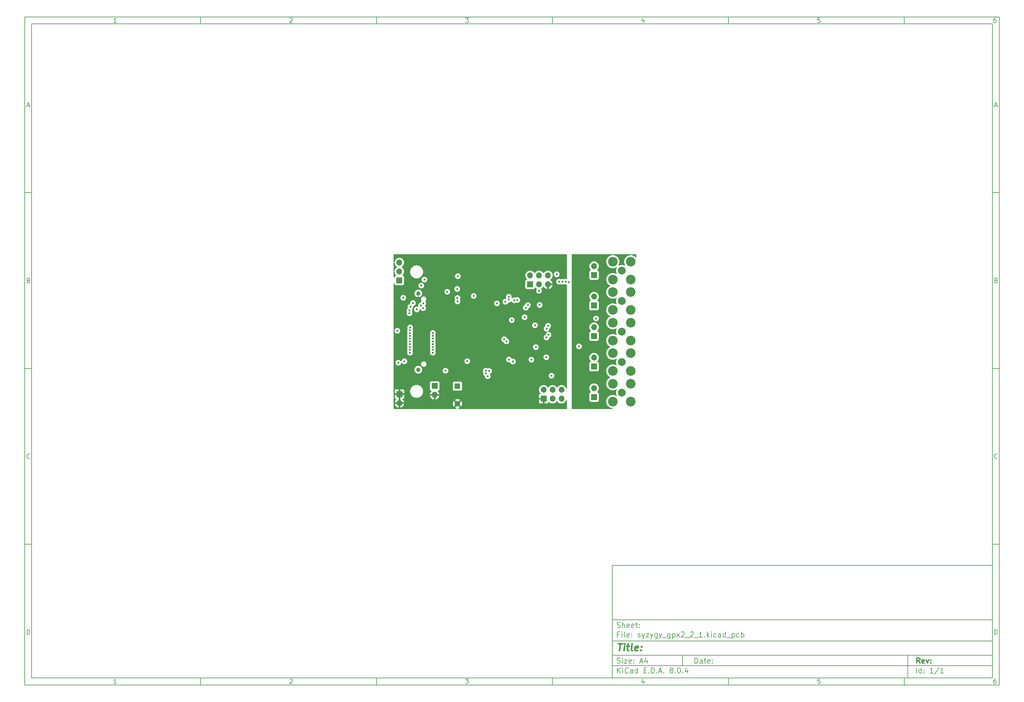
<source format=gbr>
%TF.GenerationSoftware,KiCad,Pcbnew,8.0.4*%
%TF.CreationDate,2025-07-14T14:52:45+02:00*%
%TF.ProjectId,syzygy_gpx2_2_1,73797a79-6779-45f6-9770-78325f325f31,rev?*%
%TF.SameCoordinates,Original*%
%TF.FileFunction,Copper,L3,Inr*%
%TF.FilePolarity,Positive*%
%FSLAX46Y46*%
G04 Gerber Fmt 4.6, Leading zero omitted, Abs format (unit mm)*
G04 Created by KiCad (PCBNEW 8.0.4) date 2025-07-14 14:52:45*
%MOMM*%
%LPD*%
G01*
G04 APERTURE LIST*
%ADD10C,0.100000*%
%ADD11C,0.150000*%
%ADD12C,0.300000*%
%ADD13C,0.400000*%
%TA.AperFunction,ComponentPad*%
%ADD14R,1.700000X1.700000*%
%TD*%
%TA.AperFunction,ComponentPad*%
%ADD15O,1.700000X1.700000*%
%TD*%
%TA.AperFunction,ComponentPad*%
%ADD16C,2.240000*%
%TD*%
%TA.AperFunction,ComponentPad*%
%ADD17C,2.740000*%
%TD*%
%TA.AperFunction,ComponentPad*%
%ADD18R,1.600000X1.600000*%
%TD*%
%TA.AperFunction,ComponentPad*%
%ADD19C,1.600000*%
%TD*%
%TA.AperFunction,ComponentPad*%
%ADD20C,1.200000*%
%TD*%
%TA.AperFunction,ViaPad*%
%ADD21C,0.600000*%
%TD*%
G04 APERTURE END LIST*
D10*
D11*
X177002200Y-166007200D02*
X285002200Y-166007200D01*
X285002200Y-198007200D01*
X177002200Y-198007200D01*
X177002200Y-166007200D01*
D10*
D11*
X10000000Y-10000000D02*
X287002200Y-10000000D01*
X287002200Y-200007200D01*
X10000000Y-200007200D01*
X10000000Y-10000000D01*
D10*
D11*
X12000000Y-12000000D02*
X285002200Y-12000000D01*
X285002200Y-198007200D01*
X12000000Y-198007200D01*
X12000000Y-12000000D01*
D10*
D11*
X60000000Y-12000000D02*
X60000000Y-10000000D01*
D10*
D11*
X110000000Y-12000000D02*
X110000000Y-10000000D01*
D10*
D11*
X160000000Y-12000000D02*
X160000000Y-10000000D01*
D10*
D11*
X210000000Y-12000000D02*
X210000000Y-10000000D01*
D10*
D11*
X260000000Y-12000000D02*
X260000000Y-10000000D01*
D10*
D11*
X36089160Y-11593604D02*
X35346303Y-11593604D01*
X35717731Y-11593604D02*
X35717731Y-10293604D01*
X35717731Y-10293604D02*
X35593922Y-10479319D01*
X35593922Y-10479319D02*
X35470112Y-10603128D01*
X35470112Y-10603128D02*
X35346303Y-10665033D01*
D10*
D11*
X85346303Y-10417414D02*
X85408207Y-10355509D01*
X85408207Y-10355509D02*
X85532017Y-10293604D01*
X85532017Y-10293604D02*
X85841541Y-10293604D01*
X85841541Y-10293604D02*
X85965350Y-10355509D01*
X85965350Y-10355509D02*
X86027255Y-10417414D01*
X86027255Y-10417414D02*
X86089160Y-10541223D01*
X86089160Y-10541223D02*
X86089160Y-10665033D01*
X86089160Y-10665033D02*
X86027255Y-10850747D01*
X86027255Y-10850747D02*
X85284398Y-11593604D01*
X85284398Y-11593604D02*
X86089160Y-11593604D01*
D10*
D11*
X135284398Y-10293604D02*
X136089160Y-10293604D01*
X136089160Y-10293604D02*
X135655826Y-10788842D01*
X135655826Y-10788842D02*
X135841541Y-10788842D01*
X135841541Y-10788842D02*
X135965350Y-10850747D01*
X135965350Y-10850747D02*
X136027255Y-10912652D01*
X136027255Y-10912652D02*
X136089160Y-11036461D01*
X136089160Y-11036461D02*
X136089160Y-11345985D01*
X136089160Y-11345985D02*
X136027255Y-11469795D01*
X136027255Y-11469795D02*
X135965350Y-11531700D01*
X135965350Y-11531700D02*
X135841541Y-11593604D01*
X135841541Y-11593604D02*
X135470112Y-11593604D01*
X135470112Y-11593604D02*
X135346303Y-11531700D01*
X135346303Y-11531700D02*
X135284398Y-11469795D01*
D10*
D11*
X185965350Y-10726938D02*
X185965350Y-11593604D01*
X185655826Y-10231700D02*
X185346303Y-11160271D01*
X185346303Y-11160271D02*
X186151064Y-11160271D01*
D10*
D11*
X236027255Y-10293604D02*
X235408207Y-10293604D01*
X235408207Y-10293604D02*
X235346303Y-10912652D01*
X235346303Y-10912652D02*
X235408207Y-10850747D01*
X235408207Y-10850747D02*
X235532017Y-10788842D01*
X235532017Y-10788842D02*
X235841541Y-10788842D01*
X235841541Y-10788842D02*
X235965350Y-10850747D01*
X235965350Y-10850747D02*
X236027255Y-10912652D01*
X236027255Y-10912652D02*
X236089160Y-11036461D01*
X236089160Y-11036461D02*
X236089160Y-11345985D01*
X236089160Y-11345985D02*
X236027255Y-11469795D01*
X236027255Y-11469795D02*
X235965350Y-11531700D01*
X235965350Y-11531700D02*
X235841541Y-11593604D01*
X235841541Y-11593604D02*
X235532017Y-11593604D01*
X235532017Y-11593604D02*
X235408207Y-11531700D01*
X235408207Y-11531700D02*
X235346303Y-11469795D01*
D10*
D11*
X285965350Y-10293604D02*
X285717731Y-10293604D01*
X285717731Y-10293604D02*
X285593922Y-10355509D01*
X285593922Y-10355509D02*
X285532017Y-10417414D01*
X285532017Y-10417414D02*
X285408207Y-10603128D01*
X285408207Y-10603128D02*
X285346303Y-10850747D01*
X285346303Y-10850747D02*
X285346303Y-11345985D01*
X285346303Y-11345985D02*
X285408207Y-11469795D01*
X285408207Y-11469795D02*
X285470112Y-11531700D01*
X285470112Y-11531700D02*
X285593922Y-11593604D01*
X285593922Y-11593604D02*
X285841541Y-11593604D01*
X285841541Y-11593604D02*
X285965350Y-11531700D01*
X285965350Y-11531700D02*
X286027255Y-11469795D01*
X286027255Y-11469795D02*
X286089160Y-11345985D01*
X286089160Y-11345985D02*
X286089160Y-11036461D01*
X286089160Y-11036461D02*
X286027255Y-10912652D01*
X286027255Y-10912652D02*
X285965350Y-10850747D01*
X285965350Y-10850747D02*
X285841541Y-10788842D01*
X285841541Y-10788842D02*
X285593922Y-10788842D01*
X285593922Y-10788842D02*
X285470112Y-10850747D01*
X285470112Y-10850747D02*
X285408207Y-10912652D01*
X285408207Y-10912652D02*
X285346303Y-11036461D01*
D10*
D11*
X60000000Y-198007200D02*
X60000000Y-200007200D01*
D10*
D11*
X110000000Y-198007200D02*
X110000000Y-200007200D01*
D10*
D11*
X160000000Y-198007200D02*
X160000000Y-200007200D01*
D10*
D11*
X210000000Y-198007200D02*
X210000000Y-200007200D01*
D10*
D11*
X260000000Y-198007200D02*
X260000000Y-200007200D01*
D10*
D11*
X36089160Y-199600804D02*
X35346303Y-199600804D01*
X35717731Y-199600804D02*
X35717731Y-198300804D01*
X35717731Y-198300804D02*
X35593922Y-198486519D01*
X35593922Y-198486519D02*
X35470112Y-198610328D01*
X35470112Y-198610328D02*
X35346303Y-198672233D01*
D10*
D11*
X85346303Y-198424614D02*
X85408207Y-198362709D01*
X85408207Y-198362709D02*
X85532017Y-198300804D01*
X85532017Y-198300804D02*
X85841541Y-198300804D01*
X85841541Y-198300804D02*
X85965350Y-198362709D01*
X85965350Y-198362709D02*
X86027255Y-198424614D01*
X86027255Y-198424614D02*
X86089160Y-198548423D01*
X86089160Y-198548423D02*
X86089160Y-198672233D01*
X86089160Y-198672233D02*
X86027255Y-198857947D01*
X86027255Y-198857947D02*
X85284398Y-199600804D01*
X85284398Y-199600804D02*
X86089160Y-199600804D01*
D10*
D11*
X135284398Y-198300804D02*
X136089160Y-198300804D01*
X136089160Y-198300804D02*
X135655826Y-198796042D01*
X135655826Y-198796042D02*
X135841541Y-198796042D01*
X135841541Y-198796042D02*
X135965350Y-198857947D01*
X135965350Y-198857947D02*
X136027255Y-198919852D01*
X136027255Y-198919852D02*
X136089160Y-199043661D01*
X136089160Y-199043661D02*
X136089160Y-199353185D01*
X136089160Y-199353185D02*
X136027255Y-199476995D01*
X136027255Y-199476995D02*
X135965350Y-199538900D01*
X135965350Y-199538900D02*
X135841541Y-199600804D01*
X135841541Y-199600804D02*
X135470112Y-199600804D01*
X135470112Y-199600804D02*
X135346303Y-199538900D01*
X135346303Y-199538900D02*
X135284398Y-199476995D01*
D10*
D11*
X185965350Y-198734138D02*
X185965350Y-199600804D01*
X185655826Y-198238900D02*
X185346303Y-199167471D01*
X185346303Y-199167471D02*
X186151064Y-199167471D01*
D10*
D11*
X236027255Y-198300804D02*
X235408207Y-198300804D01*
X235408207Y-198300804D02*
X235346303Y-198919852D01*
X235346303Y-198919852D02*
X235408207Y-198857947D01*
X235408207Y-198857947D02*
X235532017Y-198796042D01*
X235532017Y-198796042D02*
X235841541Y-198796042D01*
X235841541Y-198796042D02*
X235965350Y-198857947D01*
X235965350Y-198857947D02*
X236027255Y-198919852D01*
X236027255Y-198919852D02*
X236089160Y-199043661D01*
X236089160Y-199043661D02*
X236089160Y-199353185D01*
X236089160Y-199353185D02*
X236027255Y-199476995D01*
X236027255Y-199476995D02*
X235965350Y-199538900D01*
X235965350Y-199538900D02*
X235841541Y-199600804D01*
X235841541Y-199600804D02*
X235532017Y-199600804D01*
X235532017Y-199600804D02*
X235408207Y-199538900D01*
X235408207Y-199538900D02*
X235346303Y-199476995D01*
D10*
D11*
X285965350Y-198300804D02*
X285717731Y-198300804D01*
X285717731Y-198300804D02*
X285593922Y-198362709D01*
X285593922Y-198362709D02*
X285532017Y-198424614D01*
X285532017Y-198424614D02*
X285408207Y-198610328D01*
X285408207Y-198610328D02*
X285346303Y-198857947D01*
X285346303Y-198857947D02*
X285346303Y-199353185D01*
X285346303Y-199353185D02*
X285408207Y-199476995D01*
X285408207Y-199476995D02*
X285470112Y-199538900D01*
X285470112Y-199538900D02*
X285593922Y-199600804D01*
X285593922Y-199600804D02*
X285841541Y-199600804D01*
X285841541Y-199600804D02*
X285965350Y-199538900D01*
X285965350Y-199538900D02*
X286027255Y-199476995D01*
X286027255Y-199476995D02*
X286089160Y-199353185D01*
X286089160Y-199353185D02*
X286089160Y-199043661D01*
X286089160Y-199043661D02*
X286027255Y-198919852D01*
X286027255Y-198919852D02*
X285965350Y-198857947D01*
X285965350Y-198857947D02*
X285841541Y-198796042D01*
X285841541Y-198796042D02*
X285593922Y-198796042D01*
X285593922Y-198796042D02*
X285470112Y-198857947D01*
X285470112Y-198857947D02*
X285408207Y-198919852D01*
X285408207Y-198919852D02*
X285346303Y-199043661D01*
D10*
D11*
X10000000Y-60000000D02*
X12000000Y-60000000D01*
D10*
D11*
X10000000Y-110000000D02*
X12000000Y-110000000D01*
D10*
D11*
X10000000Y-160000000D02*
X12000000Y-160000000D01*
D10*
D11*
X10690476Y-35222176D02*
X11309523Y-35222176D01*
X10566666Y-35593604D02*
X10999999Y-34293604D01*
X10999999Y-34293604D02*
X11433333Y-35593604D01*
D10*
D11*
X11092857Y-84912652D02*
X11278571Y-84974557D01*
X11278571Y-84974557D02*
X11340476Y-85036461D01*
X11340476Y-85036461D02*
X11402380Y-85160271D01*
X11402380Y-85160271D02*
X11402380Y-85345985D01*
X11402380Y-85345985D02*
X11340476Y-85469795D01*
X11340476Y-85469795D02*
X11278571Y-85531700D01*
X11278571Y-85531700D02*
X11154761Y-85593604D01*
X11154761Y-85593604D02*
X10659523Y-85593604D01*
X10659523Y-85593604D02*
X10659523Y-84293604D01*
X10659523Y-84293604D02*
X11092857Y-84293604D01*
X11092857Y-84293604D02*
X11216666Y-84355509D01*
X11216666Y-84355509D02*
X11278571Y-84417414D01*
X11278571Y-84417414D02*
X11340476Y-84541223D01*
X11340476Y-84541223D02*
X11340476Y-84665033D01*
X11340476Y-84665033D02*
X11278571Y-84788842D01*
X11278571Y-84788842D02*
X11216666Y-84850747D01*
X11216666Y-84850747D02*
X11092857Y-84912652D01*
X11092857Y-84912652D02*
X10659523Y-84912652D01*
D10*
D11*
X11402380Y-135469795D02*
X11340476Y-135531700D01*
X11340476Y-135531700D02*
X11154761Y-135593604D01*
X11154761Y-135593604D02*
X11030952Y-135593604D01*
X11030952Y-135593604D02*
X10845238Y-135531700D01*
X10845238Y-135531700D02*
X10721428Y-135407890D01*
X10721428Y-135407890D02*
X10659523Y-135284080D01*
X10659523Y-135284080D02*
X10597619Y-135036461D01*
X10597619Y-135036461D02*
X10597619Y-134850747D01*
X10597619Y-134850747D02*
X10659523Y-134603128D01*
X10659523Y-134603128D02*
X10721428Y-134479319D01*
X10721428Y-134479319D02*
X10845238Y-134355509D01*
X10845238Y-134355509D02*
X11030952Y-134293604D01*
X11030952Y-134293604D02*
X11154761Y-134293604D01*
X11154761Y-134293604D02*
X11340476Y-134355509D01*
X11340476Y-134355509D02*
X11402380Y-134417414D01*
D10*
D11*
X10659523Y-185593604D02*
X10659523Y-184293604D01*
X10659523Y-184293604D02*
X10969047Y-184293604D01*
X10969047Y-184293604D02*
X11154761Y-184355509D01*
X11154761Y-184355509D02*
X11278571Y-184479319D01*
X11278571Y-184479319D02*
X11340476Y-184603128D01*
X11340476Y-184603128D02*
X11402380Y-184850747D01*
X11402380Y-184850747D02*
X11402380Y-185036461D01*
X11402380Y-185036461D02*
X11340476Y-185284080D01*
X11340476Y-185284080D02*
X11278571Y-185407890D01*
X11278571Y-185407890D02*
X11154761Y-185531700D01*
X11154761Y-185531700D02*
X10969047Y-185593604D01*
X10969047Y-185593604D02*
X10659523Y-185593604D01*
D10*
D11*
X287002200Y-60000000D02*
X285002200Y-60000000D01*
D10*
D11*
X287002200Y-110000000D02*
X285002200Y-110000000D01*
D10*
D11*
X287002200Y-160000000D02*
X285002200Y-160000000D01*
D10*
D11*
X285692676Y-35222176D02*
X286311723Y-35222176D01*
X285568866Y-35593604D02*
X286002199Y-34293604D01*
X286002199Y-34293604D02*
X286435533Y-35593604D01*
D10*
D11*
X286095057Y-84912652D02*
X286280771Y-84974557D01*
X286280771Y-84974557D02*
X286342676Y-85036461D01*
X286342676Y-85036461D02*
X286404580Y-85160271D01*
X286404580Y-85160271D02*
X286404580Y-85345985D01*
X286404580Y-85345985D02*
X286342676Y-85469795D01*
X286342676Y-85469795D02*
X286280771Y-85531700D01*
X286280771Y-85531700D02*
X286156961Y-85593604D01*
X286156961Y-85593604D02*
X285661723Y-85593604D01*
X285661723Y-85593604D02*
X285661723Y-84293604D01*
X285661723Y-84293604D02*
X286095057Y-84293604D01*
X286095057Y-84293604D02*
X286218866Y-84355509D01*
X286218866Y-84355509D02*
X286280771Y-84417414D01*
X286280771Y-84417414D02*
X286342676Y-84541223D01*
X286342676Y-84541223D02*
X286342676Y-84665033D01*
X286342676Y-84665033D02*
X286280771Y-84788842D01*
X286280771Y-84788842D02*
X286218866Y-84850747D01*
X286218866Y-84850747D02*
X286095057Y-84912652D01*
X286095057Y-84912652D02*
X285661723Y-84912652D01*
D10*
D11*
X286404580Y-135469795D02*
X286342676Y-135531700D01*
X286342676Y-135531700D02*
X286156961Y-135593604D01*
X286156961Y-135593604D02*
X286033152Y-135593604D01*
X286033152Y-135593604D02*
X285847438Y-135531700D01*
X285847438Y-135531700D02*
X285723628Y-135407890D01*
X285723628Y-135407890D02*
X285661723Y-135284080D01*
X285661723Y-135284080D02*
X285599819Y-135036461D01*
X285599819Y-135036461D02*
X285599819Y-134850747D01*
X285599819Y-134850747D02*
X285661723Y-134603128D01*
X285661723Y-134603128D02*
X285723628Y-134479319D01*
X285723628Y-134479319D02*
X285847438Y-134355509D01*
X285847438Y-134355509D02*
X286033152Y-134293604D01*
X286033152Y-134293604D02*
X286156961Y-134293604D01*
X286156961Y-134293604D02*
X286342676Y-134355509D01*
X286342676Y-134355509D02*
X286404580Y-134417414D01*
D10*
D11*
X285661723Y-185593604D02*
X285661723Y-184293604D01*
X285661723Y-184293604D02*
X285971247Y-184293604D01*
X285971247Y-184293604D02*
X286156961Y-184355509D01*
X286156961Y-184355509D02*
X286280771Y-184479319D01*
X286280771Y-184479319D02*
X286342676Y-184603128D01*
X286342676Y-184603128D02*
X286404580Y-184850747D01*
X286404580Y-184850747D02*
X286404580Y-185036461D01*
X286404580Y-185036461D02*
X286342676Y-185284080D01*
X286342676Y-185284080D02*
X286280771Y-185407890D01*
X286280771Y-185407890D02*
X286156961Y-185531700D01*
X286156961Y-185531700D02*
X285971247Y-185593604D01*
X285971247Y-185593604D02*
X285661723Y-185593604D01*
D10*
D11*
X200458026Y-193793328D02*
X200458026Y-192293328D01*
X200458026Y-192293328D02*
X200815169Y-192293328D01*
X200815169Y-192293328D02*
X201029455Y-192364757D01*
X201029455Y-192364757D02*
X201172312Y-192507614D01*
X201172312Y-192507614D02*
X201243741Y-192650471D01*
X201243741Y-192650471D02*
X201315169Y-192936185D01*
X201315169Y-192936185D02*
X201315169Y-193150471D01*
X201315169Y-193150471D02*
X201243741Y-193436185D01*
X201243741Y-193436185D02*
X201172312Y-193579042D01*
X201172312Y-193579042D02*
X201029455Y-193721900D01*
X201029455Y-193721900D02*
X200815169Y-193793328D01*
X200815169Y-193793328D02*
X200458026Y-193793328D01*
X202600884Y-193793328D02*
X202600884Y-193007614D01*
X202600884Y-193007614D02*
X202529455Y-192864757D01*
X202529455Y-192864757D02*
X202386598Y-192793328D01*
X202386598Y-192793328D02*
X202100884Y-192793328D01*
X202100884Y-192793328D02*
X201958026Y-192864757D01*
X202600884Y-193721900D02*
X202458026Y-193793328D01*
X202458026Y-193793328D02*
X202100884Y-193793328D01*
X202100884Y-193793328D02*
X201958026Y-193721900D01*
X201958026Y-193721900D02*
X201886598Y-193579042D01*
X201886598Y-193579042D02*
X201886598Y-193436185D01*
X201886598Y-193436185D02*
X201958026Y-193293328D01*
X201958026Y-193293328D02*
X202100884Y-193221900D01*
X202100884Y-193221900D02*
X202458026Y-193221900D01*
X202458026Y-193221900D02*
X202600884Y-193150471D01*
X203100884Y-192793328D02*
X203672312Y-192793328D01*
X203315169Y-192293328D02*
X203315169Y-193579042D01*
X203315169Y-193579042D02*
X203386598Y-193721900D01*
X203386598Y-193721900D02*
X203529455Y-193793328D01*
X203529455Y-193793328D02*
X203672312Y-193793328D01*
X204743741Y-193721900D02*
X204600884Y-193793328D01*
X204600884Y-193793328D02*
X204315170Y-193793328D01*
X204315170Y-193793328D02*
X204172312Y-193721900D01*
X204172312Y-193721900D02*
X204100884Y-193579042D01*
X204100884Y-193579042D02*
X204100884Y-193007614D01*
X204100884Y-193007614D02*
X204172312Y-192864757D01*
X204172312Y-192864757D02*
X204315170Y-192793328D01*
X204315170Y-192793328D02*
X204600884Y-192793328D01*
X204600884Y-192793328D02*
X204743741Y-192864757D01*
X204743741Y-192864757D02*
X204815170Y-193007614D01*
X204815170Y-193007614D02*
X204815170Y-193150471D01*
X204815170Y-193150471D02*
X204100884Y-193293328D01*
X205458026Y-193650471D02*
X205529455Y-193721900D01*
X205529455Y-193721900D02*
X205458026Y-193793328D01*
X205458026Y-193793328D02*
X205386598Y-193721900D01*
X205386598Y-193721900D02*
X205458026Y-193650471D01*
X205458026Y-193650471D02*
X205458026Y-193793328D01*
X205458026Y-192864757D02*
X205529455Y-192936185D01*
X205529455Y-192936185D02*
X205458026Y-193007614D01*
X205458026Y-193007614D02*
X205386598Y-192936185D01*
X205386598Y-192936185D02*
X205458026Y-192864757D01*
X205458026Y-192864757D02*
X205458026Y-193007614D01*
D10*
D11*
X177002200Y-194507200D02*
X285002200Y-194507200D01*
D10*
D11*
X178458026Y-196593328D02*
X178458026Y-195093328D01*
X179315169Y-196593328D02*
X178672312Y-195736185D01*
X179315169Y-195093328D02*
X178458026Y-195950471D01*
X179958026Y-196593328D02*
X179958026Y-195593328D01*
X179958026Y-195093328D02*
X179886598Y-195164757D01*
X179886598Y-195164757D02*
X179958026Y-195236185D01*
X179958026Y-195236185D02*
X180029455Y-195164757D01*
X180029455Y-195164757D02*
X179958026Y-195093328D01*
X179958026Y-195093328D02*
X179958026Y-195236185D01*
X181529455Y-196450471D02*
X181458027Y-196521900D01*
X181458027Y-196521900D02*
X181243741Y-196593328D01*
X181243741Y-196593328D02*
X181100884Y-196593328D01*
X181100884Y-196593328D02*
X180886598Y-196521900D01*
X180886598Y-196521900D02*
X180743741Y-196379042D01*
X180743741Y-196379042D02*
X180672312Y-196236185D01*
X180672312Y-196236185D02*
X180600884Y-195950471D01*
X180600884Y-195950471D02*
X180600884Y-195736185D01*
X180600884Y-195736185D02*
X180672312Y-195450471D01*
X180672312Y-195450471D02*
X180743741Y-195307614D01*
X180743741Y-195307614D02*
X180886598Y-195164757D01*
X180886598Y-195164757D02*
X181100884Y-195093328D01*
X181100884Y-195093328D02*
X181243741Y-195093328D01*
X181243741Y-195093328D02*
X181458027Y-195164757D01*
X181458027Y-195164757D02*
X181529455Y-195236185D01*
X182815170Y-196593328D02*
X182815170Y-195807614D01*
X182815170Y-195807614D02*
X182743741Y-195664757D01*
X182743741Y-195664757D02*
X182600884Y-195593328D01*
X182600884Y-195593328D02*
X182315170Y-195593328D01*
X182315170Y-195593328D02*
X182172312Y-195664757D01*
X182815170Y-196521900D02*
X182672312Y-196593328D01*
X182672312Y-196593328D02*
X182315170Y-196593328D01*
X182315170Y-196593328D02*
X182172312Y-196521900D01*
X182172312Y-196521900D02*
X182100884Y-196379042D01*
X182100884Y-196379042D02*
X182100884Y-196236185D01*
X182100884Y-196236185D02*
X182172312Y-196093328D01*
X182172312Y-196093328D02*
X182315170Y-196021900D01*
X182315170Y-196021900D02*
X182672312Y-196021900D01*
X182672312Y-196021900D02*
X182815170Y-195950471D01*
X184172313Y-196593328D02*
X184172313Y-195093328D01*
X184172313Y-196521900D02*
X184029455Y-196593328D01*
X184029455Y-196593328D02*
X183743741Y-196593328D01*
X183743741Y-196593328D02*
X183600884Y-196521900D01*
X183600884Y-196521900D02*
X183529455Y-196450471D01*
X183529455Y-196450471D02*
X183458027Y-196307614D01*
X183458027Y-196307614D02*
X183458027Y-195879042D01*
X183458027Y-195879042D02*
X183529455Y-195736185D01*
X183529455Y-195736185D02*
X183600884Y-195664757D01*
X183600884Y-195664757D02*
X183743741Y-195593328D01*
X183743741Y-195593328D02*
X184029455Y-195593328D01*
X184029455Y-195593328D02*
X184172313Y-195664757D01*
X186029455Y-195807614D02*
X186529455Y-195807614D01*
X186743741Y-196593328D02*
X186029455Y-196593328D01*
X186029455Y-196593328D02*
X186029455Y-195093328D01*
X186029455Y-195093328D02*
X186743741Y-195093328D01*
X187386598Y-196450471D02*
X187458027Y-196521900D01*
X187458027Y-196521900D02*
X187386598Y-196593328D01*
X187386598Y-196593328D02*
X187315170Y-196521900D01*
X187315170Y-196521900D02*
X187386598Y-196450471D01*
X187386598Y-196450471D02*
X187386598Y-196593328D01*
X188100884Y-196593328D02*
X188100884Y-195093328D01*
X188100884Y-195093328D02*
X188458027Y-195093328D01*
X188458027Y-195093328D02*
X188672313Y-195164757D01*
X188672313Y-195164757D02*
X188815170Y-195307614D01*
X188815170Y-195307614D02*
X188886599Y-195450471D01*
X188886599Y-195450471D02*
X188958027Y-195736185D01*
X188958027Y-195736185D02*
X188958027Y-195950471D01*
X188958027Y-195950471D02*
X188886599Y-196236185D01*
X188886599Y-196236185D02*
X188815170Y-196379042D01*
X188815170Y-196379042D02*
X188672313Y-196521900D01*
X188672313Y-196521900D02*
X188458027Y-196593328D01*
X188458027Y-196593328D02*
X188100884Y-196593328D01*
X189600884Y-196450471D02*
X189672313Y-196521900D01*
X189672313Y-196521900D02*
X189600884Y-196593328D01*
X189600884Y-196593328D02*
X189529456Y-196521900D01*
X189529456Y-196521900D02*
X189600884Y-196450471D01*
X189600884Y-196450471D02*
X189600884Y-196593328D01*
X190243742Y-196164757D02*
X190958028Y-196164757D01*
X190100885Y-196593328D02*
X190600885Y-195093328D01*
X190600885Y-195093328D02*
X191100885Y-196593328D01*
X191600884Y-196450471D02*
X191672313Y-196521900D01*
X191672313Y-196521900D02*
X191600884Y-196593328D01*
X191600884Y-196593328D02*
X191529456Y-196521900D01*
X191529456Y-196521900D02*
X191600884Y-196450471D01*
X191600884Y-196450471D02*
X191600884Y-196593328D01*
X193672313Y-195736185D02*
X193529456Y-195664757D01*
X193529456Y-195664757D02*
X193458027Y-195593328D01*
X193458027Y-195593328D02*
X193386599Y-195450471D01*
X193386599Y-195450471D02*
X193386599Y-195379042D01*
X193386599Y-195379042D02*
X193458027Y-195236185D01*
X193458027Y-195236185D02*
X193529456Y-195164757D01*
X193529456Y-195164757D02*
X193672313Y-195093328D01*
X193672313Y-195093328D02*
X193958027Y-195093328D01*
X193958027Y-195093328D02*
X194100885Y-195164757D01*
X194100885Y-195164757D02*
X194172313Y-195236185D01*
X194172313Y-195236185D02*
X194243742Y-195379042D01*
X194243742Y-195379042D02*
X194243742Y-195450471D01*
X194243742Y-195450471D02*
X194172313Y-195593328D01*
X194172313Y-195593328D02*
X194100885Y-195664757D01*
X194100885Y-195664757D02*
X193958027Y-195736185D01*
X193958027Y-195736185D02*
X193672313Y-195736185D01*
X193672313Y-195736185D02*
X193529456Y-195807614D01*
X193529456Y-195807614D02*
X193458027Y-195879042D01*
X193458027Y-195879042D02*
X193386599Y-196021900D01*
X193386599Y-196021900D02*
X193386599Y-196307614D01*
X193386599Y-196307614D02*
X193458027Y-196450471D01*
X193458027Y-196450471D02*
X193529456Y-196521900D01*
X193529456Y-196521900D02*
X193672313Y-196593328D01*
X193672313Y-196593328D02*
X193958027Y-196593328D01*
X193958027Y-196593328D02*
X194100885Y-196521900D01*
X194100885Y-196521900D02*
X194172313Y-196450471D01*
X194172313Y-196450471D02*
X194243742Y-196307614D01*
X194243742Y-196307614D02*
X194243742Y-196021900D01*
X194243742Y-196021900D02*
X194172313Y-195879042D01*
X194172313Y-195879042D02*
X194100885Y-195807614D01*
X194100885Y-195807614D02*
X193958027Y-195736185D01*
X194886598Y-196450471D02*
X194958027Y-196521900D01*
X194958027Y-196521900D02*
X194886598Y-196593328D01*
X194886598Y-196593328D02*
X194815170Y-196521900D01*
X194815170Y-196521900D02*
X194886598Y-196450471D01*
X194886598Y-196450471D02*
X194886598Y-196593328D01*
X195886599Y-195093328D02*
X196029456Y-195093328D01*
X196029456Y-195093328D02*
X196172313Y-195164757D01*
X196172313Y-195164757D02*
X196243742Y-195236185D01*
X196243742Y-195236185D02*
X196315170Y-195379042D01*
X196315170Y-195379042D02*
X196386599Y-195664757D01*
X196386599Y-195664757D02*
X196386599Y-196021900D01*
X196386599Y-196021900D02*
X196315170Y-196307614D01*
X196315170Y-196307614D02*
X196243742Y-196450471D01*
X196243742Y-196450471D02*
X196172313Y-196521900D01*
X196172313Y-196521900D02*
X196029456Y-196593328D01*
X196029456Y-196593328D02*
X195886599Y-196593328D01*
X195886599Y-196593328D02*
X195743742Y-196521900D01*
X195743742Y-196521900D02*
X195672313Y-196450471D01*
X195672313Y-196450471D02*
X195600884Y-196307614D01*
X195600884Y-196307614D02*
X195529456Y-196021900D01*
X195529456Y-196021900D02*
X195529456Y-195664757D01*
X195529456Y-195664757D02*
X195600884Y-195379042D01*
X195600884Y-195379042D02*
X195672313Y-195236185D01*
X195672313Y-195236185D02*
X195743742Y-195164757D01*
X195743742Y-195164757D02*
X195886599Y-195093328D01*
X197029455Y-196450471D02*
X197100884Y-196521900D01*
X197100884Y-196521900D02*
X197029455Y-196593328D01*
X197029455Y-196593328D02*
X196958027Y-196521900D01*
X196958027Y-196521900D02*
X197029455Y-196450471D01*
X197029455Y-196450471D02*
X197029455Y-196593328D01*
X198386599Y-195593328D02*
X198386599Y-196593328D01*
X198029456Y-195021900D02*
X197672313Y-196093328D01*
X197672313Y-196093328D02*
X198600884Y-196093328D01*
D10*
D11*
X177002200Y-191507200D02*
X285002200Y-191507200D01*
D10*
D12*
X264413853Y-193785528D02*
X263913853Y-193071242D01*
X263556710Y-193785528D02*
X263556710Y-192285528D01*
X263556710Y-192285528D02*
X264128139Y-192285528D01*
X264128139Y-192285528D02*
X264270996Y-192356957D01*
X264270996Y-192356957D02*
X264342425Y-192428385D01*
X264342425Y-192428385D02*
X264413853Y-192571242D01*
X264413853Y-192571242D02*
X264413853Y-192785528D01*
X264413853Y-192785528D02*
X264342425Y-192928385D01*
X264342425Y-192928385D02*
X264270996Y-192999814D01*
X264270996Y-192999814D02*
X264128139Y-193071242D01*
X264128139Y-193071242D02*
X263556710Y-193071242D01*
X265628139Y-193714100D02*
X265485282Y-193785528D01*
X265485282Y-193785528D02*
X265199568Y-193785528D01*
X265199568Y-193785528D02*
X265056710Y-193714100D01*
X265056710Y-193714100D02*
X264985282Y-193571242D01*
X264985282Y-193571242D02*
X264985282Y-192999814D01*
X264985282Y-192999814D02*
X265056710Y-192856957D01*
X265056710Y-192856957D02*
X265199568Y-192785528D01*
X265199568Y-192785528D02*
X265485282Y-192785528D01*
X265485282Y-192785528D02*
X265628139Y-192856957D01*
X265628139Y-192856957D02*
X265699568Y-192999814D01*
X265699568Y-192999814D02*
X265699568Y-193142671D01*
X265699568Y-193142671D02*
X264985282Y-193285528D01*
X266199567Y-192785528D02*
X266556710Y-193785528D01*
X266556710Y-193785528D02*
X266913853Y-192785528D01*
X267485281Y-193642671D02*
X267556710Y-193714100D01*
X267556710Y-193714100D02*
X267485281Y-193785528D01*
X267485281Y-193785528D02*
X267413853Y-193714100D01*
X267413853Y-193714100D02*
X267485281Y-193642671D01*
X267485281Y-193642671D02*
X267485281Y-193785528D01*
X267485281Y-192856957D02*
X267556710Y-192928385D01*
X267556710Y-192928385D02*
X267485281Y-192999814D01*
X267485281Y-192999814D02*
X267413853Y-192928385D01*
X267413853Y-192928385D02*
X267485281Y-192856957D01*
X267485281Y-192856957D02*
X267485281Y-192999814D01*
D10*
D11*
X178386598Y-193721900D02*
X178600884Y-193793328D01*
X178600884Y-193793328D02*
X178958026Y-193793328D01*
X178958026Y-193793328D02*
X179100884Y-193721900D01*
X179100884Y-193721900D02*
X179172312Y-193650471D01*
X179172312Y-193650471D02*
X179243741Y-193507614D01*
X179243741Y-193507614D02*
X179243741Y-193364757D01*
X179243741Y-193364757D02*
X179172312Y-193221900D01*
X179172312Y-193221900D02*
X179100884Y-193150471D01*
X179100884Y-193150471D02*
X178958026Y-193079042D01*
X178958026Y-193079042D02*
X178672312Y-193007614D01*
X178672312Y-193007614D02*
X178529455Y-192936185D01*
X178529455Y-192936185D02*
X178458026Y-192864757D01*
X178458026Y-192864757D02*
X178386598Y-192721900D01*
X178386598Y-192721900D02*
X178386598Y-192579042D01*
X178386598Y-192579042D02*
X178458026Y-192436185D01*
X178458026Y-192436185D02*
X178529455Y-192364757D01*
X178529455Y-192364757D02*
X178672312Y-192293328D01*
X178672312Y-192293328D02*
X179029455Y-192293328D01*
X179029455Y-192293328D02*
X179243741Y-192364757D01*
X179886597Y-193793328D02*
X179886597Y-192793328D01*
X179886597Y-192293328D02*
X179815169Y-192364757D01*
X179815169Y-192364757D02*
X179886597Y-192436185D01*
X179886597Y-192436185D02*
X179958026Y-192364757D01*
X179958026Y-192364757D02*
X179886597Y-192293328D01*
X179886597Y-192293328D02*
X179886597Y-192436185D01*
X180458026Y-192793328D02*
X181243741Y-192793328D01*
X181243741Y-192793328D02*
X180458026Y-193793328D01*
X180458026Y-193793328D02*
X181243741Y-193793328D01*
X182386598Y-193721900D02*
X182243741Y-193793328D01*
X182243741Y-193793328D02*
X181958027Y-193793328D01*
X181958027Y-193793328D02*
X181815169Y-193721900D01*
X181815169Y-193721900D02*
X181743741Y-193579042D01*
X181743741Y-193579042D02*
X181743741Y-193007614D01*
X181743741Y-193007614D02*
X181815169Y-192864757D01*
X181815169Y-192864757D02*
X181958027Y-192793328D01*
X181958027Y-192793328D02*
X182243741Y-192793328D01*
X182243741Y-192793328D02*
X182386598Y-192864757D01*
X182386598Y-192864757D02*
X182458027Y-193007614D01*
X182458027Y-193007614D02*
X182458027Y-193150471D01*
X182458027Y-193150471D02*
X181743741Y-193293328D01*
X183100883Y-193650471D02*
X183172312Y-193721900D01*
X183172312Y-193721900D02*
X183100883Y-193793328D01*
X183100883Y-193793328D02*
X183029455Y-193721900D01*
X183029455Y-193721900D02*
X183100883Y-193650471D01*
X183100883Y-193650471D02*
X183100883Y-193793328D01*
X183100883Y-192864757D02*
X183172312Y-192936185D01*
X183172312Y-192936185D02*
X183100883Y-193007614D01*
X183100883Y-193007614D02*
X183029455Y-192936185D01*
X183029455Y-192936185D02*
X183100883Y-192864757D01*
X183100883Y-192864757D02*
X183100883Y-193007614D01*
X184886598Y-193364757D02*
X185600884Y-193364757D01*
X184743741Y-193793328D02*
X185243741Y-192293328D01*
X185243741Y-192293328D02*
X185743741Y-193793328D01*
X186886598Y-192793328D02*
X186886598Y-193793328D01*
X186529455Y-192221900D02*
X186172312Y-193293328D01*
X186172312Y-193293328D02*
X187100883Y-193293328D01*
D10*
D11*
X263458026Y-196593328D02*
X263458026Y-195093328D01*
X264815170Y-196593328D02*
X264815170Y-195093328D01*
X264815170Y-196521900D02*
X264672312Y-196593328D01*
X264672312Y-196593328D02*
X264386598Y-196593328D01*
X264386598Y-196593328D02*
X264243741Y-196521900D01*
X264243741Y-196521900D02*
X264172312Y-196450471D01*
X264172312Y-196450471D02*
X264100884Y-196307614D01*
X264100884Y-196307614D02*
X264100884Y-195879042D01*
X264100884Y-195879042D02*
X264172312Y-195736185D01*
X264172312Y-195736185D02*
X264243741Y-195664757D01*
X264243741Y-195664757D02*
X264386598Y-195593328D01*
X264386598Y-195593328D02*
X264672312Y-195593328D01*
X264672312Y-195593328D02*
X264815170Y-195664757D01*
X265529455Y-196450471D02*
X265600884Y-196521900D01*
X265600884Y-196521900D02*
X265529455Y-196593328D01*
X265529455Y-196593328D02*
X265458027Y-196521900D01*
X265458027Y-196521900D02*
X265529455Y-196450471D01*
X265529455Y-196450471D02*
X265529455Y-196593328D01*
X265529455Y-195664757D02*
X265600884Y-195736185D01*
X265600884Y-195736185D02*
X265529455Y-195807614D01*
X265529455Y-195807614D02*
X265458027Y-195736185D01*
X265458027Y-195736185D02*
X265529455Y-195664757D01*
X265529455Y-195664757D02*
X265529455Y-195807614D01*
X268172313Y-196593328D02*
X267315170Y-196593328D01*
X267743741Y-196593328D02*
X267743741Y-195093328D01*
X267743741Y-195093328D02*
X267600884Y-195307614D01*
X267600884Y-195307614D02*
X267458027Y-195450471D01*
X267458027Y-195450471D02*
X267315170Y-195521900D01*
X269886598Y-195021900D02*
X268600884Y-196950471D01*
X271172313Y-196593328D02*
X270315170Y-196593328D01*
X270743741Y-196593328D02*
X270743741Y-195093328D01*
X270743741Y-195093328D02*
X270600884Y-195307614D01*
X270600884Y-195307614D02*
X270458027Y-195450471D01*
X270458027Y-195450471D02*
X270315170Y-195521900D01*
D10*
D11*
X177002200Y-187507200D02*
X285002200Y-187507200D01*
D10*
D13*
X178693928Y-188211638D02*
X179836785Y-188211638D01*
X179015357Y-190211638D02*
X179265357Y-188211638D01*
X180253452Y-190211638D02*
X180420119Y-188878304D01*
X180503452Y-188211638D02*
X180396309Y-188306876D01*
X180396309Y-188306876D02*
X180479643Y-188402114D01*
X180479643Y-188402114D02*
X180586786Y-188306876D01*
X180586786Y-188306876D02*
X180503452Y-188211638D01*
X180503452Y-188211638D02*
X180479643Y-188402114D01*
X181086786Y-188878304D02*
X181848690Y-188878304D01*
X181455833Y-188211638D02*
X181241548Y-189925923D01*
X181241548Y-189925923D02*
X181312976Y-190116400D01*
X181312976Y-190116400D02*
X181491548Y-190211638D01*
X181491548Y-190211638D02*
X181682024Y-190211638D01*
X182634405Y-190211638D02*
X182455833Y-190116400D01*
X182455833Y-190116400D02*
X182384405Y-189925923D01*
X182384405Y-189925923D02*
X182598690Y-188211638D01*
X184170119Y-190116400D02*
X183967738Y-190211638D01*
X183967738Y-190211638D02*
X183586785Y-190211638D01*
X183586785Y-190211638D02*
X183408214Y-190116400D01*
X183408214Y-190116400D02*
X183336785Y-189925923D01*
X183336785Y-189925923D02*
X183432024Y-189164019D01*
X183432024Y-189164019D02*
X183551071Y-188973542D01*
X183551071Y-188973542D02*
X183753452Y-188878304D01*
X183753452Y-188878304D02*
X184134404Y-188878304D01*
X184134404Y-188878304D02*
X184312976Y-188973542D01*
X184312976Y-188973542D02*
X184384404Y-189164019D01*
X184384404Y-189164019D02*
X184360595Y-189354495D01*
X184360595Y-189354495D02*
X183384404Y-189544971D01*
X185134405Y-190021161D02*
X185217738Y-190116400D01*
X185217738Y-190116400D02*
X185110595Y-190211638D01*
X185110595Y-190211638D02*
X185027262Y-190116400D01*
X185027262Y-190116400D02*
X185134405Y-190021161D01*
X185134405Y-190021161D02*
X185110595Y-190211638D01*
X185265357Y-188973542D02*
X185348690Y-189068780D01*
X185348690Y-189068780D02*
X185241548Y-189164019D01*
X185241548Y-189164019D02*
X185158214Y-189068780D01*
X185158214Y-189068780D02*
X185265357Y-188973542D01*
X185265357Y-188973542D02*
X185241548Y-189164019D01*
D10*
D11*
X178958026Y-185607614D02*
X178458026Y-185607614D01*
X178458026Y-186393328D02*
X178458026Y-184893328D01*
X178458026Y-184893328D02*
X179172312Y-184893328D01*
X179743740Y-186393328D02*
X179743740Y-185393328D01*
X179743740Y-184893328D02*
X179672312Y-184964757D01*
X179672312Y-184964757D02*
X179743740Y-185036185D01*
X179743740Y-185036185D02*
X179815169Y-184964757D01*
X179815169Y-184964757D02*
X179743740Y-184893328D01*
X179743740Y-184893328D02*
X179743740Y-185036185D01*
X180672312Y-186393328D02*
X180529455Y-186321900D01*
X180529455Y-186321900D02*
X180458026Y-186179042D01*
X180458026Y-186179042D02*
X180458026Y-184893328D01*
X181815169Y-186321900D02*
X181672312Y-186393328D01*
X181672312Y-186393328D02*
X181386598Y-186393328D01*
X181386598Y-186393328D02*
X181243740Y-186321900D01*
X181243740Y-186321900D02*
X181172312Y-186179042D01*
X181172312Y-186179042D02*
X181172312Y-185607614D01*
X181172312Y-185607614D02*
X181243740Y-185464757D01*
X181243740Y-185464757D02*
X181386598Y-185393328D01*
X181386598Y-185393328D02*
X181672312Y-185393328D01*
X181672312Y-185393328D02*
X181815169Y-185464757D01*
X181815169Y-185464757D02*
X181886598Y-185607614D01*
X181886598Y-185607614D02*
X181886598Y-185750471D01*
X181886598Y-185750471D02*
X181172312Y-185893328D01*
X182529454Y-186250471D02*
X182600883Y-186321900D01*
X182600883Y-186321900D02*
X182529454Y-186393328D01*
X182529454Y-186393328D02*
X182458026Y-186321900D01*
X182458026Y-186321900D02*
X182529454Y-186250471D01*
X182529454Y-186250471D02*
X182529454Y-186393328D01*
X182529454Y-185464757D02*
X182600883Y-185536185D01*
X182600883Y-185536185D02*
X182529454Y-185607614D01*
X182529454Y-185607614D02*
X182458026Y-185536185D01*
X182458026Y-185536185D02*
X182529454Y-185464757D01*
X182529454Y-185464757D02*
X182529454Y-185607614D01*
X184315169Y-186321900D02*
X184458026Y-186393328D01*
X184458026Y-186393328D02*
X184743740Y-186393328D01*
X184743740Y-186393328D02*
X184886597Y-186321900D01*
X184886597Y-186321900D02*
X184958026Y-186179042D01*
X184958026Y-186179042D02*
X184958026Y-186107614D01*
X184958026Y-186107614D02*
X184886597Y-185964757D01*
X184886597Y-185964757D02*
X184743740Y-185893328D01*
X184743740Y-185893328D02*
X184529455Y-185893328D01*
X184529455Y-185893328D02*
X184386597Y-185821900D01*
X184386597Y-185821900D02*
X184315169Y-185679042D01*
X184315169Y-185679042D02*
X184315169Y-185607614D01*
X184315169Y-185607614D02*
X184386597Y-185464757D01*
X184386597Y-185464757D02*
X184529455Y-185393328D01*
X184529455Y-185393328D02*
X184743740Y-185393328D01*
X184743740Y-185393328D02*
X184886597Y-185464757D01*
X185458026Y-185393328D02*
X185815169Y-186393328D01*
X186172312Y-185393328D02*
X185815169Y-186393328D01*
X185815169Y-186393328D02*
X185672312Y-186750471D01*
X185672312Y-186750471D02*
X185600883Y-186821900D01*
X185600883Y-186821900D02*
X185458026Y-186893328D01*
X186600883Y-185393328D02*
X187386598Y-185393328D01*
X187386598Y-185393328D02*
X186600883Y-186393328D01*
X186600883Y-186393328D02*
X187386598Y-186393328D01*
X187815169Y-185393328D02*
X188172312Y-186393328D01*
X188529455Y-185393328D02*
X188172312Y-186393328D01*
X188172312Y-186393328D02*
X188029455Y-186750471D01*
X188029455Y-186750471D02*
X187958026Y-186821900D01*
X187958026Y-186821900D02*
X187815169Y-186893328D01*
X189743741Y-185393328D02*
X189743741Y-186607614D01*
X189743741Y-186607614D02*
X189672312Y-186750471D01*
X189672312Y-186750471D02*
X189600883Y-186821900D01*
X189600883Y-186821900D02*
X189458026Y-186893328D01*
X189458026Y-186893328D02*
X189243741Y-186893328D01*
X189243741Y-186893328D02*
X189100883Y-186821900D01*
X189743741Y-186321900D02*
X189600883Y-186393328D01*
X189600883Y-186393328D02*
X189315169Y-186393328D01*
X189315169Y-186393328D02*
X189172312Y-186321900D01*
X189172312Y-186321900D02*
X189100883Y-186250471D01*
X189100883Y-186250471D02*
X189029455Y-186107614D01*
X189029455Y-186107614D02*
X189029455Y-185679042D01*
X189029455Y-185679042D02*
X189100883Y-185536185D01*
X189100883Y-185536185D02*
X189172312Y-185464757D01*
X189172312Y-185464757D02*
X189315169Y-185393328D01*
X189315169Y-185393328D02*
X189600883Y-185393328D01*
X189600883Y-185393328D02*
X189743741Y-185464757D01*
X190315169Y-185393328D02*
X190672312Y-186393328D01*
X191029455Y-185393328D02*
X190672312Y-186393328D01*
X190672312Y-186393328D02*
X190529455Y-186750471D01*
X190529455Y-186750471D02*
X190458026Y-186821900D01*
X190458026Y-186821900D02*
X190315169Y-186893328D01*
X191243741Y-186536185D02*
X192386598Y-186536185D01*
X193386598Y-185393328D02*
X193386598Y-186607614D01*
X193386598Y-186607614D02*
X193315169Y-186750471D01*
X193315169Y-186750471D02*
X193243740Y-186821900D01*
X193243740Y-186821900D02*
X193100883Y-186893328D01*
X193100883Y-186893328D02*
X192886598Y-186893328D01*
X192886598Y-186893328D02*
X192743740Y-186821900D01*
X193386598Y-186321900D02*
X193243740Y-186393328D01*
X193243740Y-186393328D02*
X192958026Y-186393328D01*
X192958026Y-186393328D02*
X192815169Y-186321900D01*
X192815169Y-186321900D02*
X192743740Y-186250471D01*
X192743740Y-186250471D02*
X192672312Y-186107614D01*
X192672312Y-186107614D02*
X192672312Y-185679042D01*
X192672312Y-185679042D02*
X192743740Y-185536185D01*
X192743740Y-185536185D02*
X192815169Y-185464757D01*
X192815169Y-185464757D02*
X192958026Y-185393328D01*
X192958026Y-185393328D02*
X193243740Y-185393328D01*
X193243740Y-185393328D02*
X193386598Y-185464757D01*
X194100883Y-185393328D02*
X194100883Y-186893328D01*
X194100883Y-185464757D02*
X194243741Y-185393328D01*
X194243741Y-185393328D02*
X194529455Y-185393328D01*
X194529455Y-185393328D02*
X194672312Y-185464757D01*
X194672312Y-185464757D02*
X194743741Y-185536185D01*
X194743741Y-185536185D02*
X194815169Y-185679042D01*
X194815169Y-185679042D02*
X194815169Y-186107614D01*
X194815169Y-186107614D02*
X194743741Y-186250471D01*
X194743741Y-186250471D02*
X194672312Y-186321900D01*
X194672312Y-186321900D02*
X194529455Y-186393328D01*
X194529455Y-186393328D02*
X194243741Y-186393328D01*
X194243741Y-186393328D02*
X194100883Y-186321900D01*
X195315169Y-186393328D02*
X196100884Y-185393328D01*
X195315169Y-185393328D02*
X196100884Y-186393328D01*
X196600884Y-185036185D02*
X196672312Y-184964757D01*
X196672312Y-184964757D02*
X196815170Y-184893328D01*
X196815170Y-184893328D02*
X197172312Y-184893328D01*
X197172312Y-184893328D02*
X197315170Y-184964757D01*
X197315170Y-184964757D02*
X197386598Y-185036185D01*
X197386598Y-185036185D02*
X197458027Y-185179042D01*
X197458027Y-185179042D02*
X197458027Y-185321900D01*
X197458027Y-185321900D02*
X197386598Y-185536185D01*
X197386598Y-185536185D02*
X196529455Y-186393328D01*
X196529455Y-186393328D02*
X197458027Y-186393328D01*
X197743741Y-186536185D02*
X198886598Y-186536185D01*
X199172312Y-185036185D02*
X199243740Y-184964757D01*
X199243740Y-184964757D02*
X199386598Y-184893328D01*
X199386598Y-184893328D02*
X199743740Y-184893328D01*
X199743740Y-184893328D02*
X199886598Y-184964757D01*
X199886598Y-184964757D02*
X199958026Y-185036185D01*
X199958026Y-185036185D02*
X200029455Y-185179042D01*
X200029455Y-185179042D02*
X200029455Y-185321900D01*
X200029455Y-185321900D02*
X199958026Y-185536185D01*
X199958026Y-185536185D02*
X199100883Y-186393328D01*
X199100883Y-186393328D02*
X200029455Y-186393328D01*
X200315169Y-186536185D02*
X201458026Y-186536185D01*
X202600883Y-186393328D02*
X201743740Y-186393328D01*
X202172311Y-186393328D02*
X202172311Y-184893328D01*
X202172311Y-184893328D02*
X202029454Y-185107614D01*
X202029454Y-185107614D02*
X201886597Y-185250471D01*
X201886597Y-185250471D02*
X201743740Y-185321900D01*
X203243739Y-186250471D02*
X203315168Y-186321900D01*
X203315168Y-186321900D02*
X203243739Y-186393328D01*
X203243739Y-186393328D02*
X203172311Y-186321900D01*
X203172311Y-186321900D02*
X203243739Y-186250471D01*
X203243739Y-186250471D02*
X203243739Y-186393328D01*
X203958025Y-186393328D02*
X203958025Y-184893328D01*
X204100883Y-185821900D02*
X204529454Y-186393328D01*
X204529454Y-185393328D02*
X203958025Y-185964757D01*
X205172311Y-186393328D02*
X205172311Y-185393328D01*
X205172311Y-184893328D02*
X205100883Y-184964757D01*
X205100883Y-184964757D02*
X205172311Y-185036185D01*
X205172311Y-185036185D02*
X205243740Y-184964757D01*
X205243740Y-184964757D02*
X205172311Y-184893328D01*
X205172311Y-184893328D02*
X205172311Y-185036185D01*
X206529455Y-186321900D02*
X206386597Y-186393328D01*
X206386597Y-186393328D02*
X206100883Y-186393328D01*
X206100883Y-186393328D02*
X205958026Y-186321900D01*
X205958026Y-186321900D02*
X205886597Y-186250471D01*
X205886597Y-186250471D02*
X205815169Y-186107614D01*
X205815169Y-186107614D02*
X205815169Y-185679042D01*
X205815169Y-185679042D02*
X205886597Y-185536185D01*
X205886597Y-185536185D02*
X205958026Y-185464757D01*
X205958026Y-185464757D02*
X206100883Y-185393328D01*
X206100883Y-185393328D02*
X206386597Y-185393328D01*
X206386597Y-185393328D02*
X206529455Y-185464757D01*
X207815169Y-186393328D02*
X207815169Y-185607614D01*
X207815169Y-185607614D02*
X207743740Y-185464757D01*
X207743740Y-185464757D02*
X207600883Y-185393328D01*
X207600883Y-185393328D02*
X207315169Y-185393328D01*
X207315169Y-185393328D02*
X207172311Y-185464757D01*
X207815169Y-186321900D02*
X207672311Y-186393328D01*
X207672311Y-186393328D02*
X207315169Y-186393328D01*
X207315169Y-186393328D02*
X207172311Y-186321900D01*
X207172311Y-186321900D02*
X207100883Y-186179042D01*
X207100883Y-186179042D02*
X207100883Y-186036185D01*
X207100883Y-186036185D02*
X207172311Y-185893328D01*
X207172311Y-185893328D02*
X207315169Y-185821900D01*
X207315169Y-185821900D02*
X207672311Y-185821900D01*
X207672311Y-185821900D02*
X207815169Y-185750471D01*
X209172312Y-186393328D02*
X209172312Y-184893328D01*
X209172312Y-186321900D02*
X209029454Y-186393328D01*
X209029454Y-186393328D02*
X208743740Y-186393328D01*
X208743740Y-186393328D02*
X208600883Y-186321900D01*
X208600883Y-186321900D02*
X208529454Y-186250471D01*
X208529454Y-186250471D02*
X208458026Y-186107614D01*
X208458026Y-186107614D02*
X208458026Y-185679042D01*
X208458026Y-185679042D02*
X208529454Y-185536185D01*
X208529454Y-185536185D02*
X208600883Y-185464757D01*
X208600883Y-185464757D02*
X208743740Y-185393328D01*
X208743740Y-185393328D02*
X209029454Y-185393328D01*
X209029454Y-185393328D02*
X209172312Y-185464757D01*
X209529455Y-186536185D02*
X210672312Y-186536185D01*
X211029454Y-185393328D02*
X211029454Y-186893328D01*
X211029454Y-185464757D02*
X211172312Y-185393328D01*
X211172312Y-185393328D02*
X211458026Y-185393328D01*
X211458026Y-185393328D02*
X211600883Y-185464757D01*
X211600883Y-185464757D02*
X211672312Y-185536185D01*
X211672312Y-185536185D02*
X211743740Y-185679042D01*
X211743740Y-185679042D02*
X211743740Y-186107614D01*
X211743740Y-186107614D02*
X211672312Y-186250471D01*
X211672312Y-186250471D02*
X211600883Y-186321900D01*
X211600883Y-186321900D02*
X211458026Y-186393328D01*
X211458026Y-186393328D02*
X211172312Y-186393328D01*
X211172312Y-186393328D02*
X211029454Y-186321900D01*
X213029455Y-186321900D02*
X212886597Y-186393328D01*
X212886597Y-186393328D02*
X212600883Y-186393328D01*
X212600883Y-186393328D02*
X212458026Y-186321900D01*
X212458026Y-186321900D02*
X212386597Y-186250471D01*
X212386597Y-186250471D02*
X212315169Y-186107614D01*
X212315169Y-186107614D02*
X212315169Y-185679042D01*
X212315169Y-185679042D02*
X212386597Y-185536185D01*
X212386597Y-185536185D02*
X212458026Y-185464757D01*
X212458026Y-185464757D02*
X212600883Y-185393328D01*
X212600883Y-185393328D02*
X212886597Y-185393328D01*
X212886597Y-185393328D02*
X213029455Y-185464757D01*
X213672311Y-186393328D02*
X213672311Y-184893328D01*
X213672311Y-185464757D02*
X213815169Y-185393328D01*
X213815169Y-185393328D02*
X214100883Y-185393328D01*
X214100883Y-185393328D02*
X214243740Y-185464757D01*
X214243740Y-185464757D02*
X214315169Y-185536185D01*
X214315169Y-185536185D02*
X214386597Y-185679042D01*
X214386597Y-185679042D02*
X214386597Y-186107614D01*
X214386597Y-186107614D02*
X214315169Y-186250471D01*
X214315169Y-186250471D02*
X214243740Y-186321900D01*
X214243740Y-186321900D02*
X214100883Y-186393328D01*
X214100883Y-186393328D02*
X213815169Y-186393328D01*
X213815169Y-186393328D02*
X213672311Y-186321900D01*
D10*
D11*
X177002200Y-181507200D02*
X285002200Y-181507200D01*
D10*
D11*
X178386598Y-183621900D02*
X178600884Y-183693328D01*
X178600884Y-183693328D02*
X178958026Y-183693328D01*
X178958026Y-183693328D02*
X179100884Y-183621900D01*
X179100884Y-183621900D02*
X179172312Y-183550471D01*
X179172312Y-183550471D02*
X179243741Y-183407614D01*
X179243741Y-183407614D02*
X179243741Y-183264757D01*
X179243741Y-183264757D02*
X179172312Y-183121900D01*
X179172312Y-183121900D02*
X179100884Y-183050471D01*
X179100884Y-183050471D02*
X178958026Y-182979042D01*
X178958026Y-182979042D02*
X178672312Y-182907614D01*
X178672312Y-182907614D02*
X178529455Y-182836185D01*
X178529455Y-182836185D02*
X178458026Y-182764757D01*
X178458026Y-182764757D02*
X178386598Y-182621900D01*
X178386598Y-182621900D02*
X178386598Y-182479042D01*
X178386598Y-182479042D02*
X178458026Y-182336185D01*
X178458026Y-182336185D02*
X178529455Y-182264757D01*
X178529455Y-182264757D02*
X178672312Y-182193328D01*
X178672312Y-182193328D02*
X179029455Y-182193328D01*
X179029455Y-182193328D02*
X179243741Y-182264757D01*
X179886597Y-183693328D02*
X179886597Y-182193328D01*
X180529455Y-183693328D02*
X180529455Y-182907614D01*
X180529455Y-182907614D02*
X180458026Y-182764757D01*
X180458026Y-182764757D02*
X180315169Y-182693328D01*
X180315169Y-182693328D02*
X180100883Y-182693328D01*
X180100883Y-182693328D02*
X179958026Y-182764757D01*
X179958026Y-182764757D02*
X179886597Y-182836185D01*
X181815169Y-183621900D02*
X181672312Y-183693328D01*
X181672312Y-183693328D02*
X181386598Y-183693328D01*
X181386598Y-183693328D02*
X181243740Y-183621900D01*
X181243740Y-183621900D02*
X181172312Y-183479042D01*
X181172312Y-183479042D02*
X181172312Y-182907614D01*
X181172312Y-182907614D02*
X181243740Y-182764757D01*
X181243740Y-182764757D02*
X181386598Y-182693328D01*
X181386598Y-182693328D02*
X181672312Y-182693328D01*
X181672312Y-182693328D02*
X181815169Y-182764757D01*
X181815169Y-182764757D02*
X181886598Y-182907614D01*
X181886598Y-182907614D02*
X181886598Y-183050471D01*
X181886598Y-183050471D02*
X181172312Y-183193328D01*
X183100883Y-183621900D02*
X182958026Y-183693328D01*
X182958026Y-183693328D02*
X182672312Y-183693328D01*
X182672312Y-183693328D02*
X182529454Y-183621900D01*
X182529454Y-183621900D02*
X182458026Y-183479042D01*
X182458026Y-183479042D02*
X182458026Y-182907614D01*
X182458026Y-182907614D02*
X182529454Y-182764757D01*
X182529454Y-182764757D02*
X182672312Y-182693328D01*
X182672312Y-182693328D02*
X182958026Y-182693328D01*
X182958026Y-182693328D02*
X183100883Y-182764757D01*
X183100883Y-182764757D02*
X183172312Y-182907614D01*
X183172312Y-182907614D02*
X183172312Y-183050471D01*
X183172312Y-183050471D02*
X182458026Y-183193328D01*
X183600883Y-182693328D02*
X184172311Y-182693328D01*
X183815168Y-182193328D02*
X183815168Y-183479042D01*
X183815168Y-183479042D02*
X183886597Y-183621900D01*
X183886597Y-183621900D02*
X184029454Y-183693328D01*
X184029454Y-183693328D02*
X184172311Y-183693328D01*
X184672311Y-183550471D02*
X184743740Y-183621900D01*
X184743740Y-183621900D02*
X184672311Y-183693328D01*
X184672311Y-183693328D02*
X184600883Y-183621900D01*
X184600883Y-183621900D02*
X184672311Y-183550471D01*
X184672311Y-183550471D02*
X184672311Y-183693328D01*
X184672311Y-182764757D02*
X184743740Y-182836185D01*
X184743740Y-182836185D02*
X184672311Y-182907614D01*
X184672311Y-182907614D02*
X184600883Y-182836185D01*
X184600883Y-182836185D02*
X184672311Y-182764757D01*
X184672311Y-182764757D02*
X184672311Y-182907614D01*
D10*
D11*
X197002200Y-191507200D02*
X197002200Y-194507200D01*
D10*
D11*
X261002200Y-191507200D02*
X261002200Y-198007200D01*
D14*
%TO.N,SZG5V*%
%TO.C,J1*%
X126520000Y-114960000D03*
D15*
%TO.N,GND*%
X126520000Y-117500000D03*
%TD*%
D16*
%TO.N,Net-(J13-In)*%
%TO.C,J13*%
X179672000Y-116843200D03*
D17*
%TO.N,GND*%
X177132000Y-114303200D03*
X177132000Y-119383200D03*
X182212000Y-114303200D03*
X182212000Y-119383200D03*
%TD*%
D14*
%TO.N,/Inputs/STOP4P*%
%TO.C,J8*%
X171818000Y-118118200D03*
D15*
%TO.N,/Inputs/STOP4N*%
X171818000Y-115578200D03*
%TD*%
D14*
%TO.N,/Inputs/STOP3P*%
%TO.C,J7*%
X171818000Y-109444100D03*
D15*
%TO.N,/Inputs/STOP3N*%
X171818000Y-106904100D03*
%TD*%
D16*
%TO.N,Net-(J11-In)*%
%TO.C,J11*%
X179672000Y-90820900D03*
D17*
%TO.N,GND*%
X177132000Y-88280900D03*
X177132000Y-93360900D03*
X182212000Y-88280900D03*
X182212000Y-93360900D03*
%TD*%
D14*
%TO.N,/SYZYGY/MOSI_B*%
%TO.C,J2*%
X153642000Y-86035000D03*
D15*
%TO.N,/SYZYGY/MISO_B*%
X153642000Y-83495000D03*
%TO.N,/SYZYGY/SS_N_B*%
X156182000Y-86035000D03*
%TO.N,/SYZYGY/SCK_B*%
X156182000Y-83495000D03*
%TO.N,GND*%
X158722000Y-86035000D03*
%TO.N,/SYZYGY/INTERRUPT_N_B*%
X158722000Y-83495000D03*
%TD*%
D18*
%TO.N,SZG5V*%
%TO.C,C13*%
X133000000Y-114997349D03*
D19*
%TO.N,GND*%
X133000000Y-119997349D03*
%TD*%
D14*
%TO.N,GND*%
%TO.C,J16*%
X116500000Y-117260000D03*
D15*
X116500000Y-119800000D03*
%TD*%
D14*
%TO.N,GND*%
%TO.C,J14*%
X157480000Y-118600000D03*
D15*
%TO.N,/SYZYGY/MCU_RESET_B*%
X157480000Y-116060000D03*
%TO.N,/SYZYGY/MCU_SDA_MOSI*%
X160020000Y-118600000D03*
%TO.N,/SYZYGY/MCU_SCL_USCK*%
X160020000Y-116060000D03*
%TO.N,SZG33*%
X162560000Y-118600000D03*
%TO.N,/SYZYGY/MCU_MISO*%
X162560000Y-116060000D03*
%TD*%
D14*
%TO.N,/Inputs/REFCLKP*%
%TO.C,J4*%
X171818000Y-100770000D03*
D15*
%TO.N,/Inputs/REFCLKN*%
X171818000Y-98230000D03*
%TD*%
D14*
%TO.N,Net-(J15-S21)*%
%TO.C,J3*%
X116480000Y-84945000D03*
D15*
%TO.N,Net-(J15-S23)*%
X116480000Y-82405000D03*
%TO.N,Net-(J15-S25)*%
X116480000Y-79865000D03*
%TD*%
D14*
%TO.N,/Inputs/STOP1P*%
%TO.C,J5*%
X171818000Y-83421800D03*
D15*
%TO.N,/Inputs/STOP1N*%
X171818000Y-80881800D03*
%TD*%
D16*
%TO.N,Net-(J10-In)*%
%TO.C,J10*%
X179705000Y-82169000D03*
D17*
%TO.N,GND*%
X177165000Y-79629000D03*
X177165000Y-84709000D03*
X182245000Y-79629000D03*
X182245000Y-84709000D03*
%TD*%
D16*
%TO.N,Net-(J9-In)*%
%TO.C,J9*%
X179672000Y-99495000D03*
D17*
%TO.N,GND*%
X177132000Y-96955000D03*
X177132000Y-102035000D03*
X182212000Y-96955000D03*
X182212000Y-102035000D03*
%TD*%
D16*
%TO.N,Net-(J12-In)*%
%TO.C,J12*%
X179672000Y-108169100D03*
D17*
%TO.N,GND*%
X177132000Y-105629100D03*
X177132000Y-110709100D03*
X182212000Y-105629100D03*
X182212000Y-110709100D03*
%TD*%
D14*
%TO.N,/Inputs/STOP2P*%
%TO.C,J6*%
X171818000Y-92095900D03*
D15*
%TO.N,/Inputs/STOP2N*%
X171818000Y-89555900D03*
%TD*%
D20*
%TO.N,N/C*%
%TO.C,J15*%
X121882000Y-110340000D03*
X121882000Y-88650000D03*
%TD*%
D21*
%TO.N,Net-(J15-S21)*%
X115930000Y-99270000D03*
%TO.N,SZG5V*%
X117900000Y-107940000D03*
%TO.N,Net-(J15-S21)*%
X172390000Y-95770000D03*
%TO.N,Net-(J15-S23)*%
X167530000Y-103710000D03*
%TO.N,TVDD33*%
X169278000Y-120937000D03*
X158242000Y-106795000D03*
X161200000Y-83200000D03*
X155022000Y-97696000D03*
X169278000Y-112428000D03*
X169024000Y-86520000D03*
X169024000Y-95156000D03*
X156367000Y-91920000D03*
X169278000Y-103792000D03*
X165900000Y-85600000D03*
%TO.N,GND*%
X152482000Y-103792000D03*
X125250000Y-82070000D03*
X159647000Y-110228000D03*
X120640000Y-96000000D03*
X150962778Y-101305778D03*
X121981920Y-89745454D03*
X157308000Y-113493000D03*
X125765000Y-84745765D03*
X129890000Y-86930000D03*
X141900000Y-117200000D03*
X137430000Y-87520000D03*
X148400000Y-95200000D03*
X138850000Y-85250000D03*
X152700000Y-112800000D03*
X154100000Y-116900000D03*
X136160000Y-79140000D03*
X120097000Y-108618000D03*
X130665500Y-78800000D03*
X146700000Y-87500000D03*
X121390000Y-105830000D03*
X149200000Y-85800000D03*
X130160000Y-93030000D03*
X145900000Y-113600000D03*
X125520000Y-86406249D03*
X137380000Y-84720000D03*
%TO.N,DVDD33*%
X147612000Y-107445000D03*
X137620000Y-89360000D03*
X133110000Y-83730000D03*
X149142000Y-90585000D03*
%TO.N,SZG33*%
X129600000Y-110600000D03*
X117610000Y-89890000D03*
%TO.N,/SYZYGY/R_GA*%
X116200000Y-108340000D03*
%TO.N,/SYZYGY/MCU_SCL_USCK*%
X142000000Y-110695000D03*
X135782000Y-107895000D03*
%TO.N,/SYZYGY/MCU_MISO*%
X141052860Y-110596390D03*
%TO.N,/SYZYGY/MCU_SDA_MOSI*%
X141100000Y-111395000D03*
%TO.N,/SYZYGY/MCU_RESET_B*%
X141600000Y-112195000D03*
%TO.N,/SYZYGY/SDO4N*%
X126000000Y-104700000D03*
%TO.N,/SYZYGY/SDO1N*%
X119500000Y-101500000D03*
%TO.N,/SYZYGY/SDO2N*%
X119500000Y-104700000D03*
%TO.N,/SYZYGY/LCLKINN*%
X119360000Y-93510000D03*
%TO.N,/SYZYGY/FRAME2N*%
X119500000Y-103100000D03*
%TO.N,/SYZYGY/FRAME3P*%
X126000000Y-100700000D03*
%TO.N,/SYZYGY/SDO2P*%
X119500000Y-105500000D03*
%TO.N,/SYZYGY/FRAME1P*%
X119500000Y-100700000D03*
%TO.N,/SYZYGY/FRAME1N*%
X119500000Y-99900000D03*
%TO.N,/SYZYGY/LCLKOUTN*%
X146292576Y-101672662D03*
%TO.N,/SYZYGY/LCLKOUTP*%
X146892576Y-102291823D03*
%TO.N,/SYZYGY/SDO3N*%
X126000000Y-101500000D03*
%TO.N,/SYZYGY/FRAME4N*%
X126000000Y-103100000D03*
%TO.N,/SYZYGY/SDO1P*%
X119500000Y-102300000D03*
%TO.N,/SYZYGY/VIO*%
X130110000Y-88170000D03*
%TO.N,/SYZYGY/FRAME2P*%
X119500000Y-103900000D03*
%TO.N,/SYZYGY/FRAME3N*%
X126000000Y-99900000D03*
%TO.N,Net-(D3-K)*%
X123620000Y-84710000D03*
X122710000Y-86390000D03*
%TO.N,/SYZYGY/SDO3P*%
X126000000Y-102300000D03*
%TO.N,/SYZYGY/FRAME4P*%
X126000000Y-103900000D03*
%TO.N,/SYZYGY/SDO4P*%
X126000000Y-105500000D03*
%TO.N,/SYZYGY/LCLKINP*%
X119360000Y-94270000D03*
%TO.N,Net-(U1-RSTIDXN)*%
X158757001Y-97820000D03*
X161882000Y-85295000D03*
%TO.N,Net-(U1-DISABLEN)*%
X163782000Y-85295000D03*
X158882000Y-100395000D03*
%TO.N,Net-(U1-REFOSCO)*%
X152411090Y-92711090D03*
X147600000Y-90400000D03*
%TO.N,Net-(U1-REFOSCI)*%
X153015100Y-91973490D03*
X147600000Y-89600000D03*
%TO.N,/gpx2/TVDD18*%
X156162000Y-87905000D03*
X159732000Y-112045000D03*
%TO.N,/gpx2/DVDD18*%
X148762000Y-108005000D03*
X150000000Y-90500000D03*
%TO.N,/gpx2/TVDD18O*%
X154006000Y-107475000D03*
X155276000Y-103919000D03*
%TO.N,/SYZYGY/MISO_A*%
X123246998Y-92830000D03*
%TO.N,/SYZYGY/SS_N_A*%
X121447000Y-93202340D03*
%TO.N,/SYZYGY/DISABLEP_A*%
X119570000Y-98295000D03*
%TO.N,/SYZYGY/PARITY_A*%
X119640000Y-92420000D03*
%TO.N,/SYZYGY/SCK_A*%
X123278784Y-91489570D03*
%TO.N,/SYZYGY/REFRESP_A*%
X119520000Y-99099361D03*
%TO.N,/SYZYGY/MOSI_A*%
X122646999Y-92093912D03*
%TO.N,/SYZYGY/MOSI_B*%
X133020000Y-90900000D03*
%TO.N,/SYZYGY/REFRESP_B*%
X162882000Y-85295000D03*
X158332000Y-98670000D03*
%TO.N,/SYZYGY/SS_N_B*%
X148442000Y-96220000D03*
X144210000Y-91469461D03*
%TO.N,/SYZYGY/SCK_B*%
X133000000Y-89930000D03*
%TO.N,/SYZYGY/DISABLEP_B*%
X158310000Y-101160000D03*
X164640000Y-85450000D03*
%TO.N,/SYZYGY/PARITY_B*%
X146620000Y-91000000D03*
X152070000Y-95410000D03*
%TO.N,Net-(J15-S27)*%
X132930000Y-87370000D03*
%TO.N,/SYZYGY/INTERRUPT_A*%
X120340000Y-91380000D03*
%TD*%
%TA.AperFunction,Conductor*%
%TO.N,GND*%
G36*
X116750000Y-119366988D02*
G01*
X116692993Y-119334075D01*
X116565826Y-119300000D01*
X116434174Y-119300000D01*
X116307007Y-119334075D01*
X116250000Y-119366988D01*
X116250000Y-117693012D01*
X116307007Y-117725925D01*
X116434174Y-117760000D01*
X116565826Y-117760000D01*
X116692993Y-117725925D01*
X116750000Y-117693012D01*
X116750000Y-119366988D01*
G37*
%TD.AperFunction*%
%TA.AperFunction,Conductor*%
G36*
X164027039Y-77515185D02*
G01*
X164072794Y-77567989D01*
X164084000Y-77619500D01*
X164084000Y-84384705D01*
X164064315Y-84451744D01*
X164011511Y-84497499D01*
X163946117Y-84507925D01*
X163782004Y-84489435D01*
X163781996Y-84489435D01*
X163602750Y-84509630D01*
X163602737Y-84509633D01*
X163432480Y-84569209D01*
X163397970Y-84590893D01*
X163330733Y-84609892D01*
X163266030Y-84590893D01*
X163231519Y-84569209D01*
X163061262Y-84509633D01*
X163061249Y-84509630D01*
X162882004Y-84489435D01*
X162881996Y-84489435D01*
X162702750Y-84509630D01*
X162702737Y-84509633D01*
X162532479Y-84569209D01*
X162447971Y-84622309D01*
X162380734Y-84641309D01*
X162316029Y-84622309D01*
X162231520Y-84569209D01*
X162061262Y-84509633D01*
X162061249Y-84509630D01*
X161882004Y-84489435D01*
X161881996Y-84489435D01*
X161702750Y-84509630D01*
X161702745Y-84509631D01*
X161532476Y-84569211D01*
X161379737Y-84665184D01*
X161252184Y-84792737D01*
X161156211Y-84945476D01*
X161096631Y-85115745D01*
X161096630Y-85115750D01*
X161076435Y-85294996D01*
X161076435Y-85295003D01*
X161096630Y-85474249D01*
X161096631Y-85474254D01*
X161156211Y-85644523D01*
X161168582Y-85664211D01*
X161252184Y-85797262D01*
X161379738Y-85924816D01*
X161532478Y-86020789D01*
X161701167Y-86079816D01*
X161702745Y-86080368D01*
X161702750Y-86080369D01*
X161881996Y-86100565D01*
X161882000Y-86100565D01*
X161882004Y-86100565D01*
X162061249Y-86080369D01*
X162061252Y-86080368D01*
X162061255Y-86080368D01*
X162231522Y-86020789D01*
X162313667Y-85969174D01*
X162316027Y-85967691D01*
X162383264Y-85948690D01*
X162447973Y-85967691D01*
X162532475Y-86020788D01*
X162702745Y-86080368D01*
X162702750Y-86080369D01*
X162881996Y-86100565D01*
X162882000Y-86100565D01*
X162882004Y-86100565D01*
X163061249Y-86080369D01*
X163061252Y-86080368D01*
X163061255Y-86080368D01*
X163231522Y-86020789D01*
X163266027Y-85999108D01*
X163333263Y-85980107D01*
X163397973Y-85999108D01*
X163432475Y-86020788D01*
X163602745Y-86080368D01*
X163602750Y-86080369D01*
X163781996Y-86100565D01*
X163782000Y-86100565D01*
X163782003Y-86100565D01*
X163946116Y-86082074D01*
X164014938Y-86094128D01*
X164066318Y-86141478D01*
X164084000Y-86205294D01*
X164084000Y-115587837D01*
X164064315Y-115654876D01*
X164011511Y-115700631D01*
X163942353Y-115710575D01*
X163878797Y-115681550D01*
X163841023Y-115622772D01*
X163840225Y-115619930D01*
X163833905Y-115596344D01*
X163833904Y-115596343D01*
X163833903Y-115596337D01*
X163734035Y-115382171D01*
X163728425Y-115374158D01*
X163598494Y-115188597D01*
X163431402Y-115021506D01*
X163431395Y-115021501D01*
X163237834Y-114885967D01*
X163237830Y-114885965D01*
X163237828Y-114885964D01*
X163023663Y-114786097D01*
X163023659Y-114786096D01*
X163023655Y-114786094D01*
X162795413Y-114724938D01*
X162795403Y-114724936D01*
X162560001Y-114704341D01*
X162559999Y-114704341D01*
X162324596Y-114724936D01*
X162324586Y-114724938D01*
X162096344Y-114786094D01*
X162096335Y-114786098D01*
X161882171Y-114885964D01*
X161882169Y-114885965D01*
X161688597Y-115021505D01*
X161521505Y-115188597D01*
X161391575Y-115374158D01*
X161336998Y-115417783D01*
X161267500Y-115424977D01*
X161205145Y-115393454D01*
X161188425Y-115374158D01*
X161058494Y-115188597D01*
X160891402Y-115021506D01*
X160891395Y-115021501D01*
X160697834Y-114885967D01*
X160697830Y-114885965D01*
X160697828Y-114885964D01*
X160483663Y-114786097D01*
X160483659Y-114786096D01*
X160483655Y-114786094D01*
X160255413Y-114724938D01*
X160255403Y-114724936D01*
X160020001Y-114704341D01*
X160019999Y-114704341D01*
X159784596Y-114724936D01*
X159784586Y-114724938D01*
X159556344Y-114786094D01*
X159556335Y-114786098D01*
X159342171Y-114885964D01*
X159342169Y-114885965D01*
X159148597Y-115021505D01*
X158981505Y-115188597D01*
X158851575Y-115374158D01*
X158796998Y-115417783D01*
X158727500Y-115424977D01*
X158665145Y-115393454D01*
X158648425Y-115374158D01*
X158518494Y-115188597D01*
X158351402Y-115021506D01*
X158351395Y-115021501D01*
X158157834Y-114885967D01*
X158157830Y-114885965D01*
X158157828Y-114885964D01*
X157943663Y-114786097D01*
X157943659Y-114786096D01*
X157943655Y-114786094D01*
X157715413Y-114724938D01*
X157715403Y-114724936D01*
X157480001Y-114704341D01*
X157479999Y-114704341D01*
X157244596Y-114724936D01*
X157244586Y-114724938D01*
X157016344Y-114786094D01*
X157016335Y-114786098D01*
X156802171Y-114885964D01*
X156802169Y-114885965D01*
X156608597Y-115021505D01*
X156441505Y-115188597D01*
X156305965Y-115382169D01*
X156305964Y-115382171D01*
X156206098Y-115596335D01*
X156206094Y-115596344D01*
X156144938Y-115824586D01*
X156144936Y-115824596D01*
X156124341Y-116059999D01*
X156124341Y-116060000D01*
X156144936Y-116295403D01*
X156144938Y-116295413D01*
X156206094Y-116523655D01*
X156206096Y-116523659D01*
X156206097Y-116523663D01*
X156255182Y-116628926D01*
X156305965Y-116737830D01*
X156305967Y-116737834D01*
X156365197Y-116822422D01*
X156441501Y-116931396D01*
X156441506Y-116931402D01*
X156563818Y-117053714D01*
X156597303Y-117115037D01*
X156592319Y-117184729D01*
X156550447Y-117240662D01*
X156519471Y-117257577D01*
X156387912Y-117306646D01*
X156387906Y-117306649D01*
X156272812Y-117392809D01*
X156272809Y-117392812D01*
X156186649Y-117507906D01*
X156186645Y-117507913D01*
X156136403Y-117642620D01*
X156136401Y-117642627D01*
X156130000Y-117702155D01*
X156130000Y-118350000D01*
X157046988Y-118350000D01*
X157014075Y-118407007D01*
X156980000Y-118534174D01*
X156980000Y-118665826D01*
X157014075Y-118792993D01*
X157046988Y-118850000D01*
X156130000Y-118850000D01*
X156130000Y-119497844D01*
X156136401Y-119557372D01*
X156136403Y-119557379D01*
X156186645Y-119692086D01*
X156186649Y-119692093D01*
X156272809Y-119807187D01*
X156272812Y-119807190D01*
X156387906Y-119893350D01*
X156387913Y-119893354D01*
X156522620Y-119943596D01*
X156522627Y-119943598D01*
X156582155Y-119949999D01*
X156582172Y-119950000D01*
X157230000Y-119950000D01*
X157230000Y-119033012D01*
X157287007Y-119065925D01*
X157414174Y-119100000D01*
X157545826Y-119100000D01*
X157672993Y-119065925D01*
X157730000Y-119033012D01*
X157730000Y-119950000D01*
X158377828Y-119950000D01*
X158377844Y-119949999D01*
X158437372Y-119943598D01*
X158437379Y-119943596D01*
X158572086Y-119893354D01*
X158572093Y-119893350D01*
X158687187Y-119807190D01*
X158687190Y-119807187D01*
X158773350Y-119692093D01*
X158773354Y-119692086D01*
X158822422Y-119560529D01*
X158864293Y-119504595D01*
X158929757Y-119480178D01*
X158998030Y-119495030D01*
X159026285Y-119516181D01*
X159148599Y-119638495D01*
X159156170Y-119643796D01*
X159342165Y-119774032D01*
X159342167Y-119774033D01*
X159342170Y-119774035D01*
X159556337Y-119873903D01*
X159784592Y-119935063D01*
X159955319Y-119950000D01*
X160019999Y-119955659D01*
X160020000Y-119955659D01*
X160020001Y-119955659D01*
X160084681Y-119950000D01*
X160255408Y-119935063D01*
X160483663Y-119873903D01*
X160697830Y-119774035D01*
X160891401Y-119638495D01*
X161058495Y-119471401D01*
X161188425Y-119285842D01*
X161243002Y-119242217D01*
X161312500Y-119235023D01*
X161374855Y-119266546D01*
X161391575Y-119285842D01*
X161521500Y-119471395D01*
X161521505Y-119471401D01*
X161688599Y-119638495D01*
X161696170Y-119643796D01*
X161882165Y-119774032D01*
X161882167Y-119774033D01*
X161882170Y-119774035D01*
X162096337Y-119873903D01*
X162324592Y-119935063D01*
X162495319Y-119950000D01*
X162559999Y-119955659D01*
X162560000Y-119955659D01*
X162560001Y-119955659D01*
X162624681Y-119950000D01*
X162795408Y-119935063D01*
X163023663Y-119873903D01*
X163237830Y-119774035D01*
X163431401Y-119638495D01*
X163598495Y-119471401D01*
X163734035Y-119277830D01*
X163833903Y-119063663D01*
X163840225Y-119040070D01*
X163876589Y-118980409D01*
X163939436Y-118949879D01*
X164008811Y-118958173D01*
X164062690Y-119002658D01*
X164083965Y-119069210D01*
X164084000Y-119072162D01*
X164084000Y-121370500D01*
X164064315Y-121437539D01*
X164011511Y-121483294D01*
X163960000Y-121494500D01*
X133377247Y-121494500D01*
X133310208Y-121474815D01*
X133264453Y-121422011D01*
X133254509Y-121352853D01*
X133283534Y-121289297D01*
X133342312Y-121251523D01*
X133345154Y-121250725D01*
X133446317Y-121223618D01*
X133446331Y-121223613D01*
X133652478Y-121127485D01*
X133725471Y-121076373D01*
X133046447Y-120397349D01*
X133052661Y-120397349D01*
X133154394Y-120370090D01*
X133245606Y-120317429D01*
X133320080Y-120242955D01*
X133372741Y-120151743D01*
X133400000Y-120050010D01*
X133400000Y-120043796D01*
X134079024Y-120722820D01*
X134130136Y-120649827D01*
X134226264Y-120443680D01*
X134226269Y-120443666D01*
X134285139Y-120223959D01*
X134285141Y-120223948D01*
X134304966Y-119997351D01*
X134304966Y-119997346D01*
X134285141Y-119770749D01*
X134285139Y-119770738D01*
X134226269Y-119551031D01*
X134226264Y-119551017D01*
X134130136Y-119344870D01*
X134130132Y-119344862D01*
X134079025Y-119271875D01*
X133400000Y-119950900D01*
X133400000Y-119944688D01*
X133372741Y-119842955D01*
X133320080Y-119751743D01*
X133245606Y-119677269D01*
X133154394Y-119624608D01*
X133052661Y-119597349D01*
X133046448Y-119597349D01*
X133725472Y-118918323D01*
X133652478Y-118867212D01*
X133446331Y-118771084D01*
X133446317Y-118771079D01*
X133226610Y-118712209D01*
X133226599Y-118712207D01*
X133000002Y-118692383D01*
X132999998Y-118692383D01*
X132773400Y-118712207D01*
X132773389Y-118712209D01*
X132553682Y-118771079D01*
X132553673Y-118771083D01*
X132347516Y-118867215D01*
X132347512Y-118867217D01*
X132274526Y-118918322D01*
X132274526Y-118918323D01*
X132953553Y-119597349D01*
X132947339Y-119597349D01*
X132845606Y-119624608D01*
X132754394Y-119677269D01*
X132679920Y-119751743D01*
X132627259Y-119842955D01*
X132600000Y-119944688D01*
X132600000Y-119950901D01*
X131920974Y-119271875D01*
X131920973Y-119271875D01*
X131869868Y-119344861D01*
X131869866Y-119344865D01*
X131773734Y-119551022D01*
X131773730Y-119551031D01*
X131714860Y-119770738D01*
X131714858Y-119770749D01*
X131695034Y-119997346D01*
X131695034Y-119997351D01*
X131714858Y-120223948D01*
X131714860Y-120223959D01*
X131773730Y-120443666D01*
X131773735Y-120443680D01*
X131869863Y-120649827D01*
X131920974Y-120722821D01*
X132600000Y-120043795D01*
X132600000Y-120050010D01*
X132627259Y-120151743D01*
X132679920Y-120242955D01*
X132754394Y-120317429D01*
X132845606Y-120370090D01*
X132947339Y-120397349D01*
X132953553Y-120397349D01*
X132274526Y-121076374D01*
X132347513Y-121127481D01*
X132347521Y-121127485D01*
X132553668Y-121223613D01*
X132553682Y-121223618D01*
X132654846Y-121250725D01*
X132714507Y-121287090D01*
X132745036Y-121349937D01*
X132736741Y-121419313D01*
X132692256Y-121473190D01*
X132625704Y-121494465D01*
X132622753Y-121494500D01*
X115006500Y-121494500D01*
X114939461Y-121474815D01*
X114893706Y-121422011D01*
X114882500Y-121370500D01*
X114882500Y-116362155D01*
X115150000Y-116362155D01*
X115150000Y-117010000D01*
X116066988Y-117010000D01*
X116034075Y-117067007D01*
X116000000Y-117194174D01*
X116000000Y-117325826D01*
X116034075Y-117452993D01*
X116066988Y-117510000D01*
X115150000Y-117510000D01*
X115150000Y-118157844D01*
X115156401Y-118217372D01*
X115156403Y-118217379D01*
X115206645Y-118352086D01*
X115206649Y-118352093D01*
X115292809Y-118467187D01*
X115292812Y-118467190D01*
X115407906Y-118553350D01*
X115407913Y-118553354D01*
X115539986Y-118602614D01*
X115595920Y-118644485D01*
X115620337Y-118709949D01*
X115605486Y-118778222D01*
X115584335Y-118806477D01*
X115461886Y-118928926D01*
X115326400Y-119122420D01*
X115326399Y-119122422D01*
X115226570Y-119336507D01*
X115226567Y-119336513D01*
X115169364Y-119549999D01*
X115169364Y-119550000D01*
X116066988Y-119550000D01*
X116034075Y-119607007D01*
X116000000Y-119734174D01*
X116000000Y-119865826D01*
X116034075Y-119992993D01*
X116066988Y-120050000D01*
X115169364Y-120050000D01*
X115226567Y-120263486D01*
X115226570Y-120263492D01*
X115326399Y-120477578D01*
X115461894Y-120671082D01*
X115628917Y-120838105D01*
X115822421Y-120973600D01*
X116036507Y-121073429D01*
X116036516Y-121073433D01*
X116250000Y-121130634D01*
X116250000Y-120233012D01*
X116307007Y-120265925D01*
X116434174Y-120300000D01*
X116565826Y-120300000D01*
X116692993Y-120265925D01*
X116750000Y-120233012D01*
X116750000Y-121130633D01*
X116963483Y-121073433D01*
X116963492Y-121073429D01*
X117177578Y-120973600D01*
X117371082Y-120838105D01*
X117538105Y-120671082D01*
X117673600Y-120477578D01*
X117773429Y-120263492D01*
X117773432Y-120263486D01*
X117830636Y-120050000D01*
X116933012Y-120050000D01*
X116965925Y-119992993D01*
X117000000Y-119865826D01*
X117000000Y-119734174D01*
X116965925Y-119607007D01*
X116933012Y-119550000D01*
X117830636Y-119550000D01*
X117830635Y-119549999D01*
X117773432Y-119336513D01*
X117773429Y-119336507D01*
X117673600Y-119122422D01*
X117673599Y-119122420D01*
X117538113Y-118928926D01*
X117538108Y-118928920D01*
X117415665Y-118806477D01*
X117382180Y-118745154D01*
X117387164Y-118675462D01*
X117429036Y-118619529D01*
X117460013Y-118602614D01*
X117592086Y-118553354D01*
X117592093Y-118553350D01*
X117707187Y-118467190D01*
X117707190Y-118467187D01*
X117793350Y-118352093D01*
X117793354Y-118352086D01*
X117843596Y-118217379D01*
X117843598Y-118217372D01*
X117849999Y-118157844D01*
X117850000Y-118157827D01*
X117850000Y-117510000D01*
X116933012Y-117510000D01*
X116965925Y-117452993D01*
X117000000Y-117325826D01*
X117000000Y-117194174D01*
X116965925Y-117067007D01*
X116933012Y-117010000D01*
X117850000Y-117010000D01*
X117850000Y-116373711D01*
X119531500Y-116373711D01*
X119531500Y-116616288D01*
X119563161Y-116856785D01*
X119625947Y-117091104D01*
X119718773Y-117315205D01*
X119718776Y-117315212D01*
X119840064Y-117525289D01*
X119840066Y-117525292D01*
X119840067Y-117525293D01*
X119987733Y-117717736D01*
X119987739Y-117717743D01*
X120159256Y-117889260D01*
X120159262Y-117889265D01*
X120351711Y-118036936D01*
X120561788Y-118158224D01*
X120704601Y-118217379D01*
X120784743Y-118250575D01*
X120785900Y-118251054D01*
X121020211Y-118313838D01*
X121200586Y-118337584D01*
X121260711Y-118345500D01*
X121260712Y-118345500D01*
X121503289Y-118345500D01*
X121551388Y-118339167D01*
X121743789Y-118313838D01*
X121978100Y-118251054D01*
X122202212Y-118158224D01*
X122412289Y-118036936D01*
X122604738Y-117889265D01*
X122776265Y-117717738D01*
X122923936Y-117525289D01*
X123045224Y-117315212D01*
X123138054Y-117091100D01*
X123200838Y-116856789D01*
X123232500Y-116616288D01*
X123232500Y-116373712D01*
X123200838Y-116133211D01*
X123138054Y-115898900D01*
X123045224Y-115674788D01*
X122923936Y-115464711D01*
X122776265Y-115272262D01*
X122776260Y-115272256D01*
X122604743Y-115100739D01*
X122604736Y-115100733D01*
X122412293Y-114953067D01*
X122412292Y-114953066D01*
X122412289Y-114953064D01*
X122202212Y-114831776D01*
X122202205Y-114831773D01*
X121978104Y-114738947D01*
X121860944Y-114707554D01*
X121743789Y-114676162D01*
X121743788Y-114676161D01*
X121743785Y-114676161D01*
X121503289Y-114644500D01*
X121503288Y-114644500D01*
X121260712Y-114644500D01*
X121260711Y-114644500D01*
X121020214Y-114676161D01*
X120785895Y-114738947D01*
X120561794Y-114831773D01*
X120561785Y-114831777D01*
X120351706Y-114953067D01*
X120159263Y-115100733D01*
X120159256Y-115100739D01*
X119987739Y-115272256D01*
X119987733Y-115272263D01*
X119840067Y-115464706D01*
X119718777Y-115674785D01*
X119718773Y-115674794D01*
X119625947Y-115898895D01*
X119563161Y-116133214D01*
X119531500Y-116373711D01*
X117850000Y-116373711D01*
X117850000Y-116362172D01*
X117849999Y-116362155D01*
X117843598Y-116302627D01*
X117843596Y-116302620D01*
X117793354Y-116167913D01*
X117793350Y-116167906D01*
X117707190Y-116052812D01*
X117707187Y-116052809D01*
X117592093Y-115966649D01*
X117592086Y-115966645D01*
X117457379Y-115916403D01*
X117457372Y-115916401D01*
X117397844Y-115910000D01*
X116750000Y-115910000D01*
X116750000Y-116826988D01*
X116692993Y-116794075D01*
X116565826Y-116760000D01*
X116434174Y-116760000D01*
X116307007Y-116794075D01*
X116250000Y-116826988D01*
X116250000Y-115910000D01*
X115602155Y-115910000D01*
X115542627Y-115916401D01*
X115542620Y-115916403D01*
X115407913Y-115966645D01*
X115407906Y-115966649D01*
X115292812Y-116052809D01*
X115292809Y-116052812D01*
X115206649Y-116167906D01*
X115206645Y-116167913D01*
X115156403Y-116302620D01*
X115156401Y-116302627D01*
X115150000Y-116362155D01*
X114882500Y-116362155D01*
X114882500Y-114062135D01*
X125169500Y-114062135D01*
X125169500Y-115857870D01*
X125169501Y-115857876D01*
X125175908Y-115917483D01*
X125226202Y-116052328D01*
X125226206Y-116052335D01*
X125312452Y-116167544D01*
X125312455Y-116167547D01*
X125427664Y-116253793D01*
X125427671Y-116253797D01*
X125427674Y-116253798D01*
X125559598Y-116303002D01*
X125615531Y-116344873D01*
X125639949Y-116410337D01*
X125625098Y-116478610D01*
X125603947Y-116506865D01*
X125481886Y-116628926D01*
X125346400Y-116822420D01*
X125346399Y-116822422D01*
X125246570Y-117036507D01*
X125246567Y-117036513D01*
X125189364Y-117249999D01*
X125189364Y-117250000D01*
X126086988Y-117250000D01*
X126054075Y-117307007D01*
X126020000Y-117434174D01*
X126020000Y-117565826D01*
X126054075Y-117692993D01*
X126086988Y-117750000D01*
X125189364Y-117750000D01*
X125246567Y-117963486D01*
X125246570Y-117963492D01*
X125346399Y-118177578D01*
X125481894Y-118371082D01*
X125648917Y-118538105D01*
X125842421Y-118673600D01*
X126056507Y-118773429D01*
X126056516Y-118773433D01*
X126270000Y-118830634D01*
X126270000Y-117933012D01*
X126327007Y-117965925D01*
X126454174Y-118000000D01*
X126585826Y-118000000D01*
X126712993Y-117965925D01*
X126770000Y-117933012D01*
X126770000Y-118830633D01*
X126983483Y-118773433D01*
X126983492Y-118773429D01*
X127197578Y-118673600D01*
X127391082Y-118538105D01*
X127558105Y-118371082D01*
X127693600Y-118177578D01*
X127793429Y-117963492D01*
X127793432Y-117963486D01*
X127850636Y-117750000D01*
X126953012Y-117750000D01*
X126985925Y-117692993D01*
X127020000Y-117565826D01*
X127020000Y-117434174D01*
X126985925Y-117307007D01*
X126953012Y-117250000D01*
X127850636Y-117250000D01*
X127850635Y-117249999D01*
X127793432Y-117036513D01*
X127793429Y-117036507D01*
X127693600Y-116822422D01*
X127693599Y-116822420D01*
X127558113Y-116628926D01*
X127558108Y-116628920D01*
X127436053Y-116506865D01*
X127402568Y-116445542D01*
X127407552Y-116375850D01*
X127449424Y-116319917D01*
X127480400Y-116303002D01*
X127612331Y-116253796D01*
X127727546Y-116167546D01*
X127813796Y-116052331D01*
X127864091Y-115917483D01*
X127870500Y-115857873D01*
X127870499Y-114149484D01*
X131699500Y-114149484D01*
X131699500Y-115845219D01*
X131699501Y-115845225D01*
X131705908Y-115904832D01*
X131756202Y-116039677D01*
X131756206Y-116039684D01*
X131842452Y-116154893D01*
X131842455Y-116154896D01*
X131957664Y-116241142D01*
X131957671Y-116241146D01*
X132092517Y-116291440D01*
X132092516Y-116291440D01*
X132099444Y-116292184D01*
X132152127Y-116297849D01*
X133847872Y-116297848D01*
X133907483Y-116291440D01*
X134042331Y-116241145D01*
X134157546Y-116154895D01*
X134243796Y-116039680D01*
X134294091Y-115904832D01*
X134300500Y-115845222D01*
X134300499Y-114149477D01*
X134294091Y-114089866D01*
X134283745Y-114062128D01*
X134243797Y-113955020D01*
X134243793Y-113955013D01*
X134157547Y-113839804D01*
X134157544Y-113839801D01*
X134042335Y-113753555D01*
X134042328Y-113753551D01*
X133907482Y-113703257D01*
X133907483Y-113703257D01*
X133847883Y-113696850D01*
X133847881Y-113696849D01*
X133847873Y-113696849D01*
X133847864Y-113696849D01*
X132152129Y-113696849D01*
X132152123Y-113696850D01*
X132092516Y-113703257D01*
X131957671Y-113753551D01*
X131957664Y-113753555D01*
X131842455Y-113839801D01*
X131842452Y-113839804D01*
X131756206Y-113955013D01*
X131756202Y-113955020D01*
X131705908Y-114089866D01*
X131699501Y-114149465D01*
X131699501Y-114149472D01*
X131699500Y-114149484D01*
X127870499Y-114149484D01*
X127870499Y-114062128D01*
X127864091Y-114002517D01*
X127846373Y-113955013D01*
X127813797Y-113867671D01*
X127813793Y-113867664D01*
X127727547Y-113752455D01*
X127727544Y-113752452D01*
X127612335Y-113666206D01*
X127612328Y-113666202D01*
X127477482Y-113615908D01*
X127477483Y-113615908D01*
X127417883Y-113609501D01*
X127417881Y-113609500D01*
X127417873Y-113609500D01*
X127417864Y-113609500D01*
X125622129Y-113609500D01*
X125622123Y-113609501D01*
X125562516Y-113615908D01*
X125427671Y-113666202D01*
X125427664Y-113666206D01*
X125312455Y-113752452D01*
X125312452Y-113752455D01*
X125226206Y-113867664D01*
X125226202Y-113867671D01*
X125175908Y-114002517D01*
X125169501Y-114062116D01*
X125169501Y-114062123D01*
X125169500Y-114062135D01*
X114882500Y-114062135D01*
X114882500Y-110339999D01*
X120776785Y-110339999D01*
X120776785Y-110340000D01*
X120795602Y-110543082D01*
X120851417Y-110739247D01*
X120851422Y-110739260D01*
X120942327Y-110921821D01*
X121065237Y-111084581D01*
X121215958Y-111221980D01*
X121215960Y-111221982D01*
X121315141Y-111283392D01*
X121389363Y-111329348D01*
X121579544Y-111403024D01*
X121780024Y-111440500D01*
X121780026Y-111440500D01*
X121983974Y-111440500D01*
X121983976Y-111440500D01*
X122184456Y-111403024D01*
X122374637Y-111329348D01*
X122548041Y-111221981D01*
X122698764Y-111084579D01*
X122821673Y-110921821D01*
X122912582Y-110739250D01*
X122952204Y-110599996D01*
X128794435Y-110599996D01*
X128794435Y-110600003D01*
X128814630Y-110779249D01*
X128814631Y-110779254D01*
X128874211Y-110949523D01*
X128933904Y-111044523D01*
X128970184Y-111102262D01*
X129097738Y-111229816D01*
X129145190Y-111259632D01*
X129248927Y-111324815D01*
X129250478Y-111325789D01*
X129420745Y-111385368D01*
X129420750Y-111385369D01*
X129599996Y-111405565D01*
X129600000Y-111405565D01*
X129600004Y-111405565D01*
X129779249Y-111385369D01*
X129779252Y-111385368D01*
X129779255Y-111385368D01*
X129949522Y-111325789D01*
X130102262Y-111229816D01*
X130229816Y-111102262D01*
X130325789Y-110949522D01*
X130385368Y-110779255D01*
X130385775Y-110775645D01*
X130405565Y-110600003D01*
X130405565Y-110599996D01*
X130405158Y-110596386D01*
X140247295Y-110596386D01*
X140247295Y-110596393D01*
X140267490Y-110775639D01*
X140267493Y-110775652D01*
X140327069Y-110945909D01*
X140347957Y-110979153D01*
X140366956Y-111046390D01*
X140360004Y-111086077D01*
X140314632Y-111215742D01*
X140314630Y-111215750D01*
X140294435Y-111394996D01*
X140294435Y-111395003D01*
X140314630Y-111574249D01*
X140314631Y-111574254D01*
X140374211Y-111744523D01*
X140450384Y-111865750D01*
X140470184Y-111897262D01*
X140597738Y-112024816D01*
X140738224Y-112113089D01*
X140784514Y-112165423D01*
X140795471Y-112204199D01*
X140814630Y-112374249D01*
X140814631Y-112374254D01*
X140874211Y-112544523D01*
X140956080Y-112674815D01*
X140970184Y-112697262D01*
X141097738Y-112824816D01*
X141250478Y-112920789D01*
X141420745Y-112980368D01*
X141420750Y-112980369D01*
X141599996Y-113000565D01*
X141600000Y-113000565D01*
X141600004Y-113000565D01*
X141779249Y-112980369D01*
X141779252Y-112980368D01*
X141779255Y-112980368D01*
X141949522Y-112920789D01*
X142102262Y-112824816D01*
X142229816Y-112697262D01*
X142325789Y-112544522D01*
X142385368Y-112374255D01*
X142402269Y-112224254D01*
X142405565Y-112195003D01*
X142405565Y-112194996D01*
X142388664Y-112044996D01*
X158926435Y-112044996D01*
X158926435Y-112045003D01*
X158946630Y-112224249D01*
X158946631Y-112224254D01*
X159006211Y-112394523D01*
X159100462Y-112544522D01*
X159102184Y-112547262D01*
X159229738Y-112674816D01*
X159382478Y-112770789D01*
X159536878Y-112824816D01*
X159552745Y-112830368D01*
X159552750Y-112830369D01*
X159731996Y-112850565D01*
X159732000Y-112850565D01*
X159732004Y-112850565D01*
X159911249Y-112830369D01*
X159911252Y-112830368D01*
X159911255Y-112830368D01*
X160081522Y-112770789D01*
X160234262Y-112674816D01*
X160361816Y-112547262D01*
X160457789Y-112394522D01*
X160517368Y-112224255D01*
X160520664Y-112195003D01*
X160537565Y-112045003D01*
X160537565Y-112044996D01*
X160517369Y-111865750D01*
X160517368Y-111865745D01*
X160510276Y-111845476D01*
X160457789Y-111695478D01*
X160456067Y-111692738D01*
X160381619Y-111574254D01*
X160361816Y-111542738D01*
X160234262Y-111415184D01*
X160081523Y-111319211D01*
X159911254Y-111259631D01*
X159911249Y-111259630D01*
X159732004Y-111239435D01*
X159731996Y-111239435D01*
X159552750Y-111259630D01*
X159552745Y-111259631D01*
X159382476Y-111319211D01*
X159229737Y-111415184D01*
X159102184Y-111542737D01*
X159006211Y-111695476D01*
X158946631Y-111865745D01*
X158946630Y-111865750D01*
X158926435Y-112044996D01*
X142388664Y-112044996D01*
X142385369Y-112015750D01*
X142385368Y-112015745D01*
X142332882Y-111865750D01*
X142325789Y-111845478D01*
X142229816Y-111692738D01*
X142198933Y-111661855D01*
X142165448Y-111600532D01*
X142170432Y-111530840D01*
X142212304Y-111474907D01*
X142245660Y-111457132D01*
X142293191Y-111440500D01*
X142349522Y-111420789D01*
X142502262Y-111324816D01*
X142629816Y-111197262D01*
X142725789Y-111044522D01*
X142785368Y-110874255D01*
X142796479Y-110775645D01*
X142805565Y-110695003D01*
X142805565Y-110694996D01*
X142785369Y-110515750D01*
X142785368Y-110515745D01*
X142752126Y-110420745D01*
X142725789Y-110345478D01*
X142722346Y-110339999D01*
X142629815Y-110192737D01*
X142502262Y-110065184D01*
X142349523Y-109969211D01*
X142179254Y-109909631D01*
X142179249Y-109909630D01*
X142000004Y-109889435D01*
X141999996Y-109889435D01*
X141820750Y-109909630D01*
X141820742Y-109909632D01*
X141648289Y-109969976D01*
X141578510Y-109973537D01*
X141541363Y-109957928D01*
X141402383Y-109870601D01*
X141232114Y-109811021D01*
X141232109Y-109811020D01*
X141052864Y-109790825D01*
X141052856Y-109790825D01*
X140873610Y-109811020D01*
X140873605Y-109811021D01*
X140703336Y-109870601D01*
X140550597Y-109966574D01*
X140423044Y-110094127D01*
X140327071Y-110246866D01*
X140267491Y-110417135D01*
X140267490Y-110417140D01*
X140247295Y-110596386D01*
X130405158Y-110596386D01*
X130385369Y-110420750D01*
X130385368Y-110420745D01*
X130325788Y-110250476D01*
X130229815Y-110097737D01*
X130102262Y-109970184D01*
X129949523Y-109874211D01*
X129779254Y-109814631D01*
X129779249Y-109814630D01*
X129600004Y-109794435D01*
X129599996Y-109794435D01*
X129420750Y-109814630D01*
X129420745Y-109814631D01*
X129250476Y-109874211D01*
X129097737Y-109970184D01*
X128970184Y-110097737D01*
X128874211Y-110250476D01*
X128814631Y-110420745D01*
X128814630Y-110420750D01*
X128794435Y-110599996D01*
X122952204Y-110599996D01*
X122968397Y-110543083D01*
X122987215Y-110340000D01*
X122968397Y-110136917D01*
X122912582Y-109940750D01*
X122887030Y-109889435D01*
X122849783Y-109814632D01*
X122821673Y-109758179D01*
X122698764Y-109595421D01*
X122698762Y-109595418D01*
X122548041Y-109458019D01*
X122548039Y-109458017D01*
X122374642Y-109350655D01*
X122374635Y-109350651D01*
X122279546Y-109313814D01*
X122184456Y-109276976D01*
X121983976Y-109239500D01*
X121780024Y-109239500D01*
X121579544Y-109276976D01*
X121579541Y-109276976D01*
X121579541Y-109276977D01*
X121389364Y-109350651D01*
X121389357Y-109350655D01*
X121215960Y-109458017D01*
X121215958Y-109458019D01*
X121065237Y-109595418D01*
X120942327Y-109758178D01*
X120851422Y-109940739D01*
X120851417Y-109940752D01*
X120795602Y-110136917D01*
X120776785Y-110339999D01*
X114882500Y-110339999D01*
X114882500Y-108339996D01*
X115394435Y-108339996D01*
X115394435Y-108340003D01*
X115414630Y-108519249D01*
X115414631Y-108519254D01*
X115474211Y-108689523D01*
X115509425Y-108745565D01*
X115570184Y-108842262D01*
X115697738Y-108969816D01*
X115850478Y-109065789D01*
X116020745Y-109125368D01*
X116020750Y-109125369D01*
X116199996Y-109145565D01*
X116200000Y-109145565D01*
X116200004Y-109145565D01*
X116379249Y-109125369D01*
X116379252Y-109125368D01*
X116379255Y-109125368D01*
X116549522Y-109065789D01*
X116702262Y-108969816D01*
X116829816Y-108842262D01*
X116925789Y-108689522D01*
X116985368Y-108519255D01*
X116986720Y-108507262D01*
X116996354Y-108421753D01*
X117023420Y-108357339D01*
X117081015Y-108317784D01*
X117150852Y-108315646D01*
X117210758Y-108351604D01*
X117224565Y-108369661D01*
X117270184Y-108442262D01*
X117397738Y-108569816D01*
X117478859Y-108620788D01*
X117541417Y-108660096D01*
X117550478Y-108665789D01*
X117618306Y-108689523D01*
X117720745Y-108725368D01*
X117720750Y-108725369D01*
X117899996Y-108745565D01*
X117900000Y-108745565D01*
X117900004Y-108745565D01*
X118079249Y-108725369D01*
X118079252Y-108725368D01*
X118079255Y-108725368D01*
X118249522Y-108665789D01*
X118258589Y-108660092D01*
X122661500Y-108660092D01*
X122661500Y-108809907D01*
X122690723Y-108956822D01*
X122690725Y-108956830D01*
X122748051Y-109095229D01*
X122748056Y-109095238D01*
X122831280Y-109219790D01*
X122831283Y-109219794D01*
X122937205Y-109325716D01*
X122937209Y-109325719D01*
X123061761Y-109408943D01*
X123061767Y-109408946D01*
X123061768Y-109408947D01*
X123200170Y-109466275D01*
X123347092Y-109495499D01*
X123347096Y-109495500D01*
X123347097Y-109495500D01*
X123496904Y-109495500D01*
X123496905Y-109495499D01*
X123643830Y-109466275D01*
X123782232Y-109408947D01*
X123906791Y-109325719D01*
X124012719Y-109219791D01*
X124095947Y-109095232D01*
X124153275Y-108956830D01*
X124182500Y-108809903D01*
X124182500Y-108660097D01*
X124153275Y-108513170D01*
X124095947Y-108374768D01*
X124095946Y-108374767D01*
X124095943Y-108374761D01*
X124012719Y-108250209D01*
X124012716Y-108250205D01*
X123906794Y-108144283D01*
X123906790Y-108144280D01*
X123782238Y-108061056D01*
X123782229Y-108061051D01*
X123643830Y-108003725D01*
X123643822Y-108003723D01*
X123496907Y-107974500D01*
X123496903Y-107974500D01*
X123347097Y-107974500D01*
X123347092Y-107974500D01*
X123200177Y-108003723D01*
X123200169Y-108003725D01*
X123061770Y-108061051D01*
X123061761Y-108061056D01*
X122937209Y-108144280D01*
X122937205Y-108144283D01*
X122831283Y-108250205D01*
X122831280Y-108250209D01*
X122748056Y-108374761D01*
X122748051Y-108374770D01*
X122690725Y-108513169D01*
X122690723Y-108513177D01*
X122661500Y-108660092D01*
X118258589Y-108660092D01*
X118402262Y-108569816D01*
X118529816Y-108442262D01*
X118625789Y-108289522D01*
X118685368Y-108119255D01*
X118690375Y-108074815D01*
X118705565Y-107940003D01*
X118705565Y-107939996D01*
X118700495Y-107894996D01*
X134976435Y-107894996D01*
X134976435Y-107895003D01*
X134996630Y-108074249D01*
X134996631Y-108074254D01*
X135056211Y-108244523D01*
X135125329Y-108354523D01*
X135152184Y-108397262D01*
X135279738Y-108524816D01*
X135432478Y-108620789D01*
X135544800Y-108660092D01*
X135602745Y-108680368D01*
X135602750Y-108680369D01*
X135781996Y-108700565D01*
X135782000Y-108700565D01*
X135782004Y-108700565D01*
X135961249Y-108680369D01*
X135961252Y-108680368D01*
X135961255Y-108680368D01*
X136131522Y-108620789D01*
X136284262Y-108524816D01*
X136411816Y-108397262D01*
X136507789Y-108244522D01*
X136567368Y-108074255D01*
X136568855Y-108061056D01*
X136587565Y-107895003D01*
X136587565Y-107894996D01*
X136567369Y-107715750D01*
X136567368Y-107715745D01*
X136519998Y-107580369D01*
X136507789Y-107545478D01*
X136444652Y-107444996D01*
X146806435Y-107444996D01*
X146806435Y-107445003D01*
X146826630Y-107624249D01*
X146826631Y-107624254D01*
X146886211Y-107794523D01*
X146949347Y-107895003D01*
X146982184Y-107947262D01*
X147109738Y-108074816D01*
X147157481Y-108104815D01*
X147249782Y-108162812D01*
X147262478Y-108170789D01*
X147432739Y-108230366D01*
X147432745Y-108230368D01*
X147432750Y-108230369D01*
X147611996Y-108250565D01*
X147612000Y-108250565D01*
X147612004Y-108250565D01*
X147791249Y-108230369D01*
X147791251Y-108230368D01*
X147791255Y-108230368D01*
X147791258Y-108230366D01*
X147791262Y-108230366D01*
X147853743Y-108208503D01*
X147923521Y-108204940D01*
X147984149Y-108239669D01*
X148011739Y-108284589D01*
X148036209Y-108354519D01*
X148036211Y-108354522D01*
X148132184Y-108507262D01*
X148259738Y-108634816D01*
X148309030Y-108665788D01*
X148403850Y-108725368D01*
X148412478Y-108730789D01*
X148582745Y-108790368D01*
X148582750Y-108790369D01*
X148761996Y-108810565D01*
X148762000Y-108810565D01*
X148762004Y-108810565D01*
X148941249Y-108790369D01*
X148941252Y-108790368D01*
X148941255Y-108790368D01*
X149111522Y-108730789D01*
X149264262Y-108634816D01*
X149391816Y-108507262D01*
X149487789Y-108354522D01*
X149547368Y-108184255D01*
X149547369Y-108184249D01*
X149567565Y-108005003D01*
X149567565Y-108004996D01*
X149547369Y-107825750D01*
X149547368Y-107825745D01*
X149524625Y-107760749D01*
X149487789Y-107655478D01*
X149468166Y-107624249D01*
X149424423Y-107554632D01*
X149391816Y-107502738D01*
X149364074Y-107474996D01*
X153200435Y-107474996D01*
X153200435Y-107475003D01*
X153220630Y-107654249D01*
X153220631Y-107654254D01*
X153280211Y-107824523D01*
X153357334Y-107947262D01*
X153376184Y-107977262D01*
X153503738Y-108104816D01*
X153526708Y-108119249D01*
X153630162Y-108184254D01*
X153656478Y-108200789D01*
X153741010Y-108230368D01*
X153826745Y-108260368D01*
X153826750Y-108260369D01*
X154005996Y-108280565D01*
X154006000Y-108280565D01*
X154006004Y-108280565D01*
X154185249Y-108260369D01*
X154185252Y-108260368D01*
X154185255Y-108260368D01*
X154355522Y-108200789D01*
X154508262Y-108104816D01*
X154635816Y-107977262D01*
X154731789Y-107824522D01*
X154791368Y-107654255D01*
X154794748Y-107624255D01*
X154811565Y-107475003D01*
X154811565Y-107474996D01*
X154791369Y-107295750D01*
X154791368Y-107295745D01*
X154788373Y-107287187D01*
X154731789Y-107125478D01*
X154712937Y-107095476D01*
X154636769Y-106974255D01*
X154635816Y-106972738D01*
X154508262Y-106845184D01*
X154428389Y-106794996D01*
X157436435Y-106794996D01*
X157436435Y-106795003D01*
X157456630Y-106974249D01*
X157456631Y-106974254D01*
X157516211Y-107144523D01*
X157592384Y-107265750D01*
X157612184Y-107297262D01*
X157739738Y-107424816D01*
X157892478Y-107520789D01*
X157989190Y-107554630D01*
X158062745Y-107580368D01*
X158062750Y-107580369D01*
X158241996Y-107600565D01*
X158242000Y-107600565D01*
X158242004Y-107600565D01*
X158421249Y-107580369D01*
X158421252Y-107580368D01*
X158421255Y-107580368D01*
X158591522Y-107520789D01*
X158744262Y-107424816D01*
X158871816Y-107297262D01*
X158967789Y-107144522D01*
X159027368Y-106974255D01*
X159030919Y-106942738D01*
X159047565Y-106795003D01*
X159047565Y-106794996D01*
X159027369Y-106615750D01*
X159027368Y-106615745D01*
X158967788Y-106445476D01*
X158928582Y-106383080D01*
X158871816Y-106292738D01*
X158744262Y-106165184D01*
X158591523Y-106069211D01*
X158421254Y-106009631D01*
X158421249Y-106009630D01*
X158242004Y-105989435D01*
X158241996Y-105989435D01*
X158062750Y-106009630D01*
X158062745Y-106009631D01*
X157892476Y-106069211D01*
X157739737Y-106165184D01*
X157612184Y-106292737D01*
X157516211Y-106445476D01*
X157456631Y-106615745D01*
X157456630Y-106615750D01*
X157436435Y-106794996D01*
X154428389Y-106794996D01*
X154355523Y-106749211D01*
X154185254Y-106689631D01*
X154185249Y-106689630D01*
X154006004Y-106669435D01*
X154005996Y-106669435D01*
X153826750Y-106689630D01*
X153826745Y-106689631D01*
X153656476Y-106749211D01*
X153503737Y-106845184D01*
X153376184Y-106972737D01*
X153280211Y-107125476D01*
X153220631Y-107295745D01*
X153220630Y-107295750D01*
X153200435Y-107474996D01*
X149364074Y-107474996D01*
X149264262Y-107375184D01*
X149111523Y-107279211D01*
X148941254Y-107219631D01*
X148941249Y-107219630D01*
X148762004Y-107199435D01*
X148761996Y-107199435D01*
X148582750Y-107219630D01*
X148582739Y-107219633D01*
X148520254Y-107241497D01*
X148450475Y-107245058D01*
X148389849Y-107210328D01*
X148362259Y-107165409D01*
X148337789Y-107095478D01*
X148261619Y-106974254D01*
X148241816Y-106942738D01*
X148114262Y-106815184D01*
X148082144Y-106795003D01*
X147961523Y-106719211D01*
X147791254Y-106659631D01*
X147791249Y-106659630D01*
X147612004Y-106639435D01*
X147611996Y-106639435D01*
X147432750Y-106659630D01*
X147432745Y-106659631D01*
X147262476Y-106719211D01*
X147109737Y-106815184D01*
X146982184Y-106942737D01*
X146886211Y-107095476D01*
X146826631Y-107265745D01*
X146826630Y-107265750D01*
X146806435Y-107444996D01*
X136444652Y-107444996D01*
X136411816Y-107392738D01*
X136284262Y-107265184D01*
X136252232Y-107245058D01*
X136131523Y-107169211D01*
X135961254Y-107109631D01*
X135961249Y-107109630D01*
X135782004Y-107089435D01*
X135781996Y-107089435D01*
X135602750Y-107109630D01*
X135602745Y-107109631D01*
X135432476Y-107169211D01*
X135279737Y-107265184D01*
X135152184Y-107392737D01*
X135056211Y-107545476D01*
X134996631Y-107715745D01*
X134996630Y-107715750D01*
X134976435Y-107894996D01*
X118700495Y-107894996D01*
X118685369Y-107760750D01*
X118685368Y-107760745D01*
X118625789Y-107590478D01*
X118619436Y-107580368D01*
X118534379Y-107445000D01*
X118529816Y-107437738D01*
X118402262Y-107310184D01*
X118381697Y-107297262D01*
X118249523Y-107214211D01*
X118079254Y-107154631D01*
X118079249Y-107154630D01*
X117900004Y-107134435D01*
X117899996Y-107134435D01*
X117720750Y-107154630D01*
X117720745Y-107154631D01*
X117550476Y-107214211D01*
X117397737Y-107310184D01*
X117270184Y-107437737D01*
X117174211Y-107590476D01*
X117114631Y-107760745D01*
X117114630Y-107760749D01*
X117103645Y-107858247D01*
X117076578Y-107922661D01*
X117018983Y-107962216D01*
X116949146Y-107964353D01*
X116889240Y-107928394D01*
X116875435Y-107910340D01*
X116829816Y-107837738D01*
X116702262Y-107710184D01*
X116549523Y-107614211D01*
X116379254Y-107554631D01*
X116379249Y-107554630D01*
X116200004Y-107534435D01*
X116199996Y-107534435D01*
X116020750Y-107554630D01*
X116020745Y-107554631D01*
X115850476Y-107614211D01*
X115697737Y-107710184D01*
X115570184Y-107837737D01*
X115474211Y-107990476D01*
X115414631Y-108160745D01*
X115414630Y-108160750D01*
X115394435Y-108339996D01*
X114882500Y-108339996D01*
X114882500Y-99330793D01*
X114900033Y-99271081D01*
X115109554Y-99271081D01*
X115125477Y-99295858D01*
X115129720Y-99316910D01*
X115144630Y-99449249D01*
X115144631Y-99449254D01*
X115204211Y-99619523D01*
X115267817Y-99720750D01*
X115300184Y-99772262D01*
X115427738Y-99899816D01*
X115580478Y-99995789D01*
X115722475Y-100045476D01*
X115750745Y-100055368D01*
X115750750Y-100055369D01*
X115929996Y-100075565D01*
X115930000Y-100075565D01*
X115930004Y-100075565D01*
X116109249Y-100055369D01*
X116109252Y-100055368D01*
X116109255Y-100055368D01*
X116279522Y-99995789D01*
X116431976Y-99899996D01*
X118694435Y-99899996D01*
X118694435Y-99900003D01*
X118714630Y-100079249D01*
X118714633Y-100079262D01*
X118776510Y-100256094D01*
X118774364Y-100256844D01*
X118783962Y-100315144D01*
X118775609Y-100343590D01*
X118776510Y-100343906D01*
X118714633Y-100520737D01*
X118714630Y-100520750D01*
X118694435Y-100699996D01*
X118694435Y-100700003D01*
X118714630Y-100879249D01*
X118714633Y-100879262D01*
X118776510Y-101056094D01*
X118774364Y-101056844D01*
X118783962Y-101115144D01*
X118775609Y-101143590D01*
X118776510Y-101143906D01*
X118714633Y-101320737D01*
X118714630Y-101320750D01*
X118694435Y-101499996D01*
X118694435Y-101500003D01*
X118714630Y-101679249D01*
X118714633Y-101679262D01*
X118776510Y-101856094D01*
X118774364Y-101856844D01*
X118783962Y-101915144D01*
X118775609Y-101943590D01*
X118776510Y-101943906D01*
X118714633Y-102120737D01*
X118714630Y-102120750D01*
X118694435Y-102299996D01*
X118694435Y-102300003D01*
X118714630Y-102479249D01*
X118714633Y-102479262D01*
X118776510Y-102656094D01*
X118774364Y-102656844D01*
X118783962Y-102715144D01*
X118775609Y-102743590D01*
X118776510Y-102743906D01*
X118714633Y-102920737D01*
X118714630Y-102920750D01*
X118694435Y-103099996D01*
X118694435Y-103100003D01*
X118714630Y-103279249D01*
X118714633Y-103279262D01*
X118776510Y-103456094D01*
X118774364Y-103456844D01*
X118783962Y-103515144D01*
X118775609Y-103543590D01*
X118776510Y-103543906D01*
X118714633Y-103720737D01*
X118714630Y-103720750D01*
X118694435Y-103899996D01*
X118694435Y-103900003D01*
X118714630Y-104079249D01*
X118714633Y-104079262D01*
X118776510Y-104256094D01*
X118774364Y-104256844D01*
X118783962Y-104315144D01*
X118775609Y-104343590D01*
X118776510Y-104343906D01*
X118714633Y-104520737D01*
X118714630Y-104520750D01*
X118694435Y-104699996D01*
X118694435Y-104700003D01*
X118714630Y-104879249D01*
X118714633Y-104879262D01*
X118776510Y-105056094D01*
X118774364Y-105056844D01*
X118783962Y-105115144D01*
X118775609Y-105143590D01*
X118776510Y-105143906D01*
X118714633Y-105320737D01*
X118714630Y-105320750D01*
X118694435Y-105499996D01*
X118694435Y-105500003D01*
X118714630Y-105679249D01*
X118714631Y-105679254D01*
X118774211Y-105849523D01*
X118862124Y-105989435D01*
X118870184Y-106002262D01*
X118997738Y-106129816D01*
X119150478Y-106225789D01*
X119320745Y-106285368D01*
X119320750Y-106285369D01*
X119499996Y-106305565D01*
X119500000Y-106305565D01*
X119500004Y-106305565D01*
X119679249Y-106285369D01*
X119679252Y-106285368D01*
X119679255Y-106285368D01*
X119849522Y-106225789D01*
X120002262Y-106129816D01*
X120129816Y-106002262D01*
X120225789Y-105849522D01*
X120285368Y-105679255D01*
X120305565Y-105500000D01*
X120285368Y-105320745D01*
X120285367Y-105320743D01*
X120285366Y-105320737D01*
X120223489Y-105143905D01*
X120225637Y-105143153D01*
X120216035Y-105084872D01*
X120224392Y-105056411D01*
X120223489Y-105056095D01*
X120285366Y-104879262D01*
X120285369Y-104879249D01*
X120305565Y-104700003D01*
X120305565Y-104699996D01*
X120285369Y-104520750D01*
X120285366Y-104520737D01*
X120223489Y-104343905D01*
X120225637Y-104343153D01*
X120216035Y-104284872D01*
X120224392Y-104256411D01*
X120223489Y-104256095D01*
X120285366Y-104079262D01*
X120285369Y-104079249D01*
X120305565Y-103900003D01*
X120305565Y-103899996D01*
X120285369Y-103720750D01*
X120285366Y-103720737D01*
X120223489Y-103543905D01*
X120225637Y-103543153D01*
X120216035Y-103484872D01*
X120224392Y-103456411D01*
X120223489Y-103456095D01*
X120285366Y-103279262D01*
X120285369Y-103279249D01*
X120305565Y-103100003D01*
X120305565Y-103099996D01*
X120285369Y-102920750D01*
X120285366Y-102920737D01*
X120223489Y-102743905D01*
X120225637Y-102743153D01*
X120216035Y-102684872D01*
X120224392Y-102656411D01*
X120223489Y-102656095D01*
X120285366Y-102479262D01*
X120285369Y-102479249D01*
X120305565Y-102300003D01*
X120305565Y-102299996D01*
X120285369Y-102120750D01*
X120285366Y-102120737D01*
X120223489Y-101943905D01*
X120225637Y-101943153D01*
X120216035Y-101884872D01*
X120224392Y-101856411D01*
X120223489Y-101856095D01*
X120285366Y-101679262D01*
X120285369Y-101679249D01*
X120305565Y-101500003D01*
X120305565Y-101499996D01*
X120285369Y-101320750D01*
X120285366Y-101320737D01*
X120223489Y-101143905D01*
X120225637Y-101143153D01*
X120216035Y-101084872D01*
X120224392Y-101056411D01*
X120223489Y-101056095D01*
X120285366Y-100879262D01*
X120285369Y-100879249D01*
X120305565Y-100700003D01*
X120305565Y-100699996D01*
X120285369Y-100520750D01*
X120285366Y-100520737D01*
X120223489Y-100343905D01*
X120225637Y-100343153D01*
X120216035Y-100284872D01*
X120224392Y-100256411D01*
X120223489Y-100256095D01*
X120285366Y-100079262D01*
X120285369Y-100079249D01*
X120305565Y-99900003D01*
X120305565Y-99899996D01*
X125194435Y-99899996D01*
X125194435Y-99900003D01*
X125214630Y-100079249D01*
X125214633Y-100079262D01*
X125276510Y-100256094D01*
X125274364Y-100256844D01*
X125283962Y-100315144D01*
X125275609Y-100343590D01*
X125276510Y-100343906D01*
X125214633Y-100520737D01*
X125214630Y-100520750D01*
X125194435Y-100699996D01*
X125194435Y-100700003D01*
X125214630Y-100879249D01*
X125214633Y-100879262D01*
X125276510Y-101056094D01*
X125274364Y-101056844D01*
X125283962Y-101115144D01*
X125275609Y-101143590D01*
X125276510Y-101143906D01*
X125214633Y-101320737D01*
X125214630Y-101320750D01*
X125194435Y-101499996D01*
X125194435Y-101500003D01*
X125214630Y-101679249D01*
X125214633Y-101679262D01*
X125276510Y-101856094D01*
X125274364Y-101856844D01*
X125283962Y-101915144D01*
X125275609Y-101943590D01*
X125276510Y-101943906D01*
X125214633Y-102120737D01*
X125214630Y-102120750D01*
X125194435Y-102299996D01*
X125194435Y-102300003D01*
X125214630Y-102479249D01*
X125214633Y-102479262D01*
X125276510Y-102656094D01*
X125274364Y-102656844D01*
X125283962Y-102715144D01*
X125275609Y-102743590D01*
X125276510Y-102743906D01*
X125214633Y-102920737D01*
X125214630Y-102920750D01*
X125194435Y-103099996D01*
X125194435Y-103100003D01*
X125214630Y-103279249D01*
X125214633Y-103279262D01*
X125276510Y-103456094D01*
X125274364Y-103456844D01*
X125283962Y-103515144D01*
X125275609Y-103543590D01*
X125276510Y-103543906D01*
X125214633Y-103720737D01*
X125214630Y-103720750D01*
X125194435Y-103899996D01*
X125194435Y-103900003D01*
X125214630Y-104079249D01*
X125214633Y-104079262D01*
X125276510Y-104256094D01*
X125274364Y-104256844D01*
X125283962Y-104315144D01*
X125275609Y-104343590D01*
X125276510Y-104343906D01*
X125214633Y-104520737D01*
X125214630Y-104520750D01*
X125194435Y-104699996D01*
X125194435Y-104700003D01*
X125214630Y-104879249D01*
X125214633Y-104879262D01*
X125276510Y-105056094D01*
X125274364Y-105056844D01*
X125283962Y-105115144D01*
X125275609Y-105143590D01*
X125276510Y-105143906D01*
X125214633Y-105320737D01*
X125214630Y-105320750D01*
X125194435Y-105499996D01*
X125194435Y-105500003D01*
X125214630Y-105679249D01*
X125214631Y-105679254D01*
X125274211Y-105849523D01*
X125362124Y-105989435D01*
X125370184Y-106002262D01*
X125497738Y-106129816D01*
X125650478Y-106225789D01*
X125820745Y-106285368D01*
X125820750Y-106285369D01*
X125999996Y-106305565D01*
X126000000Y-106305565D01*
X126000004Y-106305565D01*
X126179249Y-106285369D01*
X126179252Y-106285368D01*
X126179255Y-106285368D01*
X126349522Y-106225789D01*
X126502262Y-106129816D01*
X126629816Y-106002262D01*
X126725789Y-105849522D01*
X126785368Y-105679255D01*
X126805565Y-105500000D01*
X126785368Y-105320745D01*
X126785367Y-105320743D01*
X126785366Y-105320737D01*
X126723489Y-105143905D01*
X126725637Y-105143153D01*
X126716035Y-105084872D01*
X126724392Y-105056411D01*
X126723489Y-105056095D01*
X126785366Y-104879262D01*
X126785369Y-104879249D01*
X126805565Y-104700003D01*
X126805565Y-104699996D01*
X126785369Y-104520750D01*
X126785366Y-104520737D01*
X126723489Y-104343905D01*
X126725637Y-104343153D01*
X126716035Y-104284872D01*
X126724392Y-104256411D01*
X126723489Y-104256095D01*
X126785366Y-104079262D01*
X126785369Y-104079249D01*
X126803425Y-103918996D01*
X154470435Y-103918996D01*
X154470435Y-103919003D01*
X154490630Y-104098249D01*
X154490631Y-104098254D01*
X154550211Y-104268523D01*
X154597379Y-104343590D01*
X154646184Y-104421262D01*
X154773738Y-104548816D01*
X154926478Y-104644789D01*
X155084251Y-104699996D01*
X155096745Y-104704368D01*
X155096750Y-104704369D01*
X155275996Y-104724565D01*
X155276000Y-104724565D01*
X155276004Y-104724565D01*
X155455249Y-104704369D01*
X155455252Y-104704368D01*
X155455255Y-104704368D01*
X155625522Y-104644789D01*
X155778262Y-104548816D01*
X155905816Y-104421262D01*
X156001789Y-104268522D01*
X156061368Y-104098255D01*
X156063509Y-104079255D01*
X156081565Y-103919003D01*
X156081565Y-103918996D01*
X156061369Y-103739750D01*
X156061368Y-103739745D01*
X156001788Y-103569476D01*
X155930744Y-103456411D01*
X155905816Y-103416738D01*
X155778262Y-103289184D01*
X155762451Y-103279249D01*
X155625523Y-103193211D01*
X155455254Y-103133631D01*
X155455249Y-103133630D01*
X155276004Y-103113435D01*
X155275996Y-103113435D01*
X155096750Y-103133630D01*
X155096745Y-103133631D01*
X154926476Y-103193211D01*
X154773737Y-103289184D01*
X154646184Y-103416737D01*
X154550211Y-103569476D01*
X154490631Y-103739745D01*
X154490630Y-103739750D01*
X154470435Y-103918996D01*
X126803425Y-103918996D01*
X126805565Y-103900003D01*
X126805565Y-103899996D01*
X126785369Y-103720750D01*
X126785366Y-103720737D01*
X126723489Y-103543905D01*
X126725637Y-103543153D01*
X126716035Y-103484872D01*
X126724392Y-103456411D01*
X126723489Y-103456095D01*
X126785366Y-103279262D01*
X126785369Y-103279249D01*
X126805565Y-103100003D01*
X126805565Y-103099996D01*
X126785369Y-102920750D01*
X126785366Y-102920737D01*
X126723489Y-102743905D01*
X126725637Y-102743153D01*
X126716035Y-102684872D01*
X126724392Y-102656411D01*
X126723489Y-102656095D01*
X126785366Y-102479262D01*
X126785369Y-102479249D01*
X126805565Y-102300003D01*
X126805565Y-102299996D01*
X126785369Y-102120750D01*
X126785366Y-102120737D01*
X126723489Y-101943905D01*
X126725637Y-101943153D01*
X126716035Y-101884872D01*
X126724392Y-101856411D01*
X126723489Y-101856095D01*
X126785366Y-101679262D01*
X126785369Y-101679249D01*
X126786112Y-101672658D01*
X145487011Y-101672658D01*
X145487011Y-101672665D01*
X145507206Y-101851911D01*
X145507207Y-101851916D01*
X145566787Y-102022185D01*
X145623579Y-102112568D01*
X145662760Y-102174924D01*
X145790314Y-102302478D01*
X145943054Y-102398451D01*
X146044788Y-102434049D01*
X146101563Y-102474769D01*
X146120875Y-102510136D01*
X146166786Y-102641344D01*
X146194137Y-102684872D01*
X146262760Y-102794085D01*
X146390314Y-102921639D01*
X146543054Y-103017612D01*
X146713321Y-103077191D01*
X146713326Y-103077192D01*
X146892572Y-103097388D01*
X146892576Y-103097388D01*
X146892580Y-103097388D01*
X147071825Y-103077192D01*
X147071828Y-103077191D01*
X147071831Y-103077191D01*
X147242098Y-103017612D01*
X147394838Y-102921639D01*
X147522392Y-102794085D01*
X147618365Y-102641345D01*
X147677944Y-102471078D01*
X147677945Y-102471072D01*
X147698141Y-102291826D01*
X147698141Y-102291819D01*
X147677945Y-102112573D01*
X147677944Y-102112568D01*
X147618365Y-101942301D01*
X147591785Y-101900000D01*
X147522552Y-101789816D01*
X147522392Y-101789561D01*
X147394838Y-101662007D01*
X147242097Y-101566033D01*
X147179728Y-101544210D01*
X147140362Y-101530435D01*
X147083588Y-101489714D01*
X147064277Y-101454351D01*
X147018365Y-101323140D01*
X146922392Y-101170400D01*
X146911988Y-101159996D01*
X157504435Y-101159996D01*
X157504435Y-101160003D01*
X157524630Y-101339249D01*
X157524631Y-101339254D01*
X157584211Y-101509523D01*
X157680024Y-101662007D01*
X157680184Y-101662262D01*
X157807738Y-101789816D01*
X157898080Y-101846582D01*
X157959018Y-101884872D01*
X157960478Y-101885789D01*
X158001091Y-101900000D01*
X158130745Y-101945368D01*
X158130750Y-101945369D01*
X158309996Y-101965565D01*
X158310000Y-101965565D01*
X158310004Y-101965565D01*
X158489249Y-101945369D01*
X158489252Y-101945368D01*
X158489255Y-101945368D01*
X158659522Y-101885789D01*
X158812262Y-101789816D01*
X158939816Y-101662262D01*
X159035789Y-101509522D01*
X159095368Y-101339255D01*
X159095368Y-101339253D01*
X159095369Y-101339251D01*
X159106681Y-101238846D01*
X159133747Y-101174431D01*
X159188948Y-101135686D01*
X159231522Y-101120789D01*
X159384262Y-101024816D01*
X159511816Y-100897262D01*
X159607789Y-100744522D01*
X159667368Y-100574255D01*
X159687565Y-100395000D01*
X159681808Y-100343906D01*
X159667369Y-100215750D01*
X159667368Y-100215745D01*
X159607789Y-100045478D01*
X159511816Y-99892738D01*
X159384262Y-99765184D01*
X159313538Y-99720745D01*
X159231523Y-99669211D01*
X159061254Y-99609631D01*
X159061249Y-99609630D01*
X158882004Y-99589435D01*
X158881995Y-99589435D01*
X158802056Y-99598441D01*
X158733234Y-99586386D01*
X158681856Y-99539036D01*
X158664232Y-99471426D01*
X158685959Y-99405020D01*
X158722198Y-99370229D01*
X158834262Y-99299816D01*
X158961816Y-99172262D01*
X159057789Y-99019522D01*
X159117368Y-98849255D01*
X159128570Y-98749840D01*
X159137565Y-98670002D01*
X159137565Y-98669998D01*
X159131166Y-98613211D01*
X159143220Y-98544389D01*
X159188415Y-98494332D01*
X159194124Y-98490745D01*
X159259263Y-98449816D01*
X159386817Y-98322262D01*
X159482790Y-98169522D01*
X159542369Y-97999255D01*
X159542370Y-97999249D01*
X159562566Y-97820003D01*
X159562566Y-97819996D01*
X159542370Y-97640750D01*
X159542369Y-97640745D01*
X159498981Y-97516750D01*
X159482790Y-97470478D01*
X159386817Y-97317738D01*
X159259263Y-97190184D01*
X159106524Y-97094211D01*
X158936255Y-97034631D01*
X158936250Y-97034630D01*
X158757005Y-97014435D01*
X158756997Y-97014435D01*
X158577751Y-97034630D01*
X158577746Y-97034631D01*
X158407477Y-97094211D01*
X158254738Y-97190184D01*
X158127185Y-97317737D01*
X158031212Y-97470476D01*
X157971632Y-97640745D01*
X157971631Y-97640750D01*
X157951436Y-97819996D01*
X157951436Y-97820003D01*
X157957834Y-97876790D01*
X157945779Y-97945612D01*
X157900587Y-97995666D01*
X157829739Y-98040182D01*
X157702184Y-98167737D01*
X157606211Y-98320476D01*
X157546631Y-98490745D01*
X157546630Y-98490750D01*
X157526435Y-98669996D01*
X157526435Y-98670003D01*
X157546630Y-98849249D01*
X157546631Y-98849254D01*
X157606211Y-99019523D01*
X157702184Y-99172262D01*
X157829738Y-99299816D01*
X157982478Y-99395789D01*
X158134203Y-99448880D01*
X158152745Y-99455368D01*
X158152750Y-99455369D01*
X158331996Y-99475565D01*
X158332000Y-99475565D01*
X158332003Y-99475565D01*
X158411941Y-99466558D01*
X158480763Y-99478612D01*
X158532143Y-99525961D01*
X158549767Y-99593572D01*
X158528041Y-99659977D01*
X158491798Y-99694771D01*
X158379739Y-99765182D01*
X158252184Y-99892737D01*
X158156210Y-100045478D01*
X158096631Y-100215747D01*
X158096630Y-100215752D01*
X158085318Y-100316155D01*
X158058252Y-100380568D01*
X158003056Y-100419311D01*
X157960478Y-100434211D01*
X157960477Y-100434211D01*
X157960473Y-100434213D01*
X157807737Y-100530184D01*
X157680184Y-100657737D01*
X157584211Y-100810476D01*
X157524631Y-100980745D01*
X157524630Y-100980750D01*
X157504435Y-101159996D01*
X146911988Y-101159996D01*
X146794838Y-101042846D01*
X146642099Y-100946873D01*
X146471830Y-100887293D01*
X146471825Y-100887292D01*
X146292580Y-100867097D01*
X146292572Y-100867097D01*
X146113326Y-100887292D01*
X146113321Y-100887293D01*
X145943052Y-100946873D01*
X145790313Y-101042846D01*
X145662760Y-101170399D01*
X145566787Y-101323138D01*
X145507207Y-101493407D01*
X145507206Y-101493412D01*
X145487011Y-101672658D01*
X126786112Y-101672658D01*
X126805565Y-101500003D01*
X126805565Y-101499996D01*
X126785369Y-101320750D01*
X126785366Y-101320737D01*
X126723489Y-101143905D01*
X126725637Y-101143153D01*
X126716035Y-101084872D01*
X126724392Y-101056411D01*
X126723489Y-101056095D01*
X126785366Y-100879262D01*
X126785369Y-100879249D01*
X126805565Y-100700003D01*
X126805565Y-100699996D01*
X126785369Y-100520750D01*
X126785366Y-100520737D01*
X126723489Y-100343905D01*
X126725637Y-100343153D01*
X126716035Y-100284872D01*
X126724392Y-100256411D01*
X126723489Y-100256095D01*
X126785366Y-100079262D01*
X126785369Y-100079249D01*
X126805565Y-99900003D01*
X126805565Y-99899996D01*
X126785369Y-99720750D01*
X126785368Y-99720745D01*
X126749949Y-99619523D01*
X126725789Y-99550478D01*
X126721876Y-99544251D01*
X126676117Y-99471426D01*
X126629816Y-99397738D01*
X126502262Y-99270184D01*
X126494936Y-99265581D01*
X126349523Y-99174211D01*
X126179254Y-99114631D01*
X126179249Y-99114630D01*
X126000004Y-99094435D01*
X125999996Y-99094435D01*
X125820750Y-99114630D01*
X125820745Y-99114631D01*
X125650476Y-99174211D01*
X125497737Y-99270184D01*
X125370184Y-99397737D01*
X125274211Y-99550476D01*
X125214631Y-99720745D01*
X125214630Y-99720750D01*
X125194435Y-99899996D01*
X120305565Y-99899996D01*
X120285369Y-99720750D01*
X120285366Y-99720737D01*
X120229832Y-99562032D01*
X120226270Y-99492253D01*
X120241881Y-99455103D01*
X120245786Y-99448888D01*
X120245786Y-99448887D01*
X120245789Y-99448883D01*
X120305368Y-99278616D01*
X120306318Y-99270184D01*
X120325565Y-99099364D01*
X120325565Y-99099357D01*
X120305369Y-98920111D01*
X120305366Y-98920098D01*
X120259726Y-98789667D01*
X120256164Y-98719888D01*
X120271773Y-98682742D01*
X120295789Y-98644522D01*
X120348343Y-98494332D01*
X120355366Y-98474262D01*
X120355369Y-98474249D01*
X120375565Y-98295003D01*
X120375565Y-98294996D01*
X120355369Y-98115750D01*
X120355368Y-98115745D01*
X120314604Y-97999249D01*
X120295789Y-97945478D01*
X120199816Y-97792738D01*
X120103074Y-97695996D01*
X154216435Y-97695996D01*
X154216435Y-97696003D01*
X154236630Y-97875249D01*
X154236631Y-97875254D01*
X154296211Y-98045523D01*
X154340335Y-98115745D01*
X154392184Y-98198262D01*
X154519738Y-98325816D01*
X154672478Y-98421789D01*
X154822400Y-98474249D01*
X154842745Y-98481368D01*
X154842750Y-98481369D01*
X155021996Y-98501565D01*
X155022000Y-98501565D01*
X155022004Y-98501565D01*
X155201249Y-98481369D01*
X155201252Y-98481368D01*
X155201255Y-98481368D01*
X155371522Y-98421789D01*
X155524262Y-98325816D01*
X155651816Y-98198262D01*
X155747789Y-98045522D01*
X155807368Y-97875255D01*
X155807369Y-97875249D01*
X155827565Y-97696003D01*
X155827565Y-97695996D01*
X155807369Y-97516750D01*
X155807368Y-97516745D01*
X155747788Y-97346476D01*
X155651815Y-97193737D01*
X155524262Y-97066184D01*
X155371523Y-96970211D01*
X155201254Y-96910631D01*
X155201249Y-96910630D01*
X155022004Y-96890435D01*
X155021996Y-96890435D01*
X154842750Y-96910630D01*
X154842745Y-96910631D01*
X154672476Y-96970211D01*
X154519737Y-97066184D01*
X154392184Y-97193737D01*
X154296211Y-97346476D01*
X154236631Y-97516745D01*
X154236630Y-97516750D01*
X154216435Y-97695996D01*
X120103074Y-97695996D01*
X120072262Y-97665184D01*
X120033368Y-97640745D01*
X119919523Y-97569211D01*
X119749254Y-97509631D01*
X119749249Y-97509630D01*
X119570004Y-97489435D01*
X119569996Y-97489435D01*
X119390750Y-97509630D01*
X119390745Y-97509631D01*
X119220476Y-97569211D01*
X119067737Y-97665184D01*
X118940184Y-97792737D01*
X118844211Y-97945476D01*
X118784631Y-98115745D01*
X118784630Y-98115750D01*
X118764435Y-98294996D01*
X118764435Y-98295003D01*
X118784630Y-98474249D01*
X118784633Y-98474262D01*
X118830273Y-98604692D01*
X118833835Y-98674471D01*
X118818226Y-98711618D01*
X118794209Y-98749840D01*
X118734633Y-98920098D01*
X118734630Y-98920111D01*
X118714435Y-99099357D01*
X118714435Y-99099364D01*
X118734630Y-99278610D01*
X118734631Y-99278615D01*
X118790168Y-99437329D01*
X118793729Y-99507108D01*
X118778123Y-99544251D01*
X118774209Y-99550479D01*
X118714633Y-99720737D01*
X118714630Y-99720750D01*
X118694435Y-99899996D01*
X116431976Y-99899996D01*
X116432262Y-99899816D01*
X116559816Y-99772262D01*
X116655789Y-99619522D01*
X116715368Y-99449255D01*
X116715369Y-99449249D01*
X116735565Y-99270003D01*
X116735565Y-99269996D01*
X116715369Y-99090750D01*
X116715368Y-99090745D01*
X116655788Y-98920476D01*
X116559815Y-98767737D01*
X116432262Y-98640184D01*
X116279523Y-98544211D01*
X116109254Y-98484631D01*
X116109249Y-98484630D01*
X115930004Y-98464435D01*
X115929996Y-98464435D01*
X115750750Y-98484630D01*
X115750745Y-98484631D01*
X115580476Y-98544211D01*
X115427737Y-98640184D01*
X115300184Y-98767737D01*
X115204211Y-98920476D01*
X115144631Y-99090745D01*
X115144630Y-99090750D01*
X115129720Y-99223089D01*
X115109554Y-99271081D01*
X114900033Y-99271081D01*
X114901648Y-99265581D01*
X114884360Y-99230600D01*
X114882500Y-99209206D01*
X114882500Y-96219996D01*
X147636435Y-96219996D01*
X147636435Y-96220003D01*
X147656630Y-96399249D01*
X147656631Y-96399254D01*
X147716211Y-96569523D01*
X147812184Y-96722262D01*
X147939738Y-96849816D01*
X148092478Y-96945789D01*
X148262745Y-97005368D01*
X148262750Y-97005369D01*
X148441996Y-97025565D01*
X148442000Y-97025565D01*
X148442004Y-97025565D01*
X148621249Y-97005369D01*
X148621252Y-97005368D01*
X148621255Y-97005368D01*
X148791522Y-96945789D01*
X148944262Y-96849816D01*
X149071816Y-96722262D01*
X149167789Y-96569522D01*
X149227368Y-96399255D01*
X149247565Y-96220000D01*
X149247065Y-96215565D01*
X149227369Y-96040750D01*
X149227368Y-96040745D01*
X149167788Y-95870476D01*
X149098071Y-95759523D01*
X149071816Y-95717738D01*
X148944262Y-95590184D01*
X148942774Y-95589249D01*
X148791523Y-95494211D01*
X148621254Y-95434631D01*
X148621249Y-95434630D01*
X148442004Y-95414435D01*
X148441996Y-95414435D01*
X148262750Y-95434630D01*
X148262745Y-95434631D01*
X148092476Y-95494211D01*
X147939737Y-95590184D01*
X147812184Y-95717737D01*
X147716211Y-95870476D01*
X147656631Y-96040745D01*
X147656630Y-96040750D01*
X147636435Y-96219996D01*
X114882500Y-96219996D01*
X114882500Y-95409996D01*
X151264435Y-95409996D01*
X151264435Y-95410003D01*
X151284630Y-95589249D01*
X151284631Y-95589254D01*
X151344211Y-95759523D01*
X151413928Y-95870476D01*
X151440184Y-95912262D01*
X151567738Y-96039816D01*
X151720478Y-96135789D01*
X151890745Y-96195368D01*
X151890750Y-96195369D01*
X152069996Y-96215565D01*
X152070000Y-96215565D01*
X152070004Y-96215565D01*
X152249249Y-96195369D01*
X152249252Y-96195368D01*
X152249255Y-96195368D01*
X152419522Y-96135789D01*
X152572262Y-96039816D01*
X152699816Y-95912262D01*
X152795789Y-95759522D01*
X152855368Y-95589255D01*
X152872790Y-95434630D01*
X152875565Y-95410003D01*
X152875565Y-95409996D01*
X152855369Y-95230750D01*
X152855368Y-95230745D01*
X152795788Y-95060476D01*
X152699815Y-94907737D01*
X152572262Y-94780184D01*
X152419523Y-94684211D01*
X152249254Y-94624631D01*
X152249249Y-94624630D01*
X152070004Y-94604435D01*
X152069996Y-94604435D01*
X151890750Y-94624630D01*
X151890745Y-94624631D01*
X151720476Y-94684211D01*
X151567737Y-94780184D01*
X151440184Y-94907737D01*
X151344211Y-95060476D01*
X151284631Y-95230745D01*
X151284630Y-95230750D01*
X151264435Y-95409996D01*
X114882500Y-95409996D01*
X114882500Y-93509996D01*
X118554435Y-93509996D01*
X118554435Y-93510003D01*
X118574630Y-93689249D01*
X118574631Y-93689254D01*
X118630545Y-93849045D01*
X118634106Y-93918824D01*
X118630545Y-93930955D01*
X118574631Y-94090745D01*
X118574630Y-94090750D01*
X118554435Y-94269996D01*
X118554435Y-94270003D01*
X118574630Y-94449249D01*
X118574631Y-94449254D01*
X118634211Y-94619523D01*
X118730184Y-94772262D01*
X118857738Y-94899816D01*
X119010478Y-94995789D01*
X119180745Y-95055368D01*
X119180750Y-95055369D01*
X119359996Y-95075565D01*
X119360000Y-95075565D01*
X119360004Y-95075565D01*
X119539249Y-95055369D01*
X119539252Y-95055368D01*
X119539255Y-95055368D01*
X119709522Y-94995789D01*
X119862262Y-94899816D01*
X119989816Y-94772262D01*
X120085789Y-94619522D01*
X120145368Y-94449255D01*
X120165565Y-94270000D01*
X120145368Y-94090745D01*
X120145367Y-94090743D01*
X120145366Y-94090737D01*
X120089455Y-93930955D01*
X120085893Y-93861176D01*
X120089455Y-93849045D01*
X120145366Y-93689262D01*
X120145369Y-93689249D01*
X120165565Y-93510003D01*
X120165565Y-93509996D01*
X120145369Y-93330750D01*
X120145366Y-93330737D01*
X120100436Y-93202336D01*
X120641435Y-93202336D01*
X120641435Y-93202343D01*
X120661630Y-93381589D01*
X120661631Y-93381594D01*
X120721211Y-93551863D01*
X120761115Y-93615369D01*
X120817184Y-93704602D01*
X120944738Y-93832156D01*
X120971617Y-93849045D01*
X121085301Y-93920478D01*
X121097478Y-93928129D01*
X121267745Y-93987708D01*
X121267750Y-93987709D01*
X121446996Y-94007905D01*
X121447000Y-94007905D01*
X121447004Y-94007905D01*
X121626249Y-93987709D01*
X121626252Y-93987708D01*
X121626255Y-93987708D01*
X121796522Y-93928129D01*
X121949262Y-93832156D01*
X122076816Y-93704602D01*
X122172789Y-93551862D01*
X122232368Y-93381595D01*
X122236953Y-93340905D01*
X122252565Y-93202343D01*
X122252565Y-93202337D01*
X122244407Y-93129935D01*
X122256461Y-93061113D01*
X122303810Y-93009733D01*
X122371420Y-92992109D01*
X122437826Y-93013835D01*
X122481944Y-93068014D01*
X122484669Y-93075097D01*
X122521208Y-93179521D01*
X122535548Y-93202343D01*
X122617182Y-93332262D01*
X122744736Y-93459816D01*
X122803053Y-93496459D01*
X122891227Y-93551863D01*
X122897476Y-93555789D01*
X123067743Y-93615368D01*
X123067748Y-93615369D01*
X123246994Y-93635565D01*
X123246998Y-93635565D01*
X123247002Y-93635565D01*
X123426247Y-93615369D01*
X123426250Y-93615368D01*
X123426253Y-93615368D01*
X123596520Y-93555789D01*
X123749260Y-93459816D01*
X123876814Y-93332262D01*
X123972787Y-93179522D01*
X124032366Y-93009255D01*
X124045764Y-92890344D01*
X124052563Y-92830003D01*
X124052563Y-92829996D01*
X124039165Y-92711086D01*
X151605525Y-92711086D01*
X151605525Y-92711093D01*
X151625720Y-92890339D01*
X151625721Y-92890344D01*
X151685301Y-93060613D01*
X151760017Y-93179522D01*
X151781274Y-93213352D01*
X151908828Y-93340906D01*
X152061568Y-93436879D01*
X152231835Y-93496458D01*
X152231840Y-93496459D01*
X152411086Y-93516655D01*
X152411090Y-93516655D01*
X152411094Y-93516655D01*
X152590339Y-93496459D01*
X152590342Y-93496458D01*
X152590345Y-93496458D01*
X152760612Y-93436879D01*
X152913352Y-93340906D01*
X153040906Y-93213352D01*
X153136879Y-93060612D01*
X153196458Y-92890345D01*
X153203243Y-92830117D01*
X153230308Y-92765707D01*
X153285507Y-92726962D01*
X153364622Y-92699279D01*
X153517362Y-92603306D01*
X153644916Y-92475752D01*
X153740889Y-92323012D01*
X153800468Y-92152745D01*
X153805759Y-92105789D01*
X153820665Y-91973493D01*
X153820665Y-91973486D01*
X153814638Y-91919996D01*
X155561435Y-91919996D01*
X155561435Y-91920003D01*
X155581630Y-92099249D01*
X155581631Y-92099254D01*
X155641211Y-92269523D01*
X155699046Y-92361566D01*
X155737184Y-92422262D01*
X155864738Y-92549816D01*
X156017478Y-92645789D01*
X156170341Y-92699278D01*
X156187745Y-92705368D01*
X156187750Y-92705369D01*
X156366996Y-92725565D01*
X156367000Y-92725565D01*
X156367004Y-92725565D01*
X156546249Y-92705369D01*
X156546252Y-92705368D01*
X156546255Y-92705368D01*
X156716522Y-92645789D01*
X156869262Y-92549816D01*
X156996816Y-92422262D01*
X157092789Y-92269522D01*
X157152368Y-92099255D01*
X157152970Y-92093912D01*
X157172565Y-91920003D01*
X157172565Y-91919996D01*
X157152369Y-91740750D01*
X157152368Y-91740745D01*
X157127200Y-91668819D01*
X157092789Y-91570478D01*
X157085736Y-91559254D01*
X157041951Y-91489570D01*
X156996816Y-91417738D01*
X156869262Y-91290184D01*
X156847974Y-91276808D01*
X156716523Y-91194211D01*
X156546254Y-91134631D01*
X156546249Y-91134630D01*
X156367004Y-91114435D01*
X156366996Y-91114435D01*
X156187750Y-91134630D01*
X156187745Y-91134631D01*
X156017476Y-91194211D01*
X155864737Y-91290184D01*
X155737184Y-91417737D01*
X155641211Y-91570476D01*
X155581631Y-91740745D01*
X155581630Y-91740750D01*
X155561435Y-91919996D01*
X153814638Y-91919996D01*
X153800469Y-91794240D01*
X153800468Y-91794235D01*
X153756583Y-91668819D01*
X153740889Y-91623968D01*
X153644916Y-91471228D01*
X153517362Y-91343674D01*
X153465026Y-91310789D01*
X153364623Y-91247701D01*
X153194354Y-91188121D01*
X153194349Y-91188120D01*
X153015104Y-91167925D01*
X153015096Y-91167925D01*
X152835850Y-91188120D01*
X152835845Y-91188121D01*
X152665576Y-91247701D01*
X152512837Y-91343674D01*
X152385284Y-91471227D01*
X152289310Y-91623968D01*
X152229730Y-91794240D01*
X152222945Y-91854461D01*
X152195878Y-91918874D01*
X152140681Y-91957617D01*
X152061567Y-91985301D01*
X152061565Y-91985302D01*
X151908827Y-92081274D01*
X151781274Y-92208827D01*
X151685301Y-92361566D01*
X151625721Y-92531835D01*
X151625720Y-92531840D01*
X151605525Y-92711086D01*
X124039165Y-92711086D01*
X124032367Y-92650750D01*
X124032366Y-92650745D01*
X124015766Y-92603305D01*
X123972787Y-92480478D01*
X123970319Y-92476551D01*
X123898071Y-92361568D01*
X123876814Y-92327738D01*
X123812435Y-92263359D01*
X123778950Y-92202036D01*
X123783934Y-92132344D01*
X123812435Y-92087997D01*
X123829956Y-92070476D01*
X123908600Y-91991832D01*
X124004573Y-91839092D01*
X124064152Y-91668825D01*
X124066418Y-91648715D01*
X124084349Y-91489573D01*
X124084349Y-91489566D01*
X124064153Y-91310320D01*
X124064152Y-91310315D01*
X124004572Y-91140045D01*
X123905877Y-90982975D01*
X123886876Y-90915738D01*
X123907243Y-90848903D01*
X123923184Y-90829325D01*
X124012719Y-90739791D01*
X124095947Y-90615232D01*
X124153275Y-90476830D01*
X124182500Y-90329903D01*
X124182500Y-90180097D01*
X124153275Y-90033170D01*
X124110539Y-89929996D01*
X132194435Y-89929996D01*
X132194435Y-89930003D01*
X132214630Y-90109249D01*
X132214631Y-90109254D01*
X132274211Y-90279523D01*
X132327884Y-90364942D01*
X132346884Y-90432178D01*
X132327885Y-90496884D01*
X132294209Y-90550480D01*
X132234633Y-90720737D01*
X132234630Y-90720750D01*
X132214435Y-90899996D01*
X132214435Y-90900003D01*
X132234630Y-91079249D01*
X132234631Y-91079254D01*
X132294211Y-91249523D01*
X132357045Y-91349522D01*
X132390184Y-91402262D01*
X132517738Y-91529816D01*
X132564590Y-91559255D01*
X132667576Y-91623966D01*
X132670478Y-91625789D01*
X132735997Y-91648715D01*
X132840745Y-91685368D01*
X132840750Y-91685369D01*
X133019996Y-91705565D01*
X133020000Y-91705565D01*
X133020004Y-91705565D01*
X133199249Y-91685369D01*
X133199252Y-91685368D01*
X133199255Y-91685368D01*
X133369522Y-91625789D01*
X133522262Y-91529816D01*
X133582621Y-91469457D01*
X143404435Y-91469457D01*
X143404435Y-91469464D01*
X143424630Y-91648710D01*
X143424631Y-91648715D01*
X143484211Y-91818984D01*
X143506503Y-91854461D01*
X143580184Y-91971723D01*
X143707738Y-92099277D01*
X143860478Y-92195250D01*
X143899279Y-92208827D01*
X144030745Y-92254829D01*
X144030750Y-92254830D01*
X144209996Y-92275026D01*
X144210000Y-92275026D01*
X144210004Y-92275026D01*
X144389249Y-92254830D01*
X144389252Y-92254829D01*
X144389255Y-92254829D01*
X144559522Y-92195250D01*
X144712262Y-92099277D01*
X144839816Y-91971723D01*
X144935789Y-91818983D01*
X144995368Y-91648716D01*
X144996955Y-91634632D01*
X145015565Y-91469464D01*
X145015565Y-91469457D01*
X144995369Y-91290211D01*
X144995368Y-91290206D01*
X144975434Y-91233237D01*
X144935789Y-91119939D01*
X144915255Y-91087260D01*
X144879576Y-91030476D01*
X144860424Y-90999996D01*
X145814435Y-90999996D01*
X145814435Y-91000003D01*
X145834630Y-91179249D01*
X145834631Y-91179254D01*
X145894211Y-91349523D01*
X145970683Y-91471227D01*
X145990184Y-91502262D01*
X146117738Y-91629816D01*
X146270478Y-91725789D01*
X146323631Y-91744388D01*
X146440745Y-91785368D01*
X146440750Y-91785369D01*
X146619996Y-91805565D01*
X146620000Y-91805565D01*
X146620004Y-91805565D01*
X146799249Y-91785369D01*
X146799252Y-91785368D01*
X146799255Y-91785368D01*
X146969522Y-91725789D01*
X147122262Y-91629816D01*
X147249816Y-91502262D01*
X147345789Y-91349522D01*
X147371232Y-91276807D01*
X147411953Y-91220031D01*
X147476905Y-91194283D01*
X147502158Y-91194541D01*
X147599997Y-91205565D01*
X147600000Y-91205565D01*
X147600004Y-91205565D01*
X147779249Y-91185369D01*
X147779252Y-91185368D01*
X147779255Y-91185368D01*
X147949522Y-91125789D01*
X148102262Y-91029816D01*
X148221890Y-90910187D01*
X148283209Y-90876705D01*
X148352901Y-90881689D01*
X148408835Y-90923560D01*
X148414561Y-90931898D01*
X148512182Y-91087260D01*
X148512184Y-91087262D01*
X148639738Y-91214816D01*
X148682519Y-91241697D01*
X148791731Y-91310320D01*
X148792478Y-91310789D01*
X148956323Y-91368121D01*
X148962745Y-91370368D01*
X148962750Y-91370369D01*
X149141996Y-91390565D01*
X149142000Y-91390565D01*
X149142004Y-91390565D01*
X149321249Y-91370369D01*
X149321252Y-91370368D01*
X149321255Y-91370368D01*
X149491522Y-91310789D01*
X149491524Y-91310788D01*
X149584705Y-91252238D01*
X149651942Y-91233237D01*
X149691633Y-91240190D01*
X149820737Y-91285366D01*
X149820743Y-91285367D01*
X149820745Y-91285368D01*
X149820746Y-91285368D01*
X149820750Y-91285369D01*
X149999996Y-91305565D01*
X150000000Y-91305565D01*
X150000004Y-91305565D01*
X150179249Y-91285369D01*
X150179252Y-91285368D01*
X150179255Y-91285368D01*
X150349522Y-91225789D01*
X150502262Y-91129816D01*
X150629816Y-91002262D01*
X150725789Y-90849522D01*
X150785368Y-90679255D01*
X150788190Y-90654211D01*
X150805565Y-90500003D01*
X150805565Y-90499996D01*
X150785369Y-90320750D01*
X150785368Y-90320745D01*
X150725789Y-90150478D01*
X150629816Y-89997738D01*
X150502262Y-89870184D01*
X150461880Y-89844810D01*
X150349523Y-89774211D01*
X150179254Y-89714631D01*
X150179249Y-89714630D01*
X150000004Y-89694435D01*
X149999996Y-89694435D01*
X149820750Y-89714630D01*
X149820737Y-89714633D01*
X149650478Y-89774209D01*
X149557292Y-89832762D01*
X149490055Y-89851762D01*
X149450366Y-89844810D01*
X149321254Y-89799631D01*
X149321249Y-89799630D01*
X149142004Y-89779435D01*
X149141996Y-89779435D01*
X148962750Y-89799630D01*
X148962745Y-89799631D01*
X148792476Y-89859211D01*
X148639739Y-89955183D01*
X148537910Y-90057012D01*
X148476587Y-90090496D01*
X148406895Y-90085512D01*
X148350962Y-90043640D01*
X148326545Y-89978175D01*
X148333187Y-89928378D01*
X148378238Y-89799631D01*
X148385367Y-89779259D01*
X148385369Y-89779249D01*
X148405565Y-89600003D01*
X148405565Y-89599996D01*
X148385369Y-89420750D01*
X148385368Y-89420745D01*
X148325788Y-89250476D01*
X148246591Y-89124435D01*
X148229816Y-89097738D01*
X148102262Y-88970184D01*
X148078684Y-88955369D01*
X147949523Y-88874211D01*
X147779254Y-88814631D01*
X147779249Y-88814630D01*
X147600004Y-88794435D01*
X147599996Y-88794435D01*
X147420750Y-88814630D01*
X147420745Y-88814631D01*
X147250476Y-88874211D01*
X147097737Y-88970184D01*
X146970184Y-89097737D01*
X146874211Y-89250476D01*
X146814631Y-89420745D01*
X146814630Y-89420750D01*
X146794435Y-89599996D01*
X146794435Y-89600003D01*
X146814630Y-89779249D01*
X146814633Y-89779262D01*
X146876510Y-89956094D01*
X146874366Y-89956843D01*
X146883959Y-90015161D01*
X146875612Y-90043592D01*
X146876510Y-90043906D01*
X146848765Y-90123194D01*
X146808043Y-90179969D01*
X146743090Y-90205716D01*
X146717841Y-90205458D01*
X146620004Y-90194435D01*
X146619996Y-90194435D01*
X146440750Y-90214630D01*
X146440745Y-90214631D01*
X146270476Y-90274211D01*
X146117737Y-90370184D01*
X145990184Y-90497737D01*
X145894211Y-90650476D01*
X145834631Y-90820745D01*
X145834630Y-90820750D01*
X145814435Y-90999996D01*
X144860424Y-90999996D01*
X144839816Y-90967199D01*
X144712262Y-90839645D01*
X144592280Y-90764255D01*
X144559523Y-90743672D01*
X144389254Y-90684092D01*
X144389249Y-90684091D01*
X144210004Y-90663896D01*
X144209996Y-90663896D01*
X144030750Y-90684091D01*
X144030745Y-90684092D01*
X143860476Y-90743672D01*
X143707737Y-90839645D01*
X143580184Y-90967198D01*
X143484211Y-91119937D01*
X143424631Y-91290206D01*
X143424630Y-91290211D01*
X143404435Y-91469457D01*
X133582621Y-91469457D01*
X133649816Y-91402262D01*
X133745789Y-91249522D01*
X133805368Y-91079255D01*
X133810864Y-91030476D01*
X133825565Y-90900003D01*
X133825565Y-90899996D01*
X133805369Y-90720750D01*
X133805368Y-90720745D01*
X133745788Y-90550475D01*
X133692116Y-90465058D01*
X133673115Y-90397821D01*
X133692116Y-90333112D01*
X133725788Y-90279524D01*
X133739785Y-90239523D01*
X133785368Y-90109255D01*
X133789876Y-90069249D01*
X133805565Y-89930003D01*
X133805565Y-89929996D01*
X133785369Y-89750750D01*
X133785368Y-89750745D01*
X133772732Y-89714633D01*
X133725789Y-89580478D01*
X133629816Y-89427738D01*
X133562074Y-89359996D01*
X136814435Y-89359996D01*
X136814435Y-89360003D01*
X136834630Y-89539249D01*
X136834631Y-89539254D01*
X136894211Y-89709523D01*
X136950830Y-89799631D01*
X136990184Y-89862262D01*
X137117738Y-89989816D01*
X137186747Y-90033177D01*
X137244162Y-90069254D01*
X137270478Y-90085789D01*
X137440745Y-90145368D01*
X137440750Y-90145369D01*
X137619996Y-90165565D01*
X137620000Y-90165565D01*
X137620004Y-90165565D01*
X137799249Y-90145369D01*
X137799252Y-90145368D01*
X137799255Y-90145368D01*
X137969522Y-90085789D01*
X138122262Y-89989816D01*
X138249816Y-89862262D01*
X138345789Y-89709522D01*
X138405368Y-89539255D01*
X138405369Y-89539249D01*
X138425565Y-89360003D01*
X138425565Y-89359996D01*
X138405369Y-89180750D01*
X138405368Y-89180745D01*
X138345789Y-89010478D01*
X138249816Y-88857738D01*
X138122262Y-88730184D01*
X138058897Y-88690369D01*
X137969523Y-88634211D01*
X137799254Y-88574631D01*
X137799249Y-88574630D01*
X137620004Y-88554435D01*
X137619996Y-88554435D01*
X137440750Y-88574630D01*
X137440745Y-88574631D01*
X137270476Y-88634211D01*
X137117737Y-88730184D01*
X136990184Y-88857737D01*
X136894211Y-89010476D01*
X136834631Y-89180745D01*
X136834630Y-89180750D01*
X136814435Y-89359996D01*
X133562074Y-89359996D01*
X133502262Y-89300184D01*
X133349523Y-89204211D01*
X133179254Y-89144631D01*
X133179249Y-89144630D01*
X133000004Y-89124435D01*
X132999996Y-89124435D01*
X132820750Y-89144630D01*
X132820745Y-89144631D01*
X132650476Y-89204211D01*
X132497737Y-89300184D01*
X132370184Y-89427737D01*
X132274211Y-89580476D01*
X132214631Y-89750745D01*
X132214630Y-89750750D01*
X132194435Y-89929996D01*
X124110539Y-89929996D01*
X124095947Y-89894768D01*
X124095946Y-89894767D01*
X124095943Y-89894761D01*
X124012719Y-89770209D01*
X124012716Y-89770205D01*
X123906794Y-89664283D01*
X123906790Y-89664280D01*
X123782238Y-89581056D01*
X123782229Y-89581051D01*
X123643830Y-89523725D01*
X123643822Y-89523723D01*
X123496907Y-89494500D01*
X123496903Y-89494500D01*
X123347097Y-89494500D01*
X123347092Y-89494500D01*
X123200177Y-89523723D01*
X123200169Y-89523725D01*
X123061770Y-89581051D01*
X123061761Y-89581056D01*
X122937209Y-89664280D01*
X122937205Y-89664283D01*
X122831283Y-89770205D01*
X122831280Y-89770209D01*
X122748056Y-89894761D01*
X122748051Y-89894770D01*
X122690725Y-90033169D01*
X122690723Y-90033177D01*
X122661500Y-90180092D01*
X122661500Y-90329907D01*
X122690723Y-90476822D01*
X122690725Y-90476830D01*
X122748051Y-90615229D01*
X122748056Y-90615238D01*
X122801212Y-90694791D01*
X122822090Y-90761469D01*
X122803605Y-90828849D01*
X122780982Y-90854366D01*
X122781446Y-90854830D01*
X122648968Y-90987307D01*
X122552996Y-91140045D01*
X122552995Y-91140046D01*
X122517425Y-91241697D01*
X122476702Y-91298473D01*
X122441339Y-91317782D01*
X122297479Y-91368121D01*
X122144736Y-91464096D01*
X122017183Y-91591649D01*
X121921210Y-91744388D01*
X121861630Y-91914657D01*
X121861629Y-91914662D01*
X121841434Y-92093908D01*
X121841434Y-92093915D01*
X121861629Y-92273161D01*
X121861631Y-92273169D01*
X121866768Y-92287849D01*
X121870329Y-92357628D01*
X121835600Y-92418255D01*
X121773607Y-92450482D01*
X121708772Y-92445845D01*
X121626257Y-92416972D01*
X121626249Y-92416970D01*
X121447004Y-92396775D01*
X121446996Y-92396775D01*
X121267750Y-92416970D01*
X121267745Y-92416971D01*
X121097476Y-92476551D01*
X120944737Y-92572524D01*
X120817184Y-92700077D01*
X120721211Y-92852816D01*
X120661631Y-93023085D01*
X120661630Y-93023090D01*
X120641435Y-93202336D01*
X120100436Y-93202336D01*
X120096885Y-93192188D01*
X120093323Y-93122409D01*
X120128051Y-93061782D01*
X120137200Y-93054641D01*
X120136816Y-93054159D01*
X120142256Y-93049819D01*
X120142262Y-93049816D01*
X120269816Y-92922262D01*
X120365789Y-92769522D01*
X120425368Y-92599255D01*
X120428380Y-92572524D01*
X120445565Y-92420003D01*
X120445565Y-92419997D01*
X120435170Y-92327738D01*
X120431830Y-92298098D01*
X120443884Y-92229277D01*
X120491233Y-92177897D01*
X120514096Y-92167173D01*
X120519254Y-92165368D01*
X120519255Y-92165368D01*
X120689522Y-92105789D01*
X120842262Y-92009816D01*
X120969816Y-91882262D01*
X121065789Y-91729522D01*
X121125368Y-91559255D01*
X121131830Y-91501902D01*
X121145565Y-91380003D01*
X121145565Y-91379996D01*
X121125369Y-91200750D01*
X121125368Y-91200745D01*
X121104129Y-91140048D01*
X121065789Y-91030478D01*
X121046638Y-91000000D01*
X121026028Y-90967199D01*
X120969816Y-90877738D01*
X120842262Y-90750184D01*
X120825722Y-90739791D01*
X120689523Y-90654211D01*
X120519254Y-90594631D01*
X120519249Y-90594630D01*
X120340004Y-90574435D01*
X120339996Y-90574435D01*
X120160750Y-90594630D01*
X120160745Y-90594631D01*
X119990476Y-90654211D01*
X119837737Y-90750184D01*
X119710184Y-90877737D01*
X119614211Y-91030476D01*
X119554631Y-91200745D01*
X119554630Y-91200750D01*
X119534435Y-91379996D01*
X119534435Y-91380003D01*
X119548169Y-91501902D01*
X119536114Y-91570724D01*
X119488765Y-91622103D01*
X119465903Y-91632827D01*
X119290478Y-91694210D01*
X119137737Y-91790184D01*
X119010184Y-91917737D01*
X118914211Y-92070476D01*
X118854631Y-92240745D01*
X118854630Y-92240750D01*
X118834435Y-92419996D01*
X118834435Y-92420003D01*
X118854630Y-92599249D01*
X118854632Y-92599257D01*
X118903115Y-92737813D01*
X118906676Y-92807591D01*
X118871947Y-92868219D01*
X118862809Y-92875375D01*
X118863182Y-92875843D01*
X118857735Y-92880186D01*
X118730184Y-93007737D01*
X118634211Y-93160476D01*
X118574631Y-93330745D01*
X118574630Y-93330750D01*
X118554435Y-93509996D01*
X114882500Y-93509996D01*
X114882500Y-89889996D01*
X116804435Y-89889996D01*
X116804435Y-89890003D01*
X116824630Y-90069249D01*
X116824631Y-90069254D01*
X116884211Y-90239523D01*
X116963018Y-90364942D01*
X116980184Y-90392262D01*
X117107738Y-90519816D01*
X117194664Y-90574435D01*
X117259591Y-90615232D01*
X117260478Y-90615789D01*
X117370282Y-90654211D01*
X117430745Y-90675368D01*
X117430750Y-90675369D01*
X117609996Y-90695565D01*
X117610000Y-90695565D01*
X117610004Y-90695565D01*
X117789249Y-90675369D01*
X117789252Y-90675368D01*
X117789255Y-90675368D01*
X117959522Y-90615789D01*
X118112262Y-90519816D01*
X118239816Y-90392262D01*
X118335789Y-90239522D01*
X118395368Y-90069255D01*
X118395369Y-90069249D01*
X118415565Y-89890003D01*
X118415565Y-89889996D01*
X118395369Y-89710750D01*
X118395368Y-89710745D01*
X118379110Y-89664283D01*
X118335789Y-89540478D01*
X118330449Y-89531980D01*
X118296582Y-89478080D01*
X118239816Y-89387738D01*
X118112262Y-89260184D01*
X117985844Y-89180750D01*
X117959523Y-89164211D01*
X117789254Y-89104631D01*
X117789249Y-89104630D01*
X117610004Y-89084435D01*
X117609996Y-89084435D01*
X117430750Y-89104630D01*
X117430745Y-89104631D01*
X117260476Y-89164211D01*
X117107737Y-89260184D01*
X116980184Y-89387737D01*
X116884211Y-89540476D01*
X116824631Y-89710745D01*
X116824630Y-89710750D01*
X116804435Y-89889996D01*
X114882500Y-89889996D01*
X114882500Y-88649999D01*
X120776785Y-88649999D01*
X120776785Y-88650000D01*
X120795602Y-88853082D01*
X120851417Y-89049247D01*
X120851422Y-89049260D01*
X120942327Y-89231821D01*
X121065237Y-89394581D01*
X121215958Y-89531980D01*
X121215960Y-89531982D01*
X121229682Y-89540478D01*
X121389363Y-89639348D01*
X121579544Y-89713024D01*
X121780024Y-89750500D01*
X121780026Y-89750500D01*
X121983974Y-89750500D01*
X121983976Y-89750500D01*
X122184456Y-89713024D01*
X122374637Y-89639348D01*
X122548041Y-89531981D01*
X122698764Y-89394579D01*
X122821673Y-89231821D01*
X122912582Y-89049250D01*
X122968397Y-88853083D01*
X122987215Y-88650000D01*
X122968397Y-88446917D01*
X122912582Y-88250750D01*
X122872372Y-88169996D01*
X129304435Y-88169996D01*
X129304435Y-88170003D01*
X129324630Y-88349249D01*
X129324631Y-88349254D01*
X129384211Y-88519523D01*
X129418838Y-88574631D01*
X129480184Y-88672262D01*
X129607738Y-88799816D01*
X129760478Y-88895789D01*
X129930745Y-88955368D01*
X129930750Y-88955369D01*
X130109996Y-88975565D01*
X130110000Y-88975565D01*
X130110004Y-88975565D01*
X130289249Y-88955369D01*
X130289252Y-88955368D01*
X130289255Y-88955368D01*
X130459522Y-88895789D01*
X130612262Y-88799816D01*
X130739816Y-88672262D01*
X130835789Y-88519522D01*
X130895368Y-88349255D01*
X130915565Y-88170000D01*
X130913916Y-88155369D01*
X130895369Y-87990750D01*
X130895368Y-87990745D01*
X130865511Y-87905418D01*
X130835789Y-87820478D01*
X130739816Y-87667738D01*
X130612262Y-87540184D01*
X130459523Y-87444211D01*
X130289254Y-87384631D01*
X130289249Y-87384630D01*
X130159362Y-87369996D01*
X132124435Y-87369996D01*
X132124435Y-87370003D01*
X132144630Y-87549249D01*
X132144631Y-87549254D01*
X132204211Y-87719523D01*
X132267646Y-87820478D01*
X132300184Y-87872262D01*
X132427738Y-87999816D01*
X132518080Y-88056582D01*
X132562121Y-88084255D01*
X132580478Y-88095789D01*
X132750745Y-88155368D01*
X132750750Y-88155369D01*
X132929996Y-88175565D01*
X132930000Y-88175565D01*
X132930004Y-88175565D01*
X133109249Y-88155369D01*
X133109252Y-88155368D01*
X133109255Y-88155368D01*
X133279522Y-88095789D01*
X133432262Y-87999816D01*
X133559816Y-87872262D01*
X133655789Y-87719522D01*
X133715368Y-87549255D01*
X133727204Y-87444211D01*
X133735565Y-87370003D01*
X133735565Y-87369996D01*
X133715369Y-87190750D01*
X133715368Y-87190745D01*
X133689139Y-87115788D01*
X133655789Y-87020478D01*
X133655372Y-87019815D01*
X133584110Y-86906402D01*
X133559816Y-86867738D01*
X133432262Y-86740184D01*
X133400784Y-86720405D01*
X133279523Y-86644211D01*
X133109254Y-86584631D01*
X133109249Y-86584630D01*
X132930004Y-86564435D01*
X132929996Y-86564435D01*
X132750750Y-86584630D01*
X132750745Y-86584631D01*
X132580476Y-86644211D01*
X132427737Y-86740184D01*
X132300184Y-86867737D01*
X132204211Y-87020476D01*
X132144631Y-87190745D01*
X132144630Y-87190750D01*
X132124435Y-87369996D01*
X130159362Y-87369996D01*
X130110004Y-87364435D01*
X130109996Y-87364435D01*
X129930750Y-87384630D01*
X129930745Y-87384631D01*
X129760476Y-87444211D01*
X129607737Y-87540184D01*
X129480184Y-87667737D01*
X129384211Y-87820476D01*
X129324631Y-87990745D01*
X129324630Y-87990750D01*
X129304435Y-88169996D01*
X122872372Y-88169996D01*
X122821673Y-88068179D01*
X122698764Y-87905421D01*
X122698762Y-87905418D01*
X122548041Y-87768019D01*
X122548039Y-87768017D01*
X122374642Y-87660655D01*
X122374635Y-87660651D01*
X122279546Y-87623814D01*
X122184456Y-87586976D01*
X121983976Y-87549500D01*
X121780024Y-87549500D01*
X121579544Y-87586976D01*
X121579541Y-87586976D01*
X121579541Y-87586977D01*
X121389364Y-87660651D01*
X121389357Y-87660655D01*
X121215960Y-87768017D01*
X121215958Y-87768019D01*
X121065237Y-87905418D01*
X120942327Y-88068178D01*
X120851422Y-88250739D01*
X120851417Y-88250752D01*
X120795602Y-88446917D01*
X120776785Y-88649999D01*
X114882500Y-88649999D01*
X114882500Y-86389996D01*
X121904435Y-86389996D01*
X121904435Y-86390003D01*
X121924630Y-86569249D01*
X121924631Y-86569254D01*
X121984211Y-86739523D01*
X122080184Y-86892262D01*
X122207738Y-87019816D01*
X122360478Y-87115789D01*
X122393475Y-87127335D01*
X122530745Y-87175368D01*
X122530750Y-87175369D01*
X122709996Y-87195565D01*
X122710000Y-87195565D01*
X122710004Y-87195565D01*
X122889249Y-87175369D01*
X122889252Y-87175368D01*
X122889255Y-87175368D01*
X123059522Y-87115789D01*
X123212262Y-87019816D01*
X123339816Y-86892262D01*
X123435789Y-86739522D01*
X123495368Y-86569255D01*
X123515565Y-86390000D01*
X123504917Y-86295499D01*
X123495369Y-86210750D01*
X123495368Y-86210745D01*
X123475003Y-86152546D01*
X123435789Y-86040478D01*
X123409794Y-85999108D01*
X123378115Y-85948690D01*
X123339816Y-85887738D01*
X123212262Y-85760184D01*
X123189720Y-85746020D01*
X123059523Y-85664211D01*
X122889254Y-85604631D01*
X122889249Y-85604630D01*
X122710004Y-85584435D01*
X122709996Y-85584435D01*
X122530750Y-85604630D01*
X122530745Y-85604631D01*
X122360476Y-85664211D01*
X122207737Y-85760184D01*
X122080184Y-85887737D01*
X121984211Y-86040476D01*
X121924631Y-86210745D01*
X121924630Y-86210750D01*
X121904435Y-86389996D01*
X114882500Y-86389996D01*
X114882500Y-85858814D01*
X114902185Y-85791775D01*
X114954989Y-85746020D01*
X115024147Y-85736076D01*
X115087703Y-85765101D01*
X115125477Y-85823879D01*
X115129790Y-85845561D01*
X115135908Y-85902483D01*
X115186202Y-86037328D01*
X115186206Y-86037335D01*
X115272452Y-86152544D01*
X115272455Y-86152547D01*
X115387664Y-86238793D01*
X115387671Y-86238797D01*
X115522517Y-86289091D01*
X115522516Y-86289091D01*
X115529444Y-86289835D01*
X115582127Y-86295500D01*
X117377872Y-86295499D01*
X117437483Y-86289091D01*
X117572331Y-86238796D01*
X117687546Y-86152546D01*
X117773796Y-86037331D01*
X117824091Y-85902483D01*
X117830500Y-85842873D01*
X117830499Y-84709996D01*
X122814435Y-84709996D01*
X122814435Y-84710003D01*
X122834630Y-84889249D01*
X122834631Y-84889254D01*
X122894211Y-85059523D01*
X122959810Y-85163922D01*
X122990184Y-85212262D01*
X123117738Y-85339816D01*
X123270478Y-85435789D01*
X123380405Y-85474254D01*
X123440745Y-85495368D01*
X123440750Y-85495369D01*
X123619996Y-85515565D01*
X123620000Y-85515565D01*
X123620004Y-85515565D01*
X123799249Y-85495369D01*
X123799252Y-85495368D01*
X123799255Y-85495368D01*
X123969522Y-85435789D01*
X124122262Y-85339816D01*
X124249816Y-85212262D01*
X124345789Y-85059522D01*
X124405368Y-84889255D01*
X124407889Y-84866879D01*
X124425565Y-84710003D01*
X124425565Y-84709996D01*
X124405369Y-84530750D01*
X124405368Y-84530745D01*
X124347862Y-84366402D01*
X124345789Y-84360478D01*
X124345372Y-84359815D01*
X124249815Y-84207737D01*
X124122262Y-84080184D01*
X123969523Y-83984211D01*
X123799254Y-83924631D01*
X123799249Y-83924630D01*
X123620004Y-83904435D01*
X123619996Y-83904435D01*
X123440750Y-83924630D01*
X123440745Y-83924631D01*
X123270476Y-83984211D01*
X123117737Y-84080184D01*
X122990184Y-84207737D01*
X122894211Y-84360476D01*
X122834631Y-84530745D01*
X122834630Y-84530750D01*
X122814435Y-84709996D01*
X117830499Y-84709996D01*
X117830499Y-84047128D01*
X117824091Y-83987517D01*
X117823289Y-83985368D01*
X117773797Y-83852671D01*
X117773793Y-83852664D01*
X117687547Y-83737455D01*
X117687544Y-83737452D01*
X117572335Y-83651206D01*
X117572328Y-83651202D01*
X117440917Y-83602189D01*
X117384983Y-83560318D01*
X117360566Y-83494853D01*
X117375418Y-83426580D01*
X117396563Y-83398332D01*
X117518495Y-83276401D01*
X117654035Y-83082830D01*
X117753903Y-82868663D01*
X117815063Y-82640408D01*
X117835659Y-82405000D01*
X117832922Y-82373711D01*
X119531500Y-82373711D01*
X119531500Y-82616288D01*
X119563161Y-82856785D01*
X119625947Y-83091104D01*
X119702698Y-83276396D01*
X119718776Y-83315212D01*
X119840064Y-83525289D01*
X119840066Y-83525292D01*
X119840067Y-83525293D01*
X119987733Y-83717736D01*
X119987739Y-83717743D01*
X120159256Y-83889260D01*
X120159263Y-83889266D01*
X120205352Y-83924631D01*
X120351711Y-84036936D01*
X120561788Y-84158224D01*
X120785900Y-84251054D01*
X121020211Y-84313838D01*
X121200586Y-84337584D01*
X121260711Y-84345500D01*
X121260712Y-84345500D01*
X121503289Y-84345500D01*
X121551388Y-84339167D01*
X121743789Y-84313838D01*
X121978100Y-84251054D01*
X122202212Y-84158224D01*
X122412289Y-84036936D01*
X122604738Y-83889265D01*
X122764007Y-83729996D01*
X132304435Y-83729996D01*
X132304435Y-83730003D01*
X132324630Y-83909249D01*
X132324631Y-83909254D01*
X132384211Y-84079523D01*
X132480184Y-84232262D01*
X132607738Y-84359816D01*
X132760478Y-84455789D01*
X132914355Y-84509633D01*
X132930745Y-84515368D01*
X132930750Y-84515369D01*
X133109996Y-84535565D01*
X133110000Y-84535565D01*
X133110004Y-84535565D01*
X133289249Y-84515369D01*
X133289252Y-84515368D01*
X133289255Y-84515368D01*
X133459522Y-84455789D01*
X133612262Y-84359816D01*
X133739816Y-84232262D01*
X133835789Y-84079522D01*
X133895368Y-83909255D01*
X133895911Y-83904435D01*
X133915565Y-83730003D01*
X133915565Y-83729996D01*
X133895369Y-83550750D01*
X133895368Y-83550745D01*
X133875862Y-83494999D01*
X152286341Y-83494999D01*
X152286341Y-83495000D01*
X152306936Y-83730403D01*
X152306938Y-83730413D01*
X152368094Y-83958655D01*
X152368096Y-83958659D01*
X152368097Y-83958663D01*
X152441315Y-84115679D01*
X152467965Y-84172830D01*
X152467967Y-84172834D01*
X152522738Y-84251054D01*
X152603501Y-84366396D01*
X152603506Y-84366402D01*
X152725430Y-84488326D01*
X152758915Y-84549649D01*
X152753931Y-84619341D01*
X152712059Y-84675274D01*
X152681083Y-84692189D01*
X152549669Y-84741203D01*
X152549664Y-84741206D01*
X152434455Y-84827452D01*
X152434452Y-84827455D01*
X152348206Y-84942664D01*
X152348202Y-84942671D01*
X152297908Y-85077517D01*
X152291501Y-85137116D01*
X152291500Y-85137135D01*
X152291500Y-86932870D01*
X152291501Y-86932876D01*
X152297908Y-86992483D01*
X152348202Y-87127328D01*
X152348206Y-87127335D01*
X152434452Y-87242544D01*
X152434455Y-87242547D01*
X152549664Y-87328793D01*
X152549671Y-87328797D01*
X152684517Y-87379091D01*
X152684516Y-87379091D01*
X152691444Y-87379835D01*
X152744127Y-87385500D01*
X154539872Y-87385499D01*
X154599483Y-87379091D01*
X154734331Y-87328796D01*
X154849546Y-87242546D01*
X154935796Y-87127331D01*
X154984810Y-86995916D01*
X155026681Y-86939984D01*
X155092145Y-86915566D01*
X155160418Y-86930417D01*
X155188673Y-86951569D01*
X155310599Y-87073495D01*
X155371000Y-87115788D01*
X155504159Y-87209028D01*
X155504164Y-87209031D01*
X155504170Y-87209035D01*
X155504175Y-87209037D01*
X155504766Y-87209378D01*
X155504980Y-87209602D01*
X155508604Y-87212140D01*
X155508094Y-87212867D01*
X155552990Y-87259938D01*
X155566223Y-87328543D01*
X155540266Y-87393411D01*
X155533896Y-87400589D01*
X155532186Y-87402734D01*
X155436211Y-87555476D01*
X155376631Y-87725745D01*
X155376630Y-87725750D01*
X155356435Y-87904996D01*
X155356435Y-87905003D01*
X155376630Y-88084249D01*
X155376631Y-88084254D01*
X155436211Y-88254523D01*
X155495732Y-88349249D01*
X155532184Y-88407262D01*
X155659738Y-88534816D01*
X155812478Y-88630789D01*
X155867380Y-88650000D01*
X155982745Y-88690368D01*
X155982750Y-88690369D01*
X156161996Y-88710565D01*
X156162000Y-88710565D01*
X156162004Y-88710565D01*
X156341249Y-88690369D01*
X156341252Y-88690368D01*
X156341255Y-88690368D01*
X156511522Y-88630789D01*
X156664262Y-88534816D01*
X156791816Y-88407262D01*
X156887789Y-88254522D01*
X156947368Y-88084255D01*
X156947369Y-88084249D01*
X156967565Y-87905003D01*
X156967565Y-87904996D01*
X156947369Y-87725750D01*
X156947368Y-87725745D01*
X156898811Y-87586977D01*
X156887789Y-87555478D01*
X156791816Y-87402738D01*
X156791815Y-87402737D01*
X156788111Y-87396842D01*
X156790704Y-87395212D01*
X156769435Y-87343065D01*
X156782215Y-87274374D01*
X156830103Y-87223497D01*
X156840382Y-87218103D01*
X156859830Y-87209035D01*
X157053401Y-87073495D01*
X157220495Y-86906401D01*
X157350730Y-86720405D01*
X157405307Y-86676781D01*
X157474805Y-86669587D01*
X157537160Y-86701110D01*
X157553879Y-86720405D01*
X157683890Y-86906078D01*
X157850917Y-87073105D01*
X158044421Y-87208600D01*
X158258507Y-87308429D01*
X158258516Y-87308433D01*
X158472000Y-87365634D01*
X158472000Y-86468012D01*
X158529007Y-86500925D01*
X158656174Y-86535000D01*
X158787826Y-86535000D01*
X158914993Y-86500925D01*
X158972000Y-86468012D01*
X158972000Y-87365633D01*
X159185483Y-87308433D01*
X159185492Y-87308429D01*
X159399578Y-87208600D01*
X159593082Y-87073105D01*
X159760105Y-86906082D01*
X159895600Y-86712578D01*
X159995429Y-86498492D01*
X159995432Y-86498486D01*
X160052636Y-86285000D01*
X159155012Y-86285000D01*
X159187925Y-86227993D01*
X159222000Y-86100826D01*
X159222000Y-85969174D01*
X159187925Y-85842007D01*
X159155012Y-85785000D01*
X160052636Y-85785000D01*
X160052635Y-85784999D01*
X159995432Y-85571513D01*
X159995429Y-85571507D01*
X159895600Y-85357422D01*
X159895599Y-85357420D01*
X159760113Y-85163926D01*
X159760108Y-85163920D01*
X159593078Y-84996890D01*
X159407405Y-84866879D01*
X159363780Y-84812302D01*
X159356588Y-84742804D01*
X159388110Y-84680449D01*
X159407406Y-84663730D01*
X159407842Y-84663425D01*
X159593401Y-84533495D01*
X159760495Y-84366401D01*
X159896035Y-84172830D01*
X159995903Y-83958663D01*
X160057063Y-83730408D01*
X160077659Y-83495000D01*
X160057063Y-83259592D01*
X160041094Y-83199996D01*
X160394435Y-83199996D01*
X160394435Y-83200003D01*
X160414630Y-83379249D01*
X160414631Y-83379254D01*
X160474211Y-83549523D01*
X160538101Y-83651202D01*
X160570184Y-83702262D01*
X160697738Y-83829816D01*
X160788080Y-83886582D01*
X160848636Y-83924632D01*
X160850478Y-83925789D01*
X161020745Y-83985368D01*
X161020750Y-83985369D01*
X161199996Y-84005565D01*
X161200000Y-84005565D01*
X161200004Y-84005565D01*
X161379249Y-83985369D01*
X161379252Y-83985368D01*
X161379255Y-83985368D01*
X161549522Y-83925789D01*
X161702262Y-83829816D01*
X161829816Y-83702262D01*
X161925789Y-83549522D01*
X161985368Y-83379255D01*
X161996957Y-83276401D01*
X162005565Y-83200003D01*
X162005565Y-83199996D01*
X161985369Y-83020750D01*
X161985368Y-83020745D01*
X161925789Y-82850478D01*
X161911950Y-82828454D01*
X161829815Y-82697737D01*
X161702262Y-82570184D01*
X161549523Y-82474211D01*
X161379254Y-82414631D01*
X161379249Y-82414630D01*
X161200004Y-82394435D01*
X161199996Y-82394435D01*
X161020750Y-82414630D01*
X161020745Y-82414631D01*
X160850476Y-82474211D01*
X160697737Y-82570184D01*
X160570184Y-82697737D01*
X160474211Y-82850476D01*
X160414631Y-83020745D01*
X160414630Y-83020750D01*
X160394435Y-83199996D01*
X160041094Y-83199996D01*
X159995903Y-83031337D01*
X159896035Y-82817171D01*
X159890425Y-82809158D01*
X159760494Y-82623597D01*
X159593402Y-82456506D01*
X159593395Y-82456501D01*
X159399834Y-82320967D01*
X159399830Y-82320965D01*
X159399828Y-82320964D01*
X159185663Y-82221097D01*
X159185659Y-82221096D01*
X159185655Y-82221094D01*
X158957413Y-82159938D01*
X158957403Y-82159936D01*
X158722001Y-82139341D01*
X158721999Y-82139341D01*
X158486596Y-82159936D01*
X158486586Y-82159938D01*
X158258344Y-82221094D01*
X158258335Y-82221098D01*
X158044171Y-82320964D01*
X158044169Y-82320965D01*
X157850597Y-82456505D01*
X157683505Y-82623597D01*
X157553575Y-82809158D01*
X157498998Y-82852783D01*
X157429500Y-82859977D01*
X157367145Y-82828454D01*
X157350425Y-82809158D01*
X157220494Y-82623597D01*
X157053402Y-82456506D01*
X157053395Y-82456501D01*
X156859834Y-82320967D01*
X156859830Y-82320965D01*
X156859828Y-82320964D01*
X156645663Y-82221097D01*
X156645659Y-82221096D01*
X156645655Y-82221094D01*
X156417413Y-82159938D01*
X156417403Y-82159936D01*
X156182001Y-82139341D01*
X156181999Y-82139341D01*
X155946596Y-82159936D01*
X155946586Y-82159938D01*
X155718344Y-82221094D01*
X155718335Y-82221098D01*
X155504171Y-82320964D01*
X155504169Y-82320965D01*
X155310597Y-82456505D01*
X155143505Y-82623597D01*
X155013575Y-82809158D01*
X154958998Y-82852783D01*
X154889500Y-82859977D01*
X154827145Y-82828454D01*
X154810425Y-82809158D01*
X154680494Y-82623597D01*
X154513402Y-82456506D01*
X154513395Y-82456501D01*
X154319834Y-82320967D01*
X154319830Y-82320965D01*
X154319828Y-82320964D01*
X154105663Y-82221097D01*
X154105659Y-82221096D01*
X154105655Y-82221094D01*
X153877413Y-82159938D01*
X153877403Y-82159936D01*
X153642001Y-82139341D01*
X153641999Y-82139341D01*
X153406596Y-82159936D01*
X153406586Y-82159938D01*
X153178344Y-82221094D01*
X153178335Y-82221098D01*
X152964171Y-82320964D01*
X152964169Y-82320965D01*
X152770597Y-82456505D01*
X152603505Y-82623597D01*
X152467965Y-82817169D01*
X152467964Y-82817171D01*
X152368098Y-83031335D01*
X152368094Y-83031344D01*
X152306938Y-83259586D01*
X152306936Y-83259596D01*
X152286341Y-83494999D01*
X133875862Y-83494999D01*
X133835789Y-83380478D01*
X133739816Y-83227738D01*
X133612262Y-83100184D01*
X133584643Y-83082830D01*
X133459523Y-83004211D01*
X133289254Y-82944631D01*
X133289249Y-82944630D01*
X133110004Y-82924435D01*
X133109996Y-82924435D01*
X132930750Y-82944630D01*
X132930745Y-82944631D01*
X132760476Y-83004211D01*
X132607737Y-83100184D01*
X132480184Y-83227737D01*
X132384211Y-83380476D01*
X132324631Y-83550745D01*
X132324630Y-83550750D01*
X132304435Y-83729996D01*
X122764007Y-83729996D01*
X122776265Y-83717738D01*
X122923936Y-83525289D01*
X123045224Y-83315212D01*
X123138054Y-83091100D01*
X123200838Y-82856789D01*
X123232500Y-82616288D01*
X123232500Y-82373712D01*
X123200838Y-82133211D01*
X123138054Y-81898900D01*
X123045224Y-81674788D01*
X122923936Y-81464711D01*
X122776265Y-81272262D01*
X122776260Y-81272256D01*
X122604743Y-81100739D01*
X122604736Y-81100733D01*
X122412293Y-80953067D01*
X122412292Y-80953066D01*
X122412289Y-80953064D01*
X122202212Y-80831776D01*
X122202205Y-80831773D01*
X121978104Y-80738947D01*
X121743785Y-80676161D01*
X121503289Y-80644500D01*
X121503288Y-80644500D01*
X121260712Y-80644500D01*
X121260711Y-80644500D01*
X121020214Y-80676161D01*
X120785895Y-80738947D01*
X120561794Y-80831773D01*
X120561785Y-80831777D01*
X120351706Y-80953067D01*
X120159263Y-81100733D01*
X120159256Y-81100739D01*
X119987739Y-81272256D01*
X119987733Y-81272263D01*
X119840067Y-81464706D01*
X119718777Y-81674785D01*
X119718773Y-81674794D01*
X119625947Y-81898895D01*
X119563161Y-82133214D01*
X119531500Y-82373711D01*
X117832922Y-82373711D01*
X117815063Y-82169592D01*
X117753903Y-81941337D01*
X117654035Y-81727171D01*
X117617361Y-81674794D01*
X117518494Y-81533597D01*
X117351402Y-81366506D01*
X117351396Y-81366501D01*
X117165842Y-81236575D01*
X117122217Y-81181998D01*
X117115023Y-81112500D01*
X117146546Y-81050145D01*
X117165842Y-81033425D01*
X117280609Y-80953064D01*
X117351401Y-80903495D01*
X117518495Y-80736401D01*
X117654035Y-80542830D01*
X117753903Y-80328663D01*
X117815063Y-80100408D01*
X117835659Y-79865000D01*
X117815063Y-79629592D01*
X117753903Y-79401337D01*
X117654035Y-79187171D01*
X117518495Y-78993599D01*
X117518494Y-78993597D01*
X117351402Y-78826506D01*
X117351395Y-78826501D01*
X117157834Y-78690967D01*
X117157830Y-78690965D01*
X117157828Y-78690964D01*
X116943663Y-78591097D01*
X116943659Y-78591096D01*
X116943655Y-78591094D01*
X116715413Y-78529938D01*
X116715403Y-78529936D01*
X116480001Y-78509341D01*
X116479999Y-78509341D01*
X116244596Y-78529936D01*
X116244586Y-78529938D01*
X116016344Y-78591094D01*
X116016335Y-78591098D01*
X115802171Y-78690964D01*
X115802169Y-78690965D01*
X115608597Y-78826505D01*
X115441505Y-78993597D01*
X115305965Y-79187169D01*
X115305964Y-79187171D01*
X115206098Y-79401335D01*
X115206094Y-79401344D01*
X115144938Y-79629586D01*
X115144936Y-79629596D01*
X115130028Y-79799998D01*
X115104575Y-79865066D01*
X115100942Y-79867696D01*
X115125477Y-79905874D01*
X115130028Y-79930001D01*
X115144936Y-80100403D01*
X115144938Y-80100413D01*
X115206094Y-80328655D01*
X115206096Y-80328659D01*
X115206097Y-80328663D01*
X115305965Y-80542830D01*
X115305967Y-80542834D01*
X115441501Y-80736395D01*
X115441506Y-80736402D01*
X115608597Y-80903493D01*
X115608603Y-80903498D01*
X115794158Y-81033425D01*
X115837783Y-81088002D01*
X115844977Y-81157500D01*
X115813454Y-81219855D01*
X115794158Y-81236575D01*
X115608597Y-81366505D01*
X115441505Y-81533597D01*
X115305965Y-81727169D01*
X115305964Y-81727171D01*
X115206098Y-81941335D01*
X115206094Y-81941344D01*
X115144938Y-82169586D01*
X115144936Y-82169596D01*
X115130028Y-82339998D01*
X115104575Y-82405066D01*
X115100942Y-82407696D01*
X115125477Y-82445874D01*
X115130028Y-82470001D01*
X115144936Y-82640403D01*
X115144938Y-82640413D01*
X115206094Y-82868655D01*
X115206096Y-82868659D01*
X115206097Y-82868663D01*
X115281953Y-83031337D01*
X115305965Y-83082830D01*
X115305967Y-83082834D01*
X115388008Y-83200000D01*
X115441501Y-83276396D01*
X115441506Y-83276402D01*
X115563430Y-83398326D01*
X115596915Y-83459649D01*
X115591931Y-83529341D01*
X115550059Y-83585274D01*
X115519083Y-83602189D01*
X115387669Y-83651203D01*
X115387664Y-83651206D01*
X115272455Y-83737452D01*
X115272452Y-83737455D01*
X115186206Y-83852664D01*
X115186202Y-83852671D01*
X115135908Y-83987517D01*
X115129789Y-84044438D01*
X115103051Y-84108989D01*
X115045659Y-84148837D01*
X114975834Y-84151331D01*
X114915745Y-84115679D01*
X114884470Y-84053199D01*
X114882500Y-84031183D01*
X114882500Y-82480809D01*
X114902185Y-82413770D01*
X114912051Y-82405220D01*
X114884931Y-82353622D01*
X114882500Y-82329190D01*
X114882500Y-79940809D01*
X114902185Y-79873770D01*
X114912051Y-79865220D01*
X114884931Y-79813622D01*
X114882500Y-79789190D01*
X114882500Y-77619500D01*
X114902185Y-77552461D01*
X114954989Y-77506706D01*
X115006500Y-77495500D01*
X163960000Y-77495500D01*
X164027039Y-77515185D01*
G37*
%TD.AperFunction*%
%TD*%
%TA.AperFunction,Conductor*%
%TO.N,TVDD33*%
G36*
X183824539Y-77515185D02*
G01*
X183870294Y-77567989D01*
X183881500Y-77619500D01*
X183881500Y-78321535D01*
X183861815Y-78388574D01*
X183809011Y-78434329D01*
X183739853Y-78444273D01*
X183676297Y-78415248D01*
X183663787Y-78402737D01*
X183662242Y-78400954D01*
X183473056Y-78211768D01*
X183473038Y-78211752D01*
X183258854Y-78051417D01*
X183258846Y-78051412D01*
X183024024Y-77923189D01*
X183024020Y-77923187D01*
X182773322Y-77829682D01*
X182511888Y-77772811D01*
X182511881Y-77772810D01*
X182245001Y-77753722D01*
X182244999Y-77753722D01*
X181978118Y-77772810D01*
X181978111Y-77772811D01*
X181716677Y-77829682D01*
X181465979Y-77923187D01*
X181465975Y-77923189D01*
X181231153Y-78051412D01*
X181231145Y-78051417D01*
X181016961Y-78211752D01*
X181016943Y-78211768D01*
X180827768Y-78400943D01*
X180827752Y-78400961D01*
X180667417Y-78615145D01*
X180667412Y-78615153D01*
X180539189Y-78849975D01*
X180539187Y-78849979D01*
X180445682Y-79100677D01*
X180388811Y-79362111D01*
X180388810Y-79362118D01*
X180369722Y-79628998D01*
X180369722Y-79629001D01*
X180388810Y-79895881D01*
X180388811Y-79895888D01*
X180445682Y-80157322D01*
X180539187Y-80408020D01*
X180539189Y-80408024D01*
X180621294Y-80558388D01*
X180636146Y-80626661D01*
X180611729Y-80692126D01*
X180555795Y-80733997D01*
X180486104Y-80738981D01*
X180447670Y-80723541D01*
X180442963Y-80720656D01*
X180207318Y-80623049D01*
X180207301Y-80623044D01*
X179959289Y-80563502D01*
X179705000Y-80543489D01*
X179450710Y-80563502D01*
X179202698Y-80623044D01*
X179202681Y-80623049D01*
X178967036Y-80720656D01*
X178962323Y-80723545D01*
X178894877Y-80741786D01*
X178828275Y-80720668D01*
X178783664Y-80666895D01*
X178775206Y-80597539D01*
X178788705Y-80558388D01*
X178870813Y-80408019D01*
X178964316Y-80157327D01*
X179021190Y-79895880D01*
X179040278Y-79629000D01*
X179038768Y-79607894D01*
X179032921Y-79526141D01*
X179021190Y-79362120D01*
X178964316Y-79100673D01*
X178870813Y-78849981D01*
X178742584Y-78615148D01*
X178742582Y-78615145D01*
X178582247Y-78400961D01*
X178582231Y-78400943D01*
X178393056Y-78211768D01*
X178393038Y-78211752D01*
X178178854Y-78051417D01*
X178178846Y-78051412D01*
X177944024Y-77923189D01*
X177944020Y-77923187D01*
X177693322Y-77829682D01*
X177431888Y-77772811D01*
X177431881Y-77772810D01*
X177165001Y-77753722D01*
X177164999Y-77753722D01*
X176898118Y-77772810D01*
X176898111Y-77772811D01*
X176636677Y-77829682D01*
X176385979Y-77923187D01*
X176385975Y-77923189D01*
X176151153Y-78051412D01*
X176151145Y-78051417D01*
X175936961Y-78211752D01*
X175936943Y-78211768D01*
X175747768Y-78400943D01*
X175747752Y-78400961D01*
X175587417Y-78615145D01*
X175587412Y-78615153D01*
X175459189Y-78849975D01*
X175459187Y-78849979D01*
X175365682Y-79100677D01*
X175308811Y-79362111D01*
X175308810Y-79362118D01*
X175289722Y-79628998D01*
X175289722Y-79629001D01*
X175308810Y-79895881D01*
X175308811Y-79895888D01*
X175365682Y-80157322D01*
X175459187Y-80408020D01*
X175459189Y-80408024D01*
X175587412Y-80642846D01*
X175587417Y-80642854D01*
X175747752Y-80857038D01*
X175747768Y-80857056D01*
X175936943Y-81046231D01*
X175936961Y-81046247D01*
X176151145Y-81206582D01*
X176151153Y-81206587D01*
X176385975Y-81334810D01*
X176385979Y-81334812D01*
X176385981Y-81334813D01*
X176636673Y-81428316D01*
X176636676Y-81428316D01*
X176636677Y-81428317D01*
X176834012Y-81471244D01*
X176898120Y-81485190D01*
X177144440Y-81502807D01*
X177164999Y-81504278D01*
X177165000Y-81504278D01*
X177165001Y-81504278D01*
X177184089Y-81502912D01*
X177431880Y-81485190D01*
X177693327Y-81428316D01*
X177944019Y-81334813D01*
X178094388Y-81252704D01*
X178162661Y-81237853D01*
X178228125Y-81262270D01*
X178269997Y-81318203D01*
X178274981Y-81387895D01*
X178259545Y-81426323D01*
X178256656Y-81431036D01*
X178159049Y-81666681D01*
X178159044Y-81666698D01*
X178099502Y-81914710D01*
X178079489Y-82169000D01*
X178099502Y-82423289D01*
X178159044Y-82671301D01*
X178159049Y-82671318D01*
X178256656Y-82906963D01*
X178259541Y-82911670D01*
X178277787Y-82979116D01*
X178256672Y-83045719D01*
X178202901Y-83090333D01*
X178133545Y-83098794D01*
X178094388Y-83085294D01*
X177944024Y-83003189D01*
X177944020Y-83003187D01*
X177693322Y-82909682D01*
X177431888Y-82852811D01*
X177431881Y-82852810D01*
X177165001Y-82833722D01*
X177164999Y-82833722D01*
X176898118Y-82852810D01*
X176898111Y-82852811D01*
X176636677Y-82909682D01*
X176385979Y-83003187D01*
X176385975Y-83003189D01*
X176151153Y-83131412D01*
X176151145Y-83131417D01*
X175936961Y-83291752D01*
X175936943Y-83291768D01*
X175747768Y-83480943D01*
X175747752Y-83480961D01*
X175587417Y-83695145D01*
X175587412Y-83695153D01*
X175459189Y-83929975D01*
X175459187Y-83929979D01*
X175365682Y-84180677D01*
X175308811Y-84442111D01*
X175308810Y-84442118D01*
X175289722Y-84708998D01*
X175289722Y-84709001D01*
X175308810Y-84975881D01*
X175308811Y-84975888D01*
X175365682Y-85237322D01*
X175459187Y-85488020D01*
X175459189Y-85488024D01*
X175587412Y-85722846D01*
X175587417Y-85722854D01*
X175747752Y-85937038D01*
X175747768Y-85937056D01*
X175936943Y-86126231D01*
X175936961Y-86126247D01*
X176151145Y-86286582D01*
X176151153Y-86286587D01*
X176316929Y-86377108D01*
X176366334Y-86426513D01*
X176381186Y-86494786D01*
X176356769Y-86560251D01*
X176316929Y-86594772D01*
X176118153Y-86703312D01*
X176118145Y-86703317D01*
X175903961Y-86863652D01*
X175903943Y-86863668D01*
X175714768Y-87052843D01*
X175714752Y-87052861D01*
X175554417Y-87267045D01*
X175554412Y-87267053D01*
X175426189Y-87501875D01*
X175426187Y-87501879D01*
X175332682Y-87752577D01*
X175275811Y-88014011D01*
X175275810Y-88014018D01*
X175256722Y-88280898D01*
X175256722Y-88280901D01*
X175275810Y-88547781D01*
X175275811Y-88547788D01*
X175332682Y-88809222D01*
X175426187Y-89059920D01*
X175426189Y-89059924D01*
X175554412Y-89294746D01*
X175554417Y-89294754D01*
X175714752Y-89508938D01*
X175714768Y-89508956D01*
X175903943Y-89698131D01*
X175903961Y-89698147D01*
X176118145Y-89858482D01*
X176118153Y-89858487D01*
X176352975Y-89986710D01*
X176352979Y-89986712D01*
X176352981Y-89986713D01*
X176603673Y-90080216D01*
X176603676Y-90080216D01*
X176603677Y-90080217D01*
X176801012Y-90123144D01*
X176865120Y-90137090D01*
X177111440Y-90154707D01*
X177131999Y-90156178D01*
X177132000Y-90156178D01*
X177132001Y-90156178D01*
X177151089Y-90154812D01*
X177398880Y-90137090D01*
X177660327Y-90080216D01*
X177911019Y-89986713D01*
X178061388Y-89904604D01*
X178129661Y-89889753D01*
X178195125Y-89914170D01*
X178236997Y-89970103D01*
X178241981Y-90039795D01*
X178226545Y-90078223D01*
X178223656Y-90082936D01*
X178126049Y-90318581D01*
X178126044Y-90318598D01*
X178066502Y-90566610D01*
X178046489Y-90820900D01*
X178066502Y-91075189D01*
X178126044Y-91323201D01*
X178126049Y-91323218D01*
X178223656Y-91558863D01*
X178226541Y-91563570D01*
X178244787Y-91631016D01*
X178223672Y-91697619D01*
X178169901Y-91742233D01*
X178100545Y-91750694D01*
X178061388Y-91737194D01*
X177911024Y-91655089D01*
X177911020Y-91655087D01*
X177660322Y-91561582D01*
X177398888Y-91504711D01*
X177398881Y-91504710D01*
X177132001Y-91485622D01*
X177131999Y-91485622D01*
X176865118Y-91504710D01*
X176865111Y-91504711D01*
X176603677Y-91561582D01*
X176352979Y-91655087D01*
X176352975Y-91655089D01*
X176118153Y-91783312D01*
X176118145Y-91783317D01*
X175903961Y-91943652D01*
X175903943Y-91943668D01*
X175714768Y-92132843D01*
X175714752Y-92132861D01*
X175554417Y-92347045D01*
X175554412Y-92347053D01*
X175426189Y-92581875D01*
X175426187Y-92581879D01*
X175332682Y-92832577D01*
X175275811Y-93094011D01*
X175275810Y-93094018D01*
X175256722Y-93360898D01*
X175256722Y-93360901D01*
X175275810Y-93627781D01*
X175275811Y-93627788D01*
X175332682Y-93889222D01*
X175426187Y-94139920D01*
X175426189Y-94139924D01*
X175554412Y-94374746D01*
X175554417Y-94374754D01*
X175714752Y-94588938D01*
X175714768Y-94588956D01*
X175903943Y-94778131D01*
X175903961Y-94778147D01*
X176118145Y-94938482D01*
X176118153Y-94938487D01*
X176320757Y-95049118D01*
X176370162Y-95098523D01*
X176385014Y-95166796D01*
X176360597Y-95232261D01*
X176320757Y-95266782D01*
X176118153Y-95377412D01*
X176118145Y-95377417D01*
X175903961Y-95537752D01*
X175903943Y-95537768D01*
X175714768Y-95726943D01*
X175714752Y-95726961D01*
X175554417Y-95941145D01*
X175554412Y-95941153D01*
X175426189Y-96175975D01*
X175426187Y-96175979D01*
X175332682Y-96426677D01*
X175275811Y-96688111D01*
X175275810Y-96688118D01*
X175256722Y-96954998D01*
X175256722Y-96955001D01*
X175275810Y-97221881D01*
X175275811Y-97221888D01*
X175332682Y-97483322D01*
X175426187Y-97734020D01*
X175426189Y-97734024D01*
X175554412Y-97968846D01*
X175554417Y-97968854D01*
X175714752Y-98183038D01*
X175714768Y-98183056D01*
X175903943Y-98372231D01*
X175903961Y-98372247D01*
X176118145Y-98532582D01*
X176118153Y-98532587D01*
X176352975Y-98660810D01*
X176352979Y-98660812D01*
X176352981Y-98660813D01*
X176603673Y-98754316D01*
X176603676Y-98754316D01*
X176603677Y-98754317D01*
X176801012Y-98797244D01*
X176865120Y-98811190D01*
X177111440Y-98828807D01*
X177131999Y-98830278D01*
X177132000Y-98830278D01*
X177132001Y-98830278D01*
X177151089Y-98828912D01*
X177398880Y-98811190D01*
X177660327Y-98754316D01*
X177911019Y-98660813D01*
X178061388Y-98578704D01*
X178129661Y-98563853D01*
X178195125Y-98588270D01*
X178236997Y-98644203D01*
X178241981Y-98713895D01*
X178226545Y-98752323D01*
X178223656Y-98757036D01*
X178126049Y-98992681D01*
X178126044Y-98992698D01*
X178066502Y-99240710D01*
X178046489Y-99495000D01*
X178066502Y-99749289D01*
X178126044Y-99997301D01*
X178126049Y-99997318D01*
X178223656Y-100232963D01*
X178226541Y-100237670D01*
X178244787Y-100305116D01*
X178223672Y-100371719D01*
X178169901Y-100416333D01*
X178100545Y-100424794D01*
X178061388Y-100411294D01*
X177911024Y-100329189D01*
X177911020Y-100329187D01*
X177660322Y-100235682D01*
X177398888Y-100178811D01*
X177398881Y-100178810D01*
X177132001Y-100159722D01*
X177131999Y-100159722D01*
X176865118Y-100178810D01*
X176865111Y-100178811D01*
X176603677Y-100235682D01*
X176352979Y-100329187D01*
X176352975Y-100329189D01*
X176118153Y-100457412D01*
X176118145Y-100457417D01*
X175903961Y-100617752D01*
X175903943Y-100617768D01*
X175714768Y-100806943D01*
X175714752Y-100806961D01*
X175554417Y-101021145D01*
X175554412Y-101021153D01*
X175426189Y-101255975D01*
X175426187Y-101255979D01*
X175332682Y-101506677D01*
X175275811Y-101768111D01*
X175275810Y-101768118D01*
X175256722Y-102034998D01*
X175256722Y-102035001D01*
X175275810Y-102301881D01*
X175275811Y-102301888D01*
X175332682Y-102563322D01*
X175426187Y-102814020D01*
X175426189Y-102814024D01*
X175554412Y-103048846D01*
X175554417Y-103048854D01*
X175714752Y-103263038D01*
X175714768Y-103263056D01*
X175903943Y-103452231D01*
X175903961Y-103452247D01*
X176118145Y-103612582D01*
X176118153Y-103612587D01*
X176320757Y-103723218D01*
X176370162Y-103772623D01*
X176385014Y-103840896D01*
X176360597Y-103906361D01*
X176320757Y-103940882D01*
X176118153Y-104051512D01*
X176118145Y-104051517D01*
X175903961Y-104211852D01*
X175903943Y-104211868D01*
X175714768Y-104401043D01*
X175714752Y-104401061D01*
X175554417Y-104615245D01*
X175554412Y-104615253D01*
X175426189Y-104850075D01*
X175426187Y-104850079D01*
X175332682Y-105100777D01*
X175275811Y-105362211D01*
X175275810Y-105362218D01*
X175256722Y-105629098D01*
X175256722Y-105629101D01*
X175275810Y-105895981D01*
X175275811Y-105895988D01*
X175332682Y-106157422D01*
X175426187Y-106408120D01*
X175426189Y-106408124D01*
X175554412Y-106642946D01*
X175554417Y-106642954D01*
X175714752Y-106857138D01*
X175714768Y-106857156D01*
X175903943Y-107046331D01*
X175903961Y-107046347D01*
X176118145Y-107206682D01*
X176118153Y-107206687D01*
X176352975Y-107334910D01*
X176352979Y-107334912D01*
X176352981Y-107334913D01*
X176603673Y-107428416D01*
X176603676Y-107428416D01*
X176603677Y-107428417D01*
X176801012Y-107471344D01*
X176865120Y-107485290D01*
X177111440Y-107502907D01*
X177131999Y-107504378D01*
X177132000Y-107504378D01*
X177132001Y-107504378D01*
X177151089Y-107503012D01*
X177398880Y-107485290D01*
X177660327Y-107428416D01*
X177911019Y-107334913D01*
X178061388Y-107252804D01*
X178129661Y-107237953D01*
X178195125Y-107262370D01*
X178236997Y-107318303D01*
X178241981Y-107387995D01*
X178226545Y-107426423D01*
X178223656Y-107431136D01*
X178126049Y-107666781D01*
X178126044Y-107666798D01*
X178066502Y-107914810D01*
X178046489Y-108169100D01*
X178066502Y-108423389D01*
X178126044Y-108671401D01*
X178126049Y-108671418D01*
X178223656Y-108907063D01*
X178226541Y-108911770D01*
X178244787Y-108979216D01*
X178223672Y-109045819D01*
X178169901Y-109090433D01*
X178100545Y-109098894D01*
X178061388Y-109085394D01*
X177911024Y-109003289D01*
X177911020Y-109003287D01*
X177660322Y-108909782D01*
X177398888Y-108852911D01*
X177398881Y-108852910D01*
X177132001Y-108833822D01*
X177131999Y-108833822D01*
X176865118Y-108852910D01*
X176865111Y-108852911D01*
X176603677Y-108909782D01*
X176352979Y-109003287D01*
X176352975Y-109003289D01*
X176118153Y-109131512D01*
X176118145Y-109131517D01*
X175903961Y-109291852D01*
X175903943Y-109291868D01*
X175714768Y-109481043D01*
X175714752Y-109481061D01*
X175554417Y-109695245D01*
X175554412Y-109695253D01*
X175426189Y-109930075D01*
X175426187Y-109930079D01*
X175332682Y-110180777D01*
X175275811Y-110442211D01*
X175275810Y-110442218D01*
X175256722Y-110709098D01*
X175256722Y-110709101D01*
X175275810Y-110975981D01*
X175275811Y-110975988D01*
X175332682Y-111237422D01*
X175426187Y-111488120D01*
X175426189Y-111488124D01*
X175554412Y-111722946D01*
X175554417Y-111722954D01*
X175714752Y-111937138D01*
X175714768Y-111937156D01*
X175903943Y-112126331D01*
X175903961Y-112126347D01*
X176118145Y-112286682D01*
X176118153Y-112286687D01*
X176320757Y-112397318D01*
X176370162Y-112446723D01*
X176385014Y-112514996D01*
X176360597Y-112580461D01*
X176320757Y-112614982D01*
X176118153Y-112725612D01*
X176118145Y-112725617D01*
X175903961Y-112885952D01*
X175903943Y-112885968D01*
X175714768Y-113075143D01*
X175714752Y-113075161D01*
X175554417Y-113289345D01*
X175554412Y-113289353D01*
X175426189Y-113524175D01*
X175426187Y-113524179D01*
X175332682Y-113774877D01*
X175275811Y-114036311D01*
X175275810Y-114036318D01*
X175256722Y-114303198D01*
X175256722Y-114303201D01*
X175275810Y-114570081D01*
X175275811Y-114570088D01*
X175332682Y-114831522D01*
X175426187Y-115082220D01*
X175426189Y-115082224D01*
X175554412Y-115317046D01*
X175554417Y-115317054D01*
X175714752Y-115531238D01*
X175714768Y-115531256D01*
X175903943Y-115720431D01*
X175903961Y-115720447D01*
X176118145Y-115880782D01*
X176118153Y-115880787D01*
X176352975Y-116009010D01*
X176352979Y-116009012D01*
X176352981Y-116009013D01*
X176603673Y-116102516D01*
X176603676Y-116102516D01*
X176603677Y-116102517D01*
X176801012Y-116145444D01*
X176865120Y-116159390D01*
X177111440Y-116177007D01*
X177131999Y-116178478D01*
X177132000Y-116178478D01*
X177132001Y-116178478D01*
X177151089Y-116177112D01*
X177398880Y-116159390D01*
X177660327Y-116102516D01*
X177911019Y-116009013D01*
X178061388Y-115926904D01*
X178129661Y-115912053D01*
X178195125Y-115936470D01*
X178236997Y-115992403D01*
X178241981Y-116062095D01*
X178226545Y-116100523D01*
X178223656Y-116105236D01*
X178126049Y-116340881D01*
X178126044Y-116340898D01*
X178066502Y-116588910D01*
X178046489Y-116843200D01*
X178066502Y-117097489D01*
X178126044Y-117345501D01*
X178126049Y-117345518D01*
X178223656Y-117581163D01*
X178226541Y-117585870D01*
X178244787Y-117653316D01*
X178223672Y-117719919D01*
X178169901Y-117764533D01*
X178100545Y-117772994D01*
X178061388Y-117759494D01*
X177911024Y-117677389D01*
X177911020Y-117677387D01*
X177660322Y-117583882D01*
X177398888Y-117527011D01*
X177398881Y-117527010D01*
X177132001Y-117507922D01*
X177131999Y-117507922D01*
X176865118Y-117527010D01*
X176865111Y-117527011D01*
X176603677Y-117583882D01*
X176352979Y-117677387D01*
X176352975Y-117677389D01*
X176118153Y-117805612D01*
X176118145Y-117805617D01*
X175903961Y-117965952D01*
X175903943Y-117965968D01*
X175714768Y-118155143D01*
X175714752Y-118155161D01*
X175554417Y-118369345D01*
X175554412Y-118369353D01*
X175426189Y-118604175D01*
X175426187Y-118604179D01*
X175332682Y-118854877D01*
X175275811Y-119116311D01*
X175275810Y-119116318D01*
X175256722Y-119383198D01*
X175256722Y-119383201D01*
X175275810Y-119650081D01*
X175275811Y-119650088D01*
X175332682Y-119911522D01*
X175426187Y-120162220D01*
X175426189Y-120162224D01*
X175554412Y-120397046D01*
X175554417Y-120397054D01*
X175714752Y-120611238D01*
X175714768Y-120611256D01*
X175903943Y-120800431D01*
X175903961Y-120800447D01*
X176118145Y-120960782D01*
X176118153Y-120960787D01*
X176352975Y-121089010D01*
X176352979Y-121089012D01*
X176352981Y-121089013D01*
X176603673Y-121182516D01*
X176603676Y-121182516D01*
X176603677Y-121182517D01*
X176801012Y-121225444D01*
X176865120Y-121239390D01*
X176968448Y-121246780D01*
X176968947Y-121246816D01*
X177034412Y-121271233D01*
X177076283Y-121327167D01*
X177081267Y-121396858D01*
X177047782Y-121458181D01*
X176986459Y-121491666D01*
X176960101Y-121494500D01*
X165560000Y-121494500D01*
X165492961Y-121474815D01*
X165447206Y-121422011D01*
X165436000Y-121370500D01*
X165436000Y-115578199D01*
X170462341Y-115578199D01*
X170462341Y-115578200D01*
X170482936Y-115813603D01*
X170482938Y-115813613D01*
X170544094Y-116041855D01*
X170544096Y-116041859D01*
X170544097Y-116041863D01*
X170598901Y-116159390D01*
X170643965Y-116256030D01*
X170643967Y-116256034D01*
X170703378Y-116340881D01*
X170779501Y-116449596D01*
X170779506Y-116449602D01*
X170901430Y-116571526D01*
X170934915Y-116632849D01*
X170929931Y-116702541D01*
X170888059Y-116758474D01*
X170857083Y-116775389D01*
X170725669Y-116824403D01*
X170725664Y-116824406D01*
X170610455Y-116910652D01*
X170610452Y-116910655D01*
X170524206Y-117025864D01*
X170524202Y-117025871D01*
X170473908Y-117160717D01*
X170467501Y-117220316D01*
X170467501Y-117220323D01*
X170467500Y-117220335D01*
X170467500Y-119016070D01*
X170467501Y-119016076D01*
X170473908Y-119075683D01*
X170524202Y-119210528D01*
X170524206Y-119210535D01*
X170610452Y-119325744D01*
X170610455Y-119325747D01*
X170725664Y-119411993D01*
X170725671Y-119411997D01*
X170860517Y-119462291D01*
X170860516Y-119462291D01*
X170867444Y-119463035D01*
X170920127Y-119468700D01*
X172715872Y-119468699D01*
X172775483Y-119462291D01*
X172910331Y-119411996D01*
X173025546Y-119325746D01*
X173111796Y-119210531D01*
X173162091Y-119075683D01*
X173168500Y-119016073D01*
X173168499Y-117220328D01*
X173162091Y-117160717D01*
X173138507Y-117097486D01*
X173111797Y-117025871D01*
X173111793Y-117025864D01*
X173025547Y-116910655D01*
X173025544Y-116910652D01*
X172910335Y-116824406D01*
X172910328Y-116824402D01*
X172778917Y-116775389D01*
X172722983Y-116733518D01*
X172698566Y-116668053D01*
X172713418Y-116599780D01*
X172734563Y-116571532D01*
X172856495Y-116449601D01*
X172992035Y-116256030D01*
X173091903Y-116041863D01*
X173153063Y-115813608D01*
X173173659Y-115578200D01*
X173153063Y-115342792D01*
X173106626Y-115169485D01*
X173091905Y-115114544D01*
X173091904Y-115114543D01*
X173091903Y-115114537D01*
X172992035Y-114900371D01*
X172943831Y-114831527D01*
X172856494Y-114706797D01*
X172689402Y-114539706D01*
X172689395Y-114539701D01*
X172495834Y-114404167D01*
X172495830Y-114404165D01*
X172495828Y-114404164D01*
X172281663Y-114304297D01*
X172281659Y-114304296D01*
X172281655Y-114304294D01*
X172053413Y-114243138D01*
X172053403Y-114243136D01*
X171818001Y-114222541D01*
X171817999Y-114222541D01*
X171582596Y-114243136D01*
X171582586Y-114243138D01*
X171354344Y-114304294D01*
X171354335Y-114304298D01*
X171140171Y-114404164D01*
X171140169Y-114404165D01*
X170946597Y-114539705D01*
X170779505Y-114706797D01*
X170643965Y-114900369D01*
X170643964Y-114900371D01*
X170544098Y-115114535D01*
X170544094Y-115114544D01*
X170482938Y-115342786D01*
X170482936Y-115342796D01*
X170462341Y-115578199D01*
X165436000Y-115578199D01*
X165436000Y-106904099D01*
X170462341Y-106904099D01*
X170462341Y-106904100D01*
X170482936Y-107139503D01*
X170482938Y-107139513D01*
X170544094Y-107367755D01*
X170544096Y-107367759D01*
X170544097Y-107367763D01*
X170598901Y-107485290D01*
X170643965Y-107581930D01*
X170643967Y-107581934D01*
X170703378Y-107666781D01*
X170779501Y-107775496D01*
X170779506Y-107775502D01*
X170901430Y-107897426D01*
X170934915Y-107958749D01*
X170929931Y-108028441D01*
X170888059Y-108084374D01*
X170857083Y-108101289D01*
X170725669Y-108150303D01*
X170725664Y-108150306D01*
X170610455Y-108236552D01*
X170610452Y-108236555D01*
X170524206Y-108351764D01*
X170524202Y-108351771D01*
X170473908Y-108486617D01*
X170467501Y-108546216D01*
X170467501Y-108546223D01*
X170467500Y-108546235D01*
X170467500Y-110341970D01*
X170467501Y-110341976D01*
X170473908Y-110401583D01*
X170524202Y-110536428D01*
X170524206Y-110536435D01*
X170610452Y-110651644D01*
X170610455Y-110651647D01*
X170725664Y-110737893D01*
X170725671Y-110737897D01*
X170860517Y-110788191D01*
X170860516Y-110788191D01*
X170867444Y-110788935D01*
X170920127Y-110794600D01*
X172715872Y-110794599D01*
X172775483Y-110788191D01*
X172910331Y-110737896D01*
X173025546Y-110651646D01*
X173111796Y-110536431D01*
X173162091Y-110401583D01*
X173168500Y-110341973D01*
X173168499Y-108546228D01*
X173162091Y-108486617D01*
X173138507Y-108423386D01*
X173111797Y-108351771D01*
X173111793Y-108351764D01*
X173025547Y-108236555D01*
X173025544Y-108236552D01*
X172910335Y-108150306D01*
X172910328Y-108150302D01*
X172778917Y-108101289D01*
X172722983Y-108059418D01*
X172698566Y-107993953D01*
X172713418Y-107925680D01*
X172734563Y-107897432D01*
X172856495Y-107775501D01*
X172992035Y-107581930D01*
X173091903Y-107367763D01*
X173153063Y-107139508D01*
X173173659Y-106904100D01*
X173153063Y-106668692D01*
X173106626Y-106495385D01*
X173091905Y-106440444D01*
X173091904Y-106440443D01*
X173091903Y-106440437D01*
X172992035Y-106226271D01*
X172943831Y-106157427D01*
X172856494Y-106032697D01*
X172689402Y-105865606D01*
X172689395Y-105865601D01*
X172495834Y-105730067D01*
X172495830Y-105730065D01*
X172495828Y-105730064D01*
X172281663Y-105630197D01*
X172281659Y-105630196D01*
X172281655Y-105630194D01*
X172053413Y-105569038D01*
X172053403Y-105569036D01*
X171818001Y-105548441D01*
X171817999Y-105548441D01*
X171582596Y-105569036D01*
X171582586Y-105569038D01*
X171354344Y-105630194D01*
X171354335Y-105630198D01*
X171140171Y-105730064D01*
X171140169Y-105730065D01*
X170946597Y-105865605D01*
X170779505Y-106032697D01*
X170643965Y-106226269D01*
X170643964Y-106226271D01*
X170544098Y-106440435D01*
X170544094Y-106440444D01*
X170482938Y-106668686D01*
X170482936Y-106668696D01*
X170462341Y-106904099D01*
X165436000Y-106904099D01*
X165436000Y-103709996D01*
X166724435Y-103709996D01*
X166724435Y-103710003D01*
X166744630Y-103889249D01*
X166744631Y-103889254D01*
X166804211Y-104059523D01*
X166899926Y-104211852D01*
X166900184Y-104212262D01*
X167027738Y-104339816D01*
X167180478Y-104435789D01*
X167330289Y-104488210D01*
X167350745Y-104495368D01*
X167350750Y-104495369D01*
X167529996Y-104515565D01*
X167530000Y-104515565D01*
X167530004Y-104515565D01*
X167709249Y-104495369D01*
X167709252Y-104495368D01*
X167709255Y-104495368D01*
X167879522Y-104435789D01*
X168032262Y-104339816D01*
X168159816Y-104212262D01*
X168255789Y-104059522D01*
X168315368Y-103889255D01*
X168320817Y-103840896D01*
X168335565Y-103710003D01*
X168335565Y-103709996D01*
X168315369Y-103530750D01*
X168315368Y-103530745D01*
X168255788Y-103360476D01*
X168200363Y-103272268D01*
X168159816Y-103207738D01*
X168032262Y-103080184D01*
X167982401Y-103048854D01*
X167879523Y-102984211D01*
X167709254Y-102924631D01*
X167709249Y-102924630D01*
X167530004Y-102904435D01*
X167529996Y-102904435D01*
X167350750Y-102924630D01*
X167350745Y-102924631D01*
X167180476Y-102984211D01*
X167027737Y-103080184D01*
X166900184Y-103207737D01*
X166804211Y-103360476D01*
X166744631Y-103530745D01*
X166744630Y-103530750D01*
X166724435Y-103709996D01*
X165436000Y-103709996D01*
X165436000Y-98229999D01*
X170462341Y-98229999D01*
X170462341Y-98230000D01*
X170482936Y-98465403D01*
X170482938Y-98465413D01*
X170544094Y-98693655D01*
X170544096Y-98693659D01*
X170544097Y-98693663D01*
X170598901Y-98811190D01*
X170643965Y-98907830D01*
X170643967Y-98907834D01*
X170703378Y-98992681D01*
X170779501Y-99101396D01*
X170779506Y-99101402D01*
X170901430Y-99223326D01*
X170934915Y-99284649D01*
X170929931Y-99354341D01*
X170888059Y-99410274D01*
X170857083Y-99427189D01*
X170725669Y-99476203D01*
X170725664Y-99476206D01*
X170610455Y-99562452D01*
X170610452Y-99562455D01*
X170524206Y-99677664D01*
X170524202Y-99677671D01*
X170473908Y-99812517D01*
X170467501Y-99872116D01*
X170467501Y-99872123D01*
X170467500Y-99872135D01*
X170467500Y-101667870D01*
X170467501Y-101667876D01*
X170473908Y-101727483D01*
X170524202Y-101862328D01*
X170524206Y-101862335D01*
X170610452Y-101977544D01*
X170610455Y-101977547D01*
X170725664Y-102063793D01*
X170725671Y-102063797D01*
X170860517Y-102114091D01*
X170860516Y-102114091D01*
X170867444Y-102114835D01*
X170920127Y-102120500D01*
X172715872Y-102120499D01*
X172775483Y-102114091D01*
X172910331Y-102063796D01*
X173025546Y-101977546D01*
X173111796Y-101862331D01*
X173162091Y-101727483D01*
X173168500Y-101667873D01*
X173168499Y-99872128D01*
X173162091Y-99812517D01*
X173138507Y-99749286D01*
X173111797Y-99677671D01*
X173111793Y-99677664D01*
X173025547Y-99562455D01*
X173025544Y-99562452D01*
X172910335Y-99476206D01*
X172910328Y-99476202D01*
X172778917Y-99427189D01*
X172722983Y-99385318D01*
X172698566Y-99319853D01*
X172713418Y-99251580D01*
X172734563Y-99223332D01*
X172856495Y-99101401D01*
X172992035Y-98907830D01*
X173091903Y-98693663D01*
X173153063Y-98465408D01*
X173173659Y-98230000D01*
X173153063Y-97994592D01*
X173106626Y-97821285D01*
X173091905Y-97766344D01*
X173091904Y-97766343D01*
X173091903Y-97766337D01*
X172992035Y-97552171D01*
X172943831Y-97483327D01*
X172856494Y-97358597D01*
X172689402Y-97191506D01*
X172689395Y-97191501D01*
X172495834Y-97055967D01*
X172495830Y-97055965D01*
X172495828Y-97055964D01*
X172281663Y-96956097D01*
X172281659Y-96956096D01*
X172281655Y-96956094D01*
X172053413Y-96894938D01*
X172053403Y-96894936D01*
X171818001Y-96874341D01*
X171817999Y-96874341D01*
X171582596Y-96894936D01*
X171582586Y-96894938D01*
X171354344Y-96956094D01*
X171354335Y-96956098D01*
X171140171Y-97055964D01*
X171140169Y-97055965D01*
X170946597Y-97191505D01*
X170779505Y-97358597D01*
X170643965Y-97552169D01*
X170643964Y-97552171D01*
X170544098Y-97766335D01*
X170544094Y-97766344D01*
X170482938Y-97994586D01*
X170482936Y-97994596D01*
X170462341Y-98229999D01*
X165436000Y-98229999D01*
X165436000Y-95769996D01*
X171584435Y-95769996D01*
X171584435Y-95770003D01*
X171604630Y-95949249D01*
X171604631Y-95949254D01*
X171664211Y-96119523D01*
X171760184Y-96272262D01*
X171887738Y-96399816D01*
X172040478Y-96495789D01*
X172210745Y-96555368D01*
X172210750Y-96555369D01*
X172389996Y-96575565D01*
X172390000Y-96575565D01*
X172390004Y-96575565D01*
X172569249Y-96555369D01*
X172569252Y-96555368D01*
X172569255Y-96555368D01*
X172739522Y-96495789D01*
X172892262Y-96399816D01*
X173019816Y-96272262D01*
X173115789Y-96119522D01*
X173175368Y-95949255D01*
X173176281Y-95941153D01*
X173195565Y-95770003D01*
X173195565Y-95769996D01*
X173175369Y-95590750D01*
X173175368Y-95590745D01*
X173115789Y-95420478D01*
X173019816Y-95267738D01*
X172892262Y-95140184D01*
X172775334Y-95066713D01*
X172739523Y-95044211D01*
X172569254Y-94984631D01*
X172569249Y-94984630D01*
X172390004Y-94964435D01*
X172389996Y-94964435D01*
X172210750Y-94984630D01*
X172210745Y-94984631D01*
X172040476Y-95044211D01*
X171887737Y-95140184D01*
X171760184Y-95267737D01*
X171664211Y-95420476D01*
X171604631Y-95590745D01*
X171604630Y-95590750D01*
X171584435Y-95769996D01*
X165436000Y-95769996D01*
X165436000Y-89555899D01*
X170462341Y-89555899D01*
X170462341Y-89555900D01*
X170482936Y-89791303D01*
X170482938Y-89791313D01*
X170544094Y-90019555D01*
X170544096Y-90019559D01*
X170544097Y-90019563D01*
X170598901Y-90137090D01*
X170643965Y-90233730D01*
X170643967Y-90233734D01*
X170703378Y-90318581D01*
X170779501Y-90427296D01*
X170779506Y-90427302D01*
X170901430Y-90549226D01*
X170934915Y-90610549D01*
X170929931Y-90680241D01*
X170888059Y-90736174D01*
X170857083Y-90753089D01*
X170725669Y-90802103D01*
X170725664Y-90802106D01*
X170610455Y-90888352D01*
X170610452Y-90888355D01*
X170524206Y-91003564D01*
X170524202Y-91003571D01*
X170473908Y-91138417D01*
X170467501Y-91198016D01*
X170467501Y-91198023D01*
X170467500Y-91198035D01*
X170467500Y-92993770D01*
X170467501Y-92993776D01*
X170473908Y-93053383D01*
X170524202Y-93188228D01*
X170524206Y-93188235D01*
X170610452Y-93303444D01*
X170610455Y-93303447D01*
X170725664Y-93389693D01*
X170725671Y-93389697D01*
X170860517Y-93439991D01*
X170860516Y-93439991D01*
X170867444Y-93440735D01*
X170920127Y-93446400D01*
X172715872Y-93446399D01*
X172775483Y-93439991D01*
X172910331Y-93389696D01*
X173025546Y-93303446D01*
X173111796Y-93188231D01*
X173162091Y-93053383D01*
X173168500Y-92993773D01*
X173168499Y-91198028D01*
X173162091Y-91138417D01*
X173138507Y-91075186D01*
X173111797Y-91003571D01*
X173111793Y-91003564D01*
X173025547Y-90888355D01*
X173025544Y-90888352D01*
X172910335Y-90802106D01*
X172910328Y-90802102D01*
X172778917Y-90753089D01*
X172722983Y-90711218D01*
X172698566Y-90645753D01*
X172713418Y-90577480D01*
X172734563Y-90549232D01*
X172856495Y-90427301D01*
X172992035Y-90233730D01*
X173091903Y-90019563D01*
X173153063Y-89791308D01*
X173173659Y-89555900D01*
X173153063Y-89320492D01*
X173106626Y-89147185D01*
X173091905Y-89092244D01*
X173091904Y-89092243D01*
X173091903Y-89092237D01*
X172992035Y-88878071D01*
X172943831Y-88809227D01*
X172856494Y-88684497D01*
X172689402Y-88517406D01*
X172689395Y-88517401D01*
X172495834Y-88381867D01*
X172495830Y-88381865D01*
X172495828Y-88381864D01*
X172281663Y-88281997D01*
X172281659Y-88281996D01*
X172281655Y-88281994D01*
X172053413Y-88220838D01*
X172053403Y-88220836D01*
X171818001Y-88200241D01*
X171817999Y-88200241D01*
X171582596Y-88220836D01*
X171582586Y-88220838D01*
X171354344Y-88281994D01*
X171354335Y-88281998D01*
X171140171Y-88381864D01*
X171140169Y-88381865D01*
X170946597Y-88517405D01*
X170779505Y-88684497D01*
X170643965Y-88878069D01*
X170643964Y-88878071D01*
X170544098Y-89092235D01*
X170544094Y-89092244D01*
X170482938Y-89320486D01*
X170482936Y-89320496D01*
X170462341Y-89555899D01*
X165436000Y-89555899D01*
X165436000Y-85541853D01*
X165436780Y-85527969D01*
X165445565Y-85450002D01*
X165445565Y-85449997D01*
X165436780Y-85372030D01*
X165436000Y-85358146D01*
X165436000Y-80881799D01*
X170462341Y-80881799D01*
X170462341Y-80881800D01*
X170482936Y-81117203D01*
X170482938Y-81117213D01*
X170544094Y-81345455D01*
X170544096Y-81345459D01*
X170544097Y-81345463D01*
X170609253Y-81485190D01*
X170643965Y-81559630D01*
X170643967Y-81559634D01*
X170718935Y-81666698D01*
X170779501Y-81753196D01*
X170779506Y-81753202D01*
X170901430Y-81875126D01*
X170934915Y-81936449D01*
X170929931Y-82006141D01*
X170888059Y-82062074D01*
X170857083Y-82078989D01*
X170725669Y-82128003D01*
X170725664Y-82128006D01*
X170610455Y-82214252D01*
X170610452Y-82214255D01*
X170524206Y-82329464D01*
X170524202Y-82329471D01*
X170473908Y-82464317D01*
X170467501Y-82523916D01*
X170467501Y-82523923D01*
X170467500Y-82523935D01*
X170467500Y-84319670D01*
X170467501Y-84319676D01*
X170473908Y-84379283D01*
X170524202Y-84514128D01*
X170524206Y-84514135D01*
X170610452Y-84629344D01*
X170610455Y-84629347D01*
X170725664Y-84715593D01*
X170725671Y-84715597D01*
X170860517Y-84765891D01*
X170860516Y-84765891D01*
X170867444Y-84766635D01*
X170920127Y-84772300D01*
X172715872Y-84772299D01*
X172775483Y-84765891D01*
X172910331Y-84715596D01*
X173025546Y-84629346D01*
X173111796Y-84514131D01*
X173162091Y-84379283D01*
X173168500Y-84319673D01*
X173168499Y-82523928D01*
X173162091Y-82464317D01*
X173146787Y-82423286D01*
X173111797Y-82329471D01*
X173111793Y-82329464D01*
X173025547Y-82214255D01*
X173025544Y-82214252D01*
X172910335Y-82128006D01*
X172910328Y-82128002D01*
X172778917Y-82078989D01*
X172722983Y-82037118D01*
X172698566Y-81971653D01*
X172713418Y-81903380D01*
X172734563Y-81875132D01*
X172856495Y-81753201D01*
X172992035Y-81559630D01*
X173091903Y-81345463D01*
X173153063Y-81117208D01*
X173173659Y-80881800D01*
X173153063Y-80646392D01*
X173091903Y-80418137D01*
X172992035Y-80203971D01*
X172959372Y-80157322D01*
X172856494Y-80010397D01*
X172689402Y-79843306D01*
X172689395Y-79843301D01*
X172495834Y-79707767D01*
X172495830Y-79707765D01*
X172495828Y-79707764D01*
X172281663Y-79607897D01*
X172281659Y-79607896D01*
X172281655Y-79607894D01*
X172053413Y-79546738D01*
X172053403Y-79546736D01*
X171818001Y-79526141D01*
X171817999Y-79526141D01*
X171582596Y-79546736D01*
X171582586Y-79546738D01*
X171354344Y-79607894D01*
X171354335Y-79607898D01*
X171140171Y-79707764D01*
X171140169Y-79707765D01*
X170946597Y-79843305D01*
X170779505Y-80010397D01*
X170643965Y-80203969D01*
X170643964Y-80203971D01*
X170544098Y-80418135D01*
X170544094Y-80418144D01*
X170482938Y-80646386D01*
X170482936Y-80646396D01*
X170462341Y-80881799D01*
X165436000Y-80881799D01*
X165436000Y-77619500D01*
X165455685Y-77552461D01*
X165508489Y-77506706D01*
X165560000Y-77495500D01*
X183757500Y-77495500D01*
X183824539Y-77515185D01*
G37*
%TD.AperFunction*%
%TD*%
M02*

</source>
